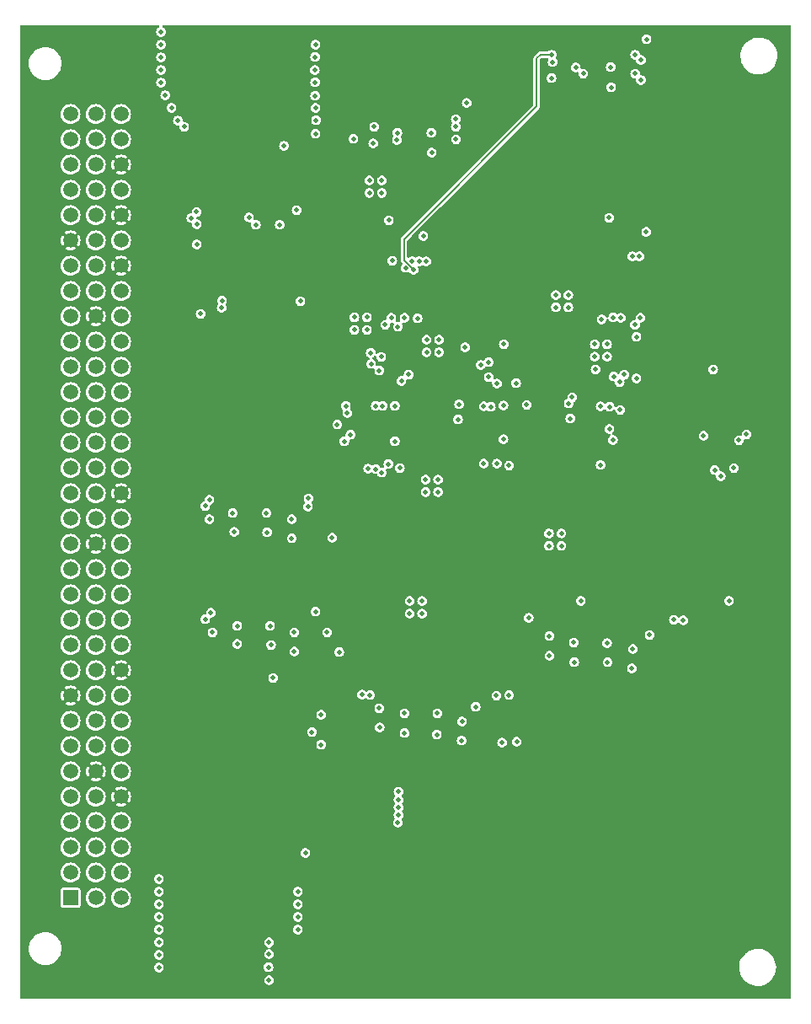
<source format=gbr>
%TF.GenerationSoftware,KiCad,Pcbnew,(7.0.0)*%
%TF.CreationDate,2023-12-30T22:17:33+02:00*%
%TF.ProjectId,alu,616c752e-6b69-4636-9164-5f7063625858,rev?*%
%TF.SameCoordinates,Original*%
%TF.FileFunction,Copper,L4,Bot*%
%TF.FilePolarity,Positive*%
%FSLAX46Y46*%
G04 Gerber Fmt 4.6, Leading zero omitted, Abs format (unit mm)*
G04 Created by KiCad (PCBNEW (7.0.0)) date 2023-12-30 22:17:33*
%MOMM*%
%LPD*%
G01*
G04 APERTURE LIST*
%TA.AperFunction,ComponentPad*%
%ADD10R,1.508000X1.508000*%
%TD*%
%TA.AperFunction,ComponentPad*%
%ADD11C,1.508000*%
%TD*%
%TA.AperFunction,ViaPad*%
%ADD12C,0.460000*%
%TD*%
%TA.AperFunction,Conductor*%
%ADD13C,0.127000*%
%TD*%
G04 APERTURE END LIST*
D10*
%TO.P,J1,A1,A1*%
%TO.N,Net-(U13-A7)*%
X44449999Y-115569999D03*
D11*
%TO.P,J1,A2,A2*%
%TO.N,Net-(U13-A6)*%
X44450000Y-113030000D03*
%TO.P,J1,A3,A3*%
%TO.N,Net-(U13-A5)*%
X44450000Y-110490000D03*
%TO.P,J1,A4,A4*%
%TO.N,Net-(U13-A4)*%
X44450000Y-107950000D03*
%TO.P,J1,A5,A5*%
%TO.N,Net-(U13-A3)*%
X44450000Y-105410000D03*
%TO.P,J1,A6,A6*%
%TO.N,Net-(U13-A2)*%
X44450000Y-102870000D03*
%TO.P,J1,A7,A7*%
%TO.N,Net-(U13-A1)*%
X44450000Y-100330000D03*
%TO.P,J1,A8,A8*%
%TO.N,Net-(U13-A0)*%
X44450000Y-97790000D03*
%TO.P,J1,A9,A9*%
%TO.N,GND*%
X44450000Y-95250000D03*
%TO.P,J1,A10,A10*%
%TO.N,/Y_OUT0*%
X44450000Y-92710000D03*
%TO.P,J1,A11,A11*%
%TO.N,/Y_OUT1*%
X44450000Y-90170000D03*
%TO.P,J1,A12,A12*%
%TO.N,/Y_OUT2*%
X44450000Y-87630000D03*
%TO.P,J1,A13,A13*%
%TO.N,/Y_OUT3*%
X44450000Y-85090000D03*
%TO.P,J1,A14,A14*%
%TO.N,/Y_OUT4*%
X44450000Y-82550000D03*
%TO.P,J1,A15,A15*%
%TO.N,/Y_OUT5*%
X44450000Y-80010000D03*
%TO.P,J1,A16,A16*%
%TO.N,/Y_OUT6*%
X44450000Y-77470000D03*
%TO.P,J1,A17,A17*%
%TO.N,/Y_OUT7*%
X44450000Y-74930000D03*
%TO.P,J1,A18,A18*%
%TO.N,/X_IN0*%
X44450000Y-72390000D03*
%TO.P,J1,A19,A19*%
%TO.N,/X_IN1*%
X44450000Y-69850000D03*
%TO.P,J1,A20,A20*%
%TO.N,/X_IN2*%
X44450000Y-67310000D03*
%TO.P,J1,A21,A21*%
%TO.N,/X_IN3*%
X44450000Y-64770000D03*
%TO.P,J1,A22,A22*%
%TO.N,/X_IN4*%
X44450000Y-62230000D03*
%TO.P,J1,A23,A23*%
%TO.N,/X_IN5*%
X44450000Y-59690000D03*
%TO.P,J1,A24,A24*%
%TO.N,/X_IN6*%
X44450000Y-57150000D03*
%TO.P,J1,A25,A25*%
%TO.N,/X_IN7*%
X44450000Y-54610000D03*
%TO.P,J1,A26,A26*%
%TO.N,unconnected-(J1-PadA26)*%
X44450000Y-52070000D03*
%TO.P,J1,A27,A27*%
%TO.N,GND*%
X44450000Y-49530000D03*
%TO.P,J1,A28,A28*%
%TO.N,Net-(U29-E3)*%
X44450000Y-46990000D03*
%TO.P,J1,A29,A29*%
%TO.N,Net-(U29-A2)*%
X44450000Y-44450000D03*
%TO.P,J1,A30,A30*%
%TO.N,Net-(U29-A1)*%
X44450000Y-41910000D03*
%TO.P,J1,A31,A31*%
%TO.N,Net-(U29-A0)*%
X44450000Y-39370000D03*
%TO.P,J1,A32,A32*%
%TO.N,+5V*%
X44450000Y-36830000D03*
%TO.P,J1,B1,B1*%
%TO.N,unconnected-(J1-PadB1)*%
X46990000Y-115570000D03*
%TO.P,J1,B2,B2*%
%TO.N,unconnected-(J1-PadB2)*%
X46990000Y-113030000D03*
%TO.P,J1,B3,B3*%
%TO.N,unconnected-(J1-PadB3)*%
X46990000Y-110490000D03*
%TO.P,J1,B4,B4*%
%TO.N,unconnected-(J1-PadB4)*%
X46990000Y-107950000D03*
%TO.P,J1,B5,B5*%
%TO.N,unconnected-(J1-PadB5)*%
X46990000Y-105410000D03*
%TO.P,J1,B6,B6*%
%TO.N,GND*%
X46990000Y-102870000D03*
%TO.P,J1,B7,B7*%
%TO.N,unconnected-(J1-PadB7)*%
X46990000Y-100330000D03*
%TO.P,J1,B8,B8*%
%TO.N,unconnected-(J1-PadB8)*%
X46990000Y-97790000D03*
%TO.P,J1,B9,B9*%
%TO.N,unconnected-(J1-PadB9)*%
X46990000Y-95250000D03*
%TO.P,J1,B10,B10*%
%TO.N,unconnected-(J1-PadB10)*%
X46990000Y-92710000D03*
%TO.P,J1,B11,B11*%
%TO.N,unconnected-(J1-PadB11)*%
X46990000Y-90170000D03*
%TO.P,J1,B12,B12*%
%TO.N,unconnected-(J1-PadB12)*%
X46990000Y-87630000D03*
%TO.P,J1,B13,B13*%
%TO.N,unconnected-(J1-PadB13)*%
X46990000Y-85090000D03*
%TO.P,J1,B14,B14*%
%TO.N,unconnected-(J1-PadB14)*%
X46990000Y-82550000D03*
%TO.P,J1,B15,B15*%
%TO.N,GND*%
X46990000Y-80010000D03*
%TO.P,J1,B16,B16*%
%TO.N,unconnected-(J1-PadB16)*%
X46990000Y-77470000D03*
%TO.P,J1,B17,B17*%
%TO.N,unconnected-(J1-PadB17)*%
X46990000Y-74930000D03*
%TO.P,J1,B18,B18*%
%TO.N,unconnected-(J1-PadB18)*%
X46990000Y-72390000D03*
%TO.P,J1,B19,B19*%
%TO.N,unconnected-(J1-PadB19)*%
X46990000Y-69850000D03*
%TO.P,J1,B20,B20*%
%TO.N,unconnected-(J1-PadB20)*%
X46990000Y-67310000D03*
%TO.P,J1,B21,B21*%
%TO.N,unconnected-(J1-PadB21)*%
X46990000Y-64770000D03*
%TO.P,J1,B22,B22*%
%TO.N,unconnected-(J1-PadB22)*%
X46990000Y-62230000D03*
%TO.P,J1,B23,B23*%
%TO.N,unconnected-(J1-PadB23)*%
X46990000Y-59690000D03*
%TO.P,J1,B24,B24*%
%TO.N,GND*%
X46990000Y-57150000D03*
%TO.P,J1,B25,B25*%
%TO.N,unconnected-(J1-PadB25)*%
X46990000Y-54610000D03*
%TO.P,J1,B26,B26*%
%TO.N,unconnected-(J1-PadB26)*%
X46990000Y-52070000D03*
%TO.P,J1,B27,B27*%
%TO.N,unconnected-(J1-PadB27)*%
X46990000Y-49530000D03*
%TO.P,J1,B28,B28*%
%TO.N,unconnected-(J1-PadB28)*%
X46990000Y-46990000D03*
%TO.P,J1,B29,B29*%
%TO.N,unconnected-(J1-PadB29)*%
X46990000Y-44450000D03*
%TO.P,J1,B30,B30*%
%TO.N,unconnected-(J1-PadB30)*%
X46990000Y-41910000D03*
%TO.P,J1,B31,B31*%
%TO.N,unconnected-(J1-PadB31)*%
X46990000Y-39370000D03*
%TO.P,J1,B32,B32*%
%TO.N,unconnected-(J1-PadB32)*%
X46990000Y-36830000D03*
%TO.P,J1,C1,C1*%
%TO.N,unconnected-(J1-PadC1)*%
X49530000Y-115570000D03*
%TO.P,J1,C2,C2*%
%TO.N,unconnected-(J1-PadC2)*%
X49530000Y-113030000D03*
%TO.P,J1,C3,C3*%
%TO.N,unconnected-(J1-PadC3)*%
X49530000Y-110490000D03*
%TO.P,J1,C4,C4*%
%TO.N,unconnected-(J1-PadC4)*%
X49530000Y-107950000D03*
%TO.P,J1,C5,C5*%
%TO.N,GND*%
X49530000Y-105410000D03*
%TO.P,J1,C6,C6*%
%TO.N,unconnected-(J1-PadC6)*%
X49530000Y-102870000D03*
%TO.P,J1,C7,C7*%
%TO.N,unconnected-(J1-PadC7)*%
X49530000Y-100330000D03*
%TO.P,J1,C8,C8*%
%TO.N,unconnected-(J1-PadC8)*%
X49530000Y-97790000D03*
%TO.P,J1,C9,C9*%
%TO.N,unconnected-(J1-PadC9)*%
X49530000Y-95250000D03*
%TO.P,J1,C10,C10*%
%TO.N,GND*%
X49530000Y-92710000D03*
%TO.P,J1,C11,C11*%
%TO.N,unconnected-(J1-PadC11)*%
X49530000Y-90170000D03*
%TO.P,J1,C12,C12*%
%TO.N,unconnected-(J1-PadC12)*%
X49530000Y-87630000D03*
%TO.P,J1,C13,C13*%
%TO.N,unconnected-(J1-PadC13)*%
X49530000Y-85090000D03*
%TO.P,J1,C14,C14*%
%TO.N,unconnected-(J1-PadC14)*%
X49530000Y-82550000D03*
%TO.P,J1,C15,C15*%
%TO.N,unconnected-(J1-PadC15)*%
X49530000Y-80010000D03*
%TO.P,J1,C16,C16*%
%TO.N,unconnected-(J1-PadC16)*%
X49530000Y-77470000D03*
%TO.P,J1,C17,C17*%
%TO.N,GND*%
X49530000Y-74930000D03*
%TO.P,J1,C18,C18*%
%TO.N,unconnected-(J1-PadC18)*%
X49530000Y-72390000D03*
%TO.P,J1,C19,C19*%
%TO.N,unconnected-(J1-PadC19)*%
X49530000Y-69850000D03*
%TO.P,J1,C20,C20*%
%TO.N,unconnected-(J1-PadC20)*%
X49530000Y-67310000D03*
%TO.P,J1,C21,C21*%
%TO.N,unconnected-(J1-PadC21)*%
X49530000Y-64770000D03*
%TO.P,J1,C22,C22*%
%TO.N,unconnected-(J1-PadC22)*%
X49530000Y-62230000D03*
%TO.P,J1,C23,C23*%
%TO.N,unconnected-(J1-PadC23)*%
X49530000Y-59690000D03*
%TO.P,J1,C24,C24*%
%TO.N,unconnected-(J1-PadC24)*%
X49530000Y-57150000D03*
%TO.P,J1,C25,C25*%
%TO.N,unconnected-(J1-PadC25)*%
X49530000Y-54610000D03*
%TO.P,J1,C26,C26*%
%TO.N,GND*%
X49530000Y-52070000D03*
%TO.P,J1,C27,C27*%
%TO.N,unconnected-(J1-PadC27)*%
X49530000Y-49530000D03*
%TO.P,J1,C28,C28*%
%TO.N,GND*%
X49530000Y-46990000D03*
%TO.P,J1,C29,C29*%
%TO.N,+5V*%
X49530000Y-44450000D03*
%TO.P,J1,C30,C30*%
%TO.N,GND*%
X49530000Y-41910000D03*
%TO.P,J1,C31,C31*%
%TO.N,unconnected-(J1-PadC31)*%
X49530000Y-39370000D03*
%TO.P,J1,C32,C32*%
%TO.N,+5V*%
X49530000Y-36830000D03*
%TD*%
D12*
%TO.N,+5V*%
X67183000Y-46482000D03*
X81400000Y-73550000D03*
X74500000Y-44750000D03*
X98400000Y-61200000D03*
X78550000Y-85750000D03*
X98400000Y-59950000D03*
X92550000Y-78950000D03*
X94500000Y-56250000D03*
X86500000Y-61750000D03*
X76454000Y-47498000D03*
X73000000Y-57250000D03*
X77419200Y-104902000D03*
X81500000Y-59500000D03*
X68376800Y-75438000D03*
X97231200Y-62484000D03*
X102666800Y-89154000D03*
X74625200Y-60807600D03*
X80150000Y-74800000D03*
X80250000Y-59500000D03*
X80150000Y-73550000D03*
X85699600Y-62026800D03*
X85191600Y-96367600D03*
X81500000Y-60750000D03*
X75750000Y-43500000D03*
X74500000Y-43500000D03*
X93250000Y-55000000D03*
X73000000Y-58500000D03*
X93800000Y-78950000D03*
X79800000Y-85750000D03*
X77419200Y-105714800D03*
X69088000Y-86817200D03*
X75750000Y-44750000D03*
X84124800Y-60248800D03*
X68072000Y-111048800D03*
X93800000Y-80200000D03*
X74250000Y-58500000D03*
X93250000Y-56250000D03*
X74676000Y-61925200D03*
X77419200Y-107238800D03*
X98602800Y-47244000D03*
X79800000Y-87000000D03*
X77368400Y-108000800D03*
X80250000Y-60750000D03*
X67564000Y-55626000D03*
X84277200Y-35712400D03*
X97150000Y-59950000D03*
X77419200Y-106476800D03*
X94500000Y-55000000D03*
X86500000Y-63250000D03*
X102362000Y-29311600D03*
X74250000Y-57250000D03*
X109067600Y-62484000D03*
X75488800Y-62585600D03*
X75692000Y-61214000D03*
X97150000Y-61200000D03*
X81400000Y-74800000D03*
X55880000Y-38100000D03*
X78550000Y-87000000D03*
X92550000Y-80200000D03*
%TO.N,GND*%
X67500000Y-59522400D03*
X64770000Y-34950400D03*
X111000000Y-113750000D03*
X93900000Y-43600000D03*
X112750000Y-111822400D03*
X92150000Y-43600000D03*
X60147200Y-36220400D03*
X106550000Y-38650000D03*
X90271600Y-70764400D03*
X93929200Y-94284800D03*
X113080800Y-69545200D03*
X58420000Y-90881200D03*
X67500000Y-65200000D03*
X56515000Y-125095000D03*
X60000000Y-48400000D03*
X58420000Y-121285000D03*
X60147200Y-33680400D03*
X67360800Y-73406000D03*
X58547000Y-52070000D03*
X103428800Y-55778400D03*
X60800000Y-103000000D03*
X78435200Y-69342000D03*
X97600000Y-108122400D03*
X97434400Y-47040800D03*
X68986400Y-85902800D03*
X61671200Y-123799600D03*
X79908400Y-54610000D03*
X96367600Y-48209200D03*
X68376800Y-74422000D03*
X60147200Y-37490400D03*
X75133200Y-47244000D03*
X92350000Y-111872400D03*
X86207600Y-36576000D03*
X101396800Y-87122000D03*
X106550000Y-40472400D03*
X60600000Y-47345600D03*
X101955600Y-70764400D03*
X77622400Y-40690800D03*
X59740800Y-80467200D03*
X59690000Y-51181000D03*
X97434400Y-49276000D03*
X81076800Y-56032400D03*
X97600000Y-113800000D03*
X111800000Y-36722400D03*
X67310000Y-45466000D03*
X97400000Y-39850000D03*
X96164400Y-62280800D03*
X61671200Y-119989600D03*
X58674000Y-60452000D03*
X57300000Y-97322400D03*
X62534800Y-91897200D03*
X60800000Y-101072400D03*
X69250000Y-61450000D03*
X95402400Y-93218000D03*
X108300000Y-36722400D03*
X64770000Y-38760400D03*
X58724800Y-91897200D03*
X66294000Y-74422000D03*
X110050000Y-40472400D03*
X54610000Y-123825000D03*
X92405200Y-93218000D03*
X85191600Y-35560000D03*
X110050000Y-36722400D03*
X97600000Y-110050000D03*
X60147200Y-31140400D03*
X74777600Y-40690800D03*
X108300000Y-40472400D03*
X62788800Y-59436000D03*
X95850000Y-113800000D03*
X62788800Y-56896000D03*
X58470800Y-80467200D03*
X58420000Y-123825000D03*
X107950000Y-62280800D03*
X64770000Y-31140400D03*
X60147200Y-29870400D03*
X112750000Y-108072400D03*
X62788800Y-55626000D03*
X60147200Y-28600400D03*
X109250000Y-113750000D03*
X57404000Y-59563000D03*
X111000000Y-111822400D03*
X111800000Y-42400000D03*
X58420000Y-114935000D03*
X61010800Y-80467200D03*
X89255600Y-69291200D03*
X61671200Y-113639600D03*
X92710000Y-34086800D03*
X67945000Y-113665000D03*
X55550000Y-101072400D03*
X84175600Y-94488000D03*
X61671200Y-122529600D03*
X110050000Y-42400000D03*
X95650000Y-39850000D03*
X57300000Y-103000000D03*
X58420000Y-113665000D03*
X61671200Y-121259600D03*
X58267600Y-79451200D03*
X96062800Y-64414400D03*
X61518800Y-90830400D03*
X92150000Y-37922400D03*
X60147200Y-40030400D03*
X60147200Y-32410400D03*
X93900000Y-41672400D03*
X89255600Y-72136000D03*
X97400000Y-37922400D03*
X85191600Y-95402400D03*
X60147200Y-34950400D03*
X67945000Y-28575000D03*
X59050000Y-97322400D03*
X59050000Y-99250000D03*
X65750000Y-65200000D03*
X95650000Y-41672400D03*
X66903600Y-85852000D03*
X54610000Y-112395000D03*
X111800000Y-40472400D03*
X65532000Y-54610000D03*
X73507600Y-61976000D03*
X57300000Y-99250000D03*
X69250000Y-59522400D03*
X67437000Y-54610000D03*
X55550000Y-103000000D03*
X111000000Y-110000000D03*
X102514400Y-88138000D03*
X65750000Y-63272400D03*
X60800000Y-97322400D03*
X59994800Y-91897200D03*
X92350000Y-110050000D03*
X75082400Y-49377600D03*
X69215000Y-113665000D03*
X62280800Y-80467200D03*
X59690000Y-49276000D03*
X92350000Y-108122400D03*
X85242400Y-37541200D03*
X64770000Y-28575000D03*
X61264800Y-91897200D03*
X107500000Y-113750000D03*
X65405000Y-45466000D03*
X64770000Y-29870400D03*
X60600000Y-49885600D03*
X58420000Y-112395000D03*
X92150000Y-39850000D03*
X72491600Y-62992000D03*
X61671200Y-114909600D03*
X67500000Y-63272400D03*
X97600000Y-111872400D03*
X62788800Y-58166000D03*
X83464400Y-63144400D03*
X92350000Y-113800000D03*
X65750000Y-59522400D03*
X111000000Y-108072400D03*
X64770000Y-36220400D03*
X71000000Y-63272400D03*
X61163200Y-79451200D03*
X97400000Y-43600000D03*
X83312000Y-95402400D03*
X108300000Y-42400000D03*
X94100000Y-108122400D03*
X65750000Y-61450000D03*
X102800000Y-57251600D03*
X108300000Y-38650000D03*
X60147200Y-38760400D03*
X95650000Y-43600000D03*
X112750000Y-110000000D03*
X95850000Y-108122400D03*
X102362000Y-54356000D03*
X109250000Y-110000000D03*
X100990400Y-72186800D03*
X64770000Y-32410400D03*
X107500000Y-108072400D03*
X67970400Y-84785200D03*
X69250000Y-63272400D03*
X78333600Y-72136000D03*
X71000000Y-61450000D03*
X55880000Y-40640000D03*
X106550000Y-42400000D03*
X57300000Y-101072400D03*
X95199200Y-63296800D03*
X57150000Y-48641000D03*
X73456800Y-64160400D03*
X59050000Y-103000000D03*
X58420000Y-122555000D03*
X94100000Y-110050000D03*
X100380800Y-88188800D03*
X58420000Y-117475000D03*
X95850000Y-111872400D03*
X74066400Y-48209200D03*
X60800000Y-99250000D03*
X103378000Y-31089600D03*
X95504000Y-34086800D03*
X94100000Y-111872400D03*
X114147600Y-70916800D03*
X64770000Y-37490400D03*
X100990400Y-69291200D03*
X58420000Y-118745000D03*
X69250000Y-65200000D03*
X75184000Y-100380800D03*
X93900000Y-39850000D03*
X61671200Y-112369600D03*
X93900000Y-37922400D03*
X71000000Y-65200000D03*
X80310815Y-57689185D03*
X84328000Y-64109600D03*
X61671200Y-116179600D03*
X107500000Y-110000000D03*
X110050000Y-38650000D03*
X94100000Y-113800000D03*
X103276400Y-28956000D03*
X66421000Y-53594000D03*
X76809600Y-101498400D03*
X57150000Y-51181000D03*
X97400000Y-41672400D03*
X95650000Y-37922400D03*
X61671200Y-117449600D03*
X92150000Y-41672400D03*
X60600000Y-51155600D03*
X79298800Y-70764400D03*
X106550000Y-36722400D03*
X58420000Y-120015000D03*
X58420000Y-116205000D03*
X55550000Y-97322400D03*
X84429600Y-62026800D03*
X71000000Y-59522400D03*
X106984800Y-63296800D03*
X109250000Y-108072400D03*
X61671200Y-118719600D03*
X64770000Y-33680400D03*
X109250000Y-111822400D03*
X67500000Y-61450000D03*
X78384400Y-100380800D03*
X56652485Y-49200000D03*
X104292400Y-30073600D03*
X107950000Y-64414400D03*
X107500000Y-111822400D03*
X95850000Y-110050000D03*
X66294000Y-44450000D03*
X59817000Y-59563000D03*
X112750000Y-113750000D03*
X59050000Y-101072400D03*
X113182400Y-72288400D03*
X111800000Y-38650000D03*
X55550000Y-99250000D03*
%TO.N,/X_IN1*%
X54610000Y-36195000D03*
%TO.N,/X_IN2*%
X53975000Y-34925000D03*
%TO.N,/X_IN3*%
X53545000Y-33655000D03*
%TO.N,/X_IN4*%
X53545000Y-32385000D03*
%TO.N,/X_IN5*%
X53545000Y-31115000D03*
%TO.N,/X_IN6*%
X53545000Y-29845000D03*
%TO.N,/X_IN7*%
X53545000Y-28575000D03*
%TO.N,Net-(U29-E3)*%
X57150000Y-49911000D03*
%TO.N,Net-(U29-A2)*%
X57150000Y-47879000D03*
%TO.N,Net-(U29-A1)*%
X56600000Y-47261689D03*
%TO.N,Net-(U29-A0)*%
X57130629Y-46658517D03*
%TO.N,/RESULT4*%
X69037200Y-33629600D03*
X92913200Y-31597600D03*
%TO.N,Net-(U29-Y1)*%
X63093600Y-47955200D03*
X74371200Y-72440800D03*
X58000000Y-87579200D03*
X72898000Y-39319200D03*
X58000000Y-76200000D03*
X59639200Y-56286400D03*
X68326000Y-76250800D03*
X65481200Y-47955200D03*
%TO.N,/RESULT5*%
X69016880Y-32410400D03*
X92811600Y-33223200D03*
%TO.N,Net-(U1-Pad10)*%
X83210400Y-39370000D03*
X83413600Y-67513200D03*
X79349600Y-57353200D03*
%TO.N,/RESULT6*%
X98806000Y-34137600D03*
X69037200Y-31089600D03*
%TO.N,/RESULT7*%
X69088000Y-29845000D03*
X98755200Y-32105600D03*
%TO.N,/T0*%
X78028800Y-97028000D03*
X69646800Y-97180400D03*
X61214000Y-88239600D03*
X77064800Y-69697600D03*
X71983600Y-69697600D03*
%TO.N,/RESULT0*%
X69088000Y-38811200D03*
X74980800Y-38100000D03*
%TO.N,/T1*%
X64820800Y-93472000D03*
X61214000Y-90068400D03*
X78028800Y-99009200D03*
X75133200Y-66141600D03*
X72136000Y-66141600D03*
%TO.N,/RESULT1*%
X69138800Y-37439600D03*
X74879200Y-39776400D03*
%TO.N,/RESULT2*%
X80772000Y-40690800D03*
X69088000Y-36220400D03*
%TO.N,Net-(U1-Pad1)*%
X75133200Y-72491600D03*
X74574400Y-95199200D03*
%TO.N,Net-(U3-Pad11)*%
X78940749Y-52459251D03*
X92837000Y-30861000D03*
X94691200Y-67411600D03*
%TO.N,/T2*%
X81280000Y-99161600D03*
X71475600Y-90881200D03*
X72600000Y-69037200D03*
X66954400Y-90830400D03*
X87985600Y-69494400D03*
%TO.N,Net-(U1-Pad5)*%
X77266800Y-39420800D03*
X77368400Y-58200000D03*
X77724000Y-63652400D03*
%TO.N,/T3*%
X66954400Y-88900000D03*
X72288400Y-66852800D03*
X70256400Y-88900000D03*
X86004400Y-66192400D03*
X81330800Y-97028000D03*
%TO.N,Net-(U1-Pad12)*%
X87985600Y-66090800D03*
X88011000Y-59944000D03*
X87274400Y-95250000D03*
X83185000Y-38100000D03*
%TO.N,Net-(U1-Pad9)*%
X86004400Y-71932800D03*
X88544400Y-95199200D03*
%TO.N,/T4*%
X60756800Y-76911200D03*
X98399600Y-89966800D03*
X98636196Y-68468500D03*
%TO.N,/T5*%
X97739200Y-66192400D03*
X98450400Y-91897200D03*
X60909200Y-78790800D03*
%TO.N,Net-(U1-Pad13)*%
X79928000Y-49067000D03*
X83185000Y-37338000D03*
X90322400Y-66040000D03*
X80213200Y-51612800D03*
%TO.N,Net-(U2-Pad3)*%
X76098400Y-58000000D03*
X75742800Y-72847200D03*
%TO.N,Net-(U2-Pad6)*%
X77571600Y-72390000D03*
X76708000Y-57302400D03*
%TO.N,Net-(U2-Pad8)*%
X78028800Y-57302400D03*
X78437100Y-63000000D03*
%TO.N,/T6*%
X111658400Y-69596000D03*
X66700400Y-79451200D03*
X95097600Y-91897200D03*
X70764400Y-79400400D03*
X71272400Y-68021200D03*
%TO.N,/T7*%
X66700400Y-77520800D03*
X95046800Y-89916000D03*
%TO.N,Net-(U6-Pad1)*%
X97739200Y-72085200D03*
X105105200Y-87630000D03*
%TO.N,Net-(U6-Pad5)*%
X96000000Y-32766000D03*
X99771200Y-57302400D03*
X100132151Y-63000000D03*
%TO.N,Net-(U6-Pad12)*%
X101800000Y-31400000D03*
X95758000Y-85725000D03*
X110658400Y-85725000D03*
%TO.N,Net-(U6-Pad13)*%
X102330800Y-48672200D03*
X101219000Y-30861000D03*
%TO.N,Net-(U7-Pad3)*%
X97847800Y-57447800D03*
X94538800Y-65887600D03*
%TO.N,Net-(U7-Pad6)*%
X94894400Y-65278000D03*
X99009200Y-57251600D03*
%TO.N,Net-(U7-Pad8)*%
X101346000Y-63373000D03*
X101346000Y-59200000D03*
%TO.N,Net-(U7-Pad11)*%
X99060000Y-63200000D03*
X101200000Y-58000000D03*
%TO.N,Net-(U10-Pad3)*%
X101650800Y-51104800D03*
X108102400Y-69138800D03*
%TO.N,Net-(U10-Pad6)*%
X112420400Y-69000000D03*
X100939600Y-51104800D03*
%TO.N,Net-(U10-Pad2)*%
X90525600Y-87426800D03*
X109829600Y-73200000D03*
X101800000Y-33401000D03*
%TO.N,Net-(U1-Pad4)*%
X77063600Y-66141600D03*
X73761600Y-95148400D03*
X77317600Y-38709600D03*
%TO.N,Net-(U3-Pad9)*%
X83515200Y-65989200D03*
X79502000Y-51612800D03*
%TO.N,Net-(U3-Pad10)*%
X88544400Y-72136000D03*
X78790800Y-51612800D03*
%TO.N,Net-(U3-Pad12)*%
X78135950Y-52264050D03*
X89255600Y-63855600D03*
%TO.N,Net-(U3-Pad13)*%
X76809600Y-51562000D03*
X87325200Y-63906400D03*
%TO.N,Net-(U6-Pad4)*%
X106070400Y-87680800D03*
X99669600Y-63754000D03*
X99720400Y-66548000D03*
X95250000Y-32131000D03*
%TO.N,Net-(U10-Pad1)*%
X109220000Y-72593200D03*
X101219000Y-32766000D03*
X101752400Y-57302400D03*
%TO.N,Net-(U13-A0)*%
X53340000Y-113665000D03*
%TO.N,Net-(U13-A1)*%
X53340000Y-114935000D03*
%TO.N,Net-(U13-A2)*%
X53340000Y-116205000D03*
%TO.N,Net-(U13-A3)*%
X53340000Y-117475000D03*
%TO.N,Net-(U13-A4)*%
X53340000Y-118745000D03*
%TO.N,Net-(U13-A5)*%
X53340000Y-120015000D03*
%TO.N,Net-(U13-A6)*%
X53340000Y-121285000D03*
%TO.N,Net-(U13-A7)*%
X53340000Y-122555000D03*
%TO.N,/RESULT3*%
X80721200Y-38709600D03*
X69037200Y-35001200D03*
%TO.N,/Y_OUT0*%
X58572400Y-86918800D03*
%TO.N,/Y_OUT1*%
X58724800Y-88900000D03*
%TO.N,/Y_OUT2*%
X64617600Y-90170000D03*
%TO.N,/Y_OUT3*%
X64516000Y-88239600D03*
%TO.N,/Y_OUT4*%
X58420000Y-75590400D03*
%TO.N,/Y_OUT5*%
X58420000Y-77520800D03*
%TO.N,/Y_OUT6*%
X64211200Y-78841600D03*
%TO.N,/Y_OUT7*%
X64160400Y-76911200D03*
%TO.N,/X_OUT7*%
X92608400Y-89255600D03*
X67310000Y-114935000D03*
%TO.N,/X_OUT6*%
X67310000Y-116205000D03*
X92608400Y-91236800D03*
X111150400Y-72390000D03*
%TO.N,/X_OUT5*%
X98653600Y-66243200D03*
X100888800Y-92506800D03*
X67310000Y-117475000D03*
%TO.N,/X_OUT4*%
X98991503Y-69562897D03*
X100990400Y-90576400D03*
X67310000Y-118745000D03*
%TO.N,/X_OUT3*%
X83820000Y-97840800D03*
X64414400Y-120040400D03*
X86715600Y-66243200D03*
%TO.N,/X_OUT2*%
X83769200Y-99771200D03*
X64414400Y-121208800D03*
X89309886Y-99872800D03*
X87833200Y-99974400D03*
X87325200Y-71932800D03*
%TO.N,/X_OUT1*%
X68732400Y-98907600D03*
X75539600Y-98450400D03*
X69646800Y-100177600D03*
X75844400Y-66141600D03*
X64363600Y-122529600D03*
%TO.N,/X_OUT0*%
X64414400Y-123848682D03*
X75488800Y-96520000D03*
X76403200Y-71983600D03*
%TO.N,Net-(U29-Y0)*%
X59690000Y-55575200D03*
X62400000Y-47200000D03*
%TO.N,Net-(U31-GAB)*%
X57531000Y-56896000D03*
X65913000Y-40005000D03*
%TO.N,/X_IN0*%
X55245000Y-37465000D03*
%TD*%
D13*
%TO.N,Net-(U3-Pad11)*%
X91313000Y-36068000D02*
X91313000Y-31242000D01*
X91694000Y-30861000D02*
X92837000Y-30861000D01*
X91313000Y-31242000D02*
X91694000Y-30861000D01*
X77978000Y-49403000D02*
X91313000Y-36068000D01*
X78940749Y-52459251D02*
X77978000Y-51496502D01*
X77978000Y-51496502D02*
X77978000Y-49403000D01*
%TD*%
%TA.AperFunction,Conductor*%
%TO.N,GND*%
G36*
X53377947Y-27960934D02*
G01*
X53395996Y-28022402D01*
X53381485Y-28084801D01*
X53338166Y-28131998D01*
X53224457Y-28205074D01*
X53133222Y-28310366D01*
X53129478Y-28318563D01*
X53129476Y-28318567D01*
X53079088Y-28428900D01*
X53079087Y-28428903D01*
X53075345Y-28437097D01*
X53074064Y-28446005D01*
X53074062Y-28446013D01*
X53056800Y-28566083D01*
X53055518Y-28575000D01*
X53056800Y-28583917D01*
X53074062Y-28703986D01*
X53074063Y-28703992D01*
X53075345Y-28712903D01*
X53133222Y-28839634D01*
X53224457Y-28944926D01*
X53341662Y-29020248D01*
X53350309Y-29022787D01*
X53466695Y-29056962D01*
X53466696Y-29056962D01*
X53475339Y-29059500D01*
X53605652Y-29059500D01*
X53614661Y-29059500D01*
X53748338Y-29020248D01*
X53865543Y-28944926D01*
X53956778Y-28839634D01*
X54014655Y-28712903D01*
X54034482Y-28575000D01*
X54014655Y-28437097D01*
X53956778Y-28310366D01*
X53865543Y-28205074D01*
X53751833Y-28131998D01*
X53708515Y-28084801D01*
X53694004Y-28022402D01*
X53712053Y-27960934D01*
X53733594Y-27940000D01*
X116830119Y-27940000D01*
X116840000Y-27949881D01*
X116840000Y-125680119D01*
X116807000Y-125713119D01*
X116744000Y-125730000D01*
X39496000Y-125730000D01*
X39433000Y-125713119D01*
X39386881Y-125667000D01*
X39370000Y-125604000D01*
X39370000Y-123848682D01*
X63924918Y-123848682D01*
X63926200Y-123857599D01*
X63943462Y-123977668D01*
X63943463Y-123977674D01*
X63944745Y-123986585D01*
X64002622Y-124113316D01*
X64093857Y-124218608D01*
X64211062Y-124293930D01*
X64219709Y-124296469D01*
X64336095Y-124330644D01*
X64336096Y-124330644D01*
X64344739Y-124333182D01*
X64475052Y-124333182D01*
X64484061Y-124333182D01*
X64617738Y-124293930D01*
X64734943Y-124218608D01*
X64826178Y-124113316D01*
X64884055Y-123986585D01*
X64903882Y-123848682D01*
X64888896Y-123744447D01*
X64885337Y-123719695D01*
X64885336Y-123719694D01*
X64884055Y-123710779D01*
X64826178Y-123584048D01*
X64734943Y-123478756D01*
X64656721Y-123428486D01*
X64625321Y-123408307D01*
X64625319Y-123408306D01*
X64617738Y-123403434D01*
X64609094Y-123400895D01*
X64609090Y-123400894D01*
X64492704Y-123366719D01*
X64492698Y-123366718D01*
X64484061Y-123364182D01*
X64344739Y-123364182D01*
X64336102Y-123366717D01*
X64336095Y-123366719D01*
X64219709Y-123400894D01*
X64219703Y-123400896D01*
X64211062Y-123403434D01*
X64203482Y-123408304D01*
X64203478Y-123408307D01*
X64101441Y-123473882D01*
X64093857Y-123478756D01*
X64002622Y-123584048D01*
X63998878Y-123592245D01*
X63998876Y-123592249D01*
X63948488Y-123702582D01*
X63948487Y-123702585D01*
X63944745Y-123710779D01*
X63943464Y-123719687D01*
X63943462Y-123719695D01*
X63926200Y-123839765D01*
X63924918Y-123848682D01*
X39370000Y-123848682D01*
X39370000Y-122555000D01*
X52850518Y-122555000D01*
X52851800Y-122563917D01*
X52869062Y-122683986D01*
X52869063Y-122683992D01*
X52870345Y-122692903D01*
X52928222Y-122819634D01*
X53019457Y-122924926D01*
X53136662Y-123000248D01*
X53145309Y-123002787D01*
X53261695Y-123036962D01*
X53261696Y-123036962D01*
X53270339Y-123039500D01*
X53400652Y-123039500D01*
X53409661Y-123039500D01*
X53543338Y-123000248D01*
X53660543Y-122924926D01*
X53751778Y-122819634D01*
X53809655Y-122692903D01*
X53829482Y-122555000D01*
X53825830Y-122529600D01*
X63874118Y-122529600D01*
X63875400Y-122538517D01*
X63892662Y-122658586D01*
X63892663Y-122658592D01*
X63893945Y-122667503D01*
X63897687Y-122675698D01*
X63897688Y-122675699D01*
X63935443Y-122758371D01*
X63951822Y-122794234D01*
X64043057Y-122899526D01*
X64160262Y-122974848D01*
X64168909Y-122977387D01*
X64285295Y-123011562D01*
X64285296Y-123011562D01*
X64293939Y-123014100D01*
X64424252Y-123014100D01*
X64433261Y-123014100D01*
X64566938Y-122974848D01*
X64684143Y-122899526D01*
X64775378Y-122794234D01*
X64833255Y-122667503D01*
X64839666Y-122622911D01*
X111678780Y-122622911D01*
X111679282Y-122627478D01*
X111679283Y-122627490D01*
X111707966Y-122888170D01*
X111708470Y-122892747D01*
X111709632Y-122897195D01*
X111709634Y-122897201D01*
X111746836Y-123039500D01*
X111777132Y-123155384D01*
X111778926Y-123159607D01*
X111778929Y-123159614D01*
X111881504Y-123400992D01*
X111881507Y-123400998D01*
X111883303Y-123405224D01*
X111885699Y-123409150D01*
X112022320Y-123633014D01*
X112022323Y-123633019D01*
X112024719Y-123636944D01*
X112198368Y-123845604D01*
X112201799Y-123848678D01*
X112397109Y-124023678D01*
X112397113Y-124023681D01*
X112400546Y-124026757D01*
X112626947Y-124176542D01*
X112872743Y-124291767D01*
X113132697Y-124369975D01*
X113401268Y-124409500D01*
X113602481Y-124409500D01*
X113604781Y-124409500D01*
X113807740Y-124394645D01*
X114072709Y-124335621D01*
X114326261Y-124238646D01*
X114562991Y-124105786D01*
X114777853Y-123939875D01*
X114966269Y-123744447D01*
X115124223Y-123523668D01*
X115248348Y-123282244D01*
X115335998Y-123025320D01*
X115385306Y-122758371D01*
X115393341Y-122538517D01*
X115395052Y-122491691D01*
X115395051Y-122491688D01*
X115395220Y-122487089D01*
X115365530Y-122217253D01*
X115296868Y-121954616D01*
X115190697Y-121704776D01*
X115049281Y-121473056D01*
X114875632Y-121264396D01*
X114823535Y-121217717D01*
X114676890Y-121086321D01*
X114676884Y-121086316D01*
X114673454Y-121083243D01*
X114463238Y-120944166D01*
X114450888Y-120935995D01*
X114450885Y-120935993D01*
X114447053Y-120933458D01*
X114397439Y-120910200D01*
X114245288Y-120838874D01*
X114201257Y-120818233D01*
X113941303Y-120740025D01*
X113936759Y-120739356D01*
X113936749Y-120739354D01*
X113677293Y-120701171D01*
X113677289Y-120701170D01*
X113672732Y-120700500D01*
X113469219Y-120700500D01*
X113466948Y-120700666D01*
X113466926Y-120700667D01*
X113270842Y-120715019D01*
X113270833Y-120715020D01*
X113266260Y-120715355D01*
X113261787Y-120716351D01*
X113261776Y-120716353D01*
X113005783Y-120773378D01*
X113005778Y-120773379D01*
X113001291Y-120774379D01*
X112996993Y-120776022D01*
X112996989Y-120776024D01*
X112752043Y-120869707D01*
X112752032Y-120869711D01*
X112747739Y-120871354D01*
X112743731Y-120873603D01*
X112743719Y-120873609D01*
X112515018Y-121001963D01*
X112515007Y-121001969D01*
X112511009Y-121004214D01*
X112507384Y-121007012D01*
X112507372Y-121007021D01*
X112299790Y-121167311D01*
X112299782Y-121167317D01*
X112296147Y-121170125D01*
X112292956Y-121173434D01*
X112292949Y-121173441D01*
X112110928Y-121362236D01*
X112110921Y-121362243D01*
X112107731Y-121365553D01*
X112105053Y-121369294D01*
X112105048Y-121369302D01*
X111952459Y-121582582D01*
X111952453Y-121582590D01*
X111949777Y-121586332D01*
X111947674Y-121590420D01*
X111947671Y-121590427D01*
X111827757Y-121823660D01*
X111827752Y-121823670D01*
X111825652Y-121827756D01*
X111824165Y-121832114D01*
X111824164Y-121832117D01*
X111741974Y-122073037D01*
X111738002Y-122084680D01*
X111737164Y-122089213D01*
X111737164Y-122089216D01*
X111689530Y-122347099D01*
X111689528Y-122347108D01*
X111688694Y-122351629D01*
X111688526Y-122356218D01*
X111688525Y-122356230D01*
X111680936Y-122563917D01*
X111678780Y-122622911D01*
X64839666Y-122622911D01*
X64853082Y-122529600D01*
X64846970Y-122487089D01*
X64834537Y-122400613D01*
X64834536Y-122400612D01*
X64833255Y-122391697D01*
X64775378Y-122264966D01*
X64684143Y-122159674D01*
X64566938Y-122084352D01*
X64558294Y-122081813D01*
X64558290Y-122081812D01*
X64441904Y-122047637D01*
X64441898Y-122047636D01*
X64433261Y-122045100D01*
X64293939Y-122045100D01*
X64285302Y-122047635D01*
X64285295Y-122047637D01*
X64168909Y-122081812D01*
X64168903Y-122081814D01*
X64160262Y-122084352D01*
X64152682Y-122089222D01*
X64152678Y-122089225D01*
X64050641Y-122154800D01*
X64043057Y-122159674D01*
X63951822Y-122264966D01*
X63948078Y-122273163D01*
X63948076Y-122273167D01*
X63897688Y-122383500D01*
X63897687Y-122383503D01*
X63893945Y-122391697D01*
X63892664Y-122400605D01*
X63892662Y-122400613D01*
X63880230Y-122487089D01*
X63874118Y-122529600D01*
X53825830Y-122529600D01*
X53809655Y-122417097D01*
X53751778Y-122290366D01*
X53660543Y-122185074D01*
X53582321Y-122134804D01*
X53550921Y-122114625D01*
X53550919Y-122114624D01*
X53543338Y-122109752D01*
X53534694Y-122107213D01*
X53534690Y-122107212D01*
X53418304Y-122073037D01*
X53418298Y-122073036D01*
X53409661Y-122070500D01*
X53270339Y-122070500D01*
X53261702Y-122073035D01*
X53261695Y-122073037D01*
X53145309Y-122107212D01*
X53145303Y-122107214D01*
X53136662Y-122109752D01*
X53129082Y-122114622D01*
X53129078Y-122114625D01*
X53027041Y-122180200D01*
X53019457Y-122185074D01*
X53013555Y-122191884D01*
X53013554Y-122191886D01*
X52934540Y-122283074D01*
X52928222Y-122290366D01*
X52924478Y-122298563D01*
X52924476Y-122298567D01*
X52874088Y-122408900D01*
X52874087Y-122408903D01*
X52870345Y-122417097D01*
X52869064Y-122426005D01*
X52869062Y-122426013D01*
X52859620Y-122491691D01*
X52850518Y-122555000D01*
X39370000Y-122555000D01*
X39370000Y-120650000D01*
X40255399Y-120650000D01*
X40255787Y-120654930D01*
X40275381Y-120903903D01*
X40275382Y-120903911D01*
X40275770Y-120908837D01*
X40276924Y-120913645D01*
X40276925Y-120913649D01*
X40335225Y-121156487D01*
X40335226Y-121156492D01*
X40336381Y-121161300D01*
X40338274Y-121165870D01*
X40338275Y-121165873D01*
X40356056Y-121208800D01*
X40435740Y-121401173D01*
X40438325Y-121405392D01*
X40438326Y-121405393D01*
X40549205Y-121586332D01*
X40571400Y-121622550D01*
X40740020Y-121819980D01*
X40937450Y-121988600D01*
X41158827Y-122124260D01*
X41398700Y-122223619D01*
X41651163Y-122284230D01*
X41845186Y-122299500D01*
X41972345Y-122299500D01*
X41974814Y-122299500D01*
X42168837Y-122284230D01*
X42421300Y-122223619D01*
X42661173Y-122124260D01*
X42882550Y-121988600D01*
X43079980Y-121819980D01*
X43248600Y-121622550D01*
X43384260Y-121401173D01*
X43432381Y-121285000D01*
X52850518Y-121285000D01*
X52851800Y-121293917D01*
X52869062Y-121413986D01*
X52869063Y-121413992D01*
X52870345Y-121422903D01*
X52928222Y-121549634D01*
X53019457Y-121654926D01*
X53136662Y-121730248D01*
X53145309Y-121732787D01*
X53261695Y-121766962D01*
X53261696Y-121766962D01*
X53270339Y-121769500D01*
X53400652Y-121769500D01*
X53409661Y-121769500D01*
X53543338Y-121730248D01*
X53660543Y-121654926D01*
X53751778Y-121549634D01*
X53809655Y-121422903D01*
X53829482Y-121285000D01*
X53818526Y-121208800D01*
X63924918Y-121208800D01*
X63926200Y-121217717D01*
X63943462Y-121337786D01*
X63943463Y-121337792D01*
X63944745Y-121346703D01*
X63948487Y-121354898D01*
X63948488Y-121354899D01*
X63975472Y-121413986D01*
X64002622Y-121473434D01*
X64093857Y-121578726D01*
X64211062Y-121654048D01*
X64219709Y-121656587D01*
X64336095Y-121690762D01*
X64336096Y-121690762D01*
X64344739Y-121693300D01*
X64475052Y-121693300D01*
X64484061Y-121693300D01*
X64617738Y-121654048D01*
X64734943Y-121578726D01*
X64826178Y-121473434D01*
X64884055Y-121346703D01*
X64903882Y-121208800D01*
X64885830Y-121083243D01*
X64885337Y-121079813D01*
X64885336Y-121079812D01*
X64884055Y-121070897D01*
X64826178Y-120944166D01*
X64734943Y-120838874D01*
X64637145Y-120776024D01*
X64625321Y-120768425D01*
X64625319Y-120768424D01*
X64617738Y-120763552D01*
X64609094Y-120761013D01*
X64609090Y-120761012D01*
X64556246Y-120745496D01*
X64501386Y-120712414D01*
X64469884Y-120656631D01*
X64469884Y-120592569D01*
X64501386Y-120536786D01*
X64556246Y-120503704D01*
X64570563Y-120499500D01*
X64617738Y-120485648D01*
X64734943Y-120410326D01*
X64826178Y-120305034D01*
X64884055Y-120178303D01*
X64903882Y-120040400D01*
X64884055Y-119902497D01*
X64826178Y-119775766D01*
X64734943Y-119670474D01*
X64617738Y-119595152D01*
X64609094Y-119592613D01*
X64609090Y-119592612D01*
X64492704Y-119558437D01*
X64492698Y-119558436D01*
X64484061Y-119555900D01*
X64344739Y-119555900D01*
X64336102Y-119558435D01*
X64336095Y-119558437D01*
X64219709Y-119592612D01*
X64219703Y-119592614D01*
X64211062Y-119595152D01*
X64203482Y-119600022D01*
X64203478Y-119600025D01*
X64101441Y-119665600D01*
X64093857Y-119670474D01*
X64087955Y-119677284D01*
X64087954Y-119677286D01*
X64008525Y-119768953D01*
X64002622Y-119775766D01*
X63998878Y-119783963D01*
X63998876Y-119783967D01*
X63948488Y-119894300D01*
X63948487Y-119894303D01*
X63944745Y-119902497D01*
X63943464Y-119911405D01*
X63943462Y-119911413D01*
X63929852Y-120006083D01*
X63924918Y-120040400D01*
X63926200Y-120049317D01*
X63943462Y-120169386D01*
X63943463Y-120169392D01*
X63944745Y-120178303D01*
X64002622Y-120305034D01*
X64093857Y-120410326D01*
X64211062Y-120485648D01*
X64219709Y-120488187D01*
X64272553Y-120503704D01*
X64327413Y-120536786D01*
X64358915Y-120592569D01*
X64358915Y-120656631D01*
X64327413Y-120712414D01*
X64272553Y-120745496D01*
X64219709Y-120761012D01*
X64219703Y-120761014D01*
X64211062Y-120763552D01*
X64203482Y-120768422D01*
X64203478Y-120768425D01*
X64101441Y-120834000D01*
X64093857Y-120838874D01*
X64087955Y-120845684D01*
X64087954Y-120845686D01*
X64011900Y-120933458D01*
X64002622Y-120944166D01*
X63998878Y-120952363D01*
X63998876Y-120952367D01*
X63948488Y-121062700D01*
X63948487Y-121062703D01*
X63944745Y-121070897D01*
X63943464Y-121079805D01*
X63943462Y-121079813D01*
X63926200Y-121199883D01*
X63924918Y-121208800D01*
X53818526Y-121208800D01*
X53809655Y-121147097D01*
X53751778Y-121020366D01*
X53660543Y-120915074D01*
X53543338Y-120839752D01*
X53534694Y-120837213D01*
X53534690Y-120837212D01*
X53418304Y-120803037D01*
X53418298Y-120803036D01*
X53409661Y-120800500D01*
X53270339Y-120800500D01*
X53261702Y-120803035D01*
X53261695Y-120803037D01*
X53145309Y-120837212D01*
X53145303Y-120837214D01*
X53136662Y-120839752D01*
X53129082Y-120844622D01*
X53129078Y-120844625D01*
X53029162Y-120908837D01*
X53019457Y-120915074D01*
X53013555Y-120921884D01*
X53013554Y-120921886D01*
X52939785Y-121007021D01*
X52928222Y-121020366D01*
X52924478Y-121028563D01*
X52924476Y-121028567D01*
X52874088Y-121138900D01*
X52874087Y-121138903D01*
X52870345Y-121147097D01*
X52869064Y-121156005D01*
X52869062Y-121156013D01*
X52853922Y-121261321D01*
X52850518Y-121285000D01*
X43432381Y-121285000D01*
X43483619Y-121161300D01*
X43544230Y-120908837D01*
X43564601Y-120650000D01*
X43544230Y-120391163D01*
X43483619Y-120138700D01*
X43432381Y-120015000D01*
X52850518Y-120015000D01*
X52851800Y-120023917D01*
X52869062Y-120143986D01*
X52869063Y-120143992D01*
X52870345Y-120152903D01*
X52928222Y-120279634D01*
X53019457Y-120384926D01*
X53136662Y-120460248D01*
X53145309Y-120462787D01*
X53261695Y-120496962D01*
X53261696Y-120496962D01*
X53270339Y-120499500D01*
X53400652Y-120499500D01*
X53409661Y-120499500D01*
X53543338Y-120460248D01*
X53660543Y-120384926D01*
X53751778Y-120279634D01*
X53809655Y-120152903D01*
X53829482Y-120015000D01*
X53809655Y-119877097D01*
X53751778Y-119750366D01*
X53660543Y-119645074D01*
X53543338Y-119569752D01*
X53534694Y-119567213D01*
X53534690Y-119567212D01*
X53418304Y-119533037D01*
X53418298Y-119533036D01*
X53409661Y-119530500D01*
X53270339Y-119530500D01*
X53261702Y-119533035D01*
X53261695Y-119533037D01*
X53145309Y-119567212D01*
X53145303Y-119567214D01*
X53136662Y-119569752D01*
X53129082Y-119574622D01*
X53129078Y-119574625D01*
X53027041Y-119640200D01*
X53019457Y-119645074D01*
X53013555Y-119651884D01*
X53013554Y-119651886D01*
X52991545Y-119677286D01*
X52928222Y-119750366D01*
X52924478Y-119758563D01*
X52924476Y-119758567D01*
X52874088Y-119868900D01*
X52874087Y-119868903D01*
X52870345Y-119877097D01*
X52869064Y-119886005D01*
X52869062Y-119886013D01*
X52851800Y-120006083D01*
X52850518Y-120015000D01*
X43432381Y-120015000D01*
X43384260Y-119898827D01*
X43248600Y-119677450D01*
X43079980Y-119480020D01*
X42882550Y-119311400D01*
X42661173Y-119175740D01*
X42421300Y-119076381D01*
X42416492Y-119075226D01*
X42416487Y-119075225D01*
X42173649Y-119016925D01*
X42173645Y-119016924D01*
X42168837Y-119015770D01*
X42163911Y-119015382D01*
X42163903Y-119015381D01*
X41977270Y-119000693D01*
X41977262Y-119000692D01*
X41974814Y-119000500D01*
X41845186Y-119000500D01*
X41842738Y-119000692D01*
X41842729Y-119000693D01*
X41656096Y-119015381D01*
X41656086Y-119015382D01*
X41651163Y-119015770D01*
X41646356Y-119016924D01*
X41646350Y-119016925D01*
X41403512Y-119075225D01*
X41403503Y-119075227D01*
X41398700Y-119076381D01*
X41394132Y-119078272D01*
X41394126Y-119078275D01*
X41163401Y-119173845D01*
X41163397Y-119173847D01*
X41158827Y-119175740D01*
X41154612Y-119178322D01*
X41154606Y-119178326D01*
X40941667Y-119308815D01*
X40941659Y-119308820D01*
X40937450Y-119311400D01*
X40933689Y-119314611D01*
X40933685Y-119314615D01*
X40743782Y-119476806D01*
X40743775Y-119476812D01*
X40740020Y-119480020D01*
X40736812Y-119483775D01*
X40736806Y-119483782D01*
X40574615Y-119673685D01*
X40574611Y-119673689D01*
X40571400Y-119677450D01*
X40568820Y-119681659D01*
X40568815Y-119681667D01*
X40438326Y-119894606D01*
X40438322Y-119894612D01*
X40435740Y-119898827D01*
X40433847Y-119903397D01*
X40433845Y-119903401D01*
X40338275Y-120134126D01*
X40338272Y-120134132D01*
X40336381Y-120138700D01*
X40335227Y-120143503D01*
X40335225Y-120143512D01*
X40294812Y-120311846D01*
X40275770Y-120391163D01*
X40275382Y-120396086D01*
X40275381Y-120396096D01*
X40264309Y-120536786D01*
X40255399Y-120650000D01*
X39370000Y-120650000D01*
X39370000Y-118745000D01*
X52850518Y-118745000D01*
X52851800Y-118753917D01*
X52869062Y-118873986D01*
X52869063Y-118873992D01*
X52870345Y-118882903D01*
X52874087Y-118891098D01*
X52874088Y-118891099D01*
X52924050Y-119000500D01*
X52928222Y-119009634D01*
X53019457Y-119114926D01*
X53136662Y-119190248D01*
X53145309Y-119192787D01*
X53261695Y-119226962D01*
X53261696Y-119226962D01*
X53270339Y-119229500D01*
X53400652Y-119229500D01*
X53409661Y-119229500D01*
X53543338Y-119190248D01*
X53660543Y-119114926D01*
X53751778Y-119009634D01*
X53809655Y-118882903D01*
X53829482Y-118745000D01*
X66820518Y-118745000D01*
X66821800Y-118753917D01*
X66839062Y-118873986D01*
X66839063Y-118873992D01*
X66840345Y-118882903D01*
X66844087Y-118891098D01*
X66844088Y-118891099D01*
X66894050Y-119000500D01*
X66898222Y-119009634D01*
X66989457Y-119114926D01*
X67106662Y-119190248D01*
X67115309Y-119192787D01*
X67231695Y-119226962D01*
X67231696Y-119226962D01*
X67240339Y-119229500D01*
X67370652Y-119229500D01*
X67379661Y-119229500D01*
X67513338Y-119190248D01*
X67630543Y-119114926D01*
X67721778Y-119009634D01*
X67779655Y-118882903D01*
X67799482Y-118745000D01*
X67779655Y-118607097D01*
X67721778Y-118480366D01*
X67630543Y-118375074D01*
X67513338Y-118299752D01*
X67504694Y-118297213D01*
X67504690Y-118297212D01*
X67388304Y-118263037D01*
X67388298Y-118263036D01*
X67379661Y-118260500D01*
X67240339Y-118260500D01*
X67231702Y-118263035D01*
X67231695Y-118263037D01*
X67115309Y-118297212D01*
X67115303Y-118297214D01*
X67106662Y-118299752D01*
X67099082Y-118304622D01*
X67099078Y-118304625D01*
X66997041Y-118370200D01*
X66989457Y-118375074D01*
X66898222Y-118480366D01*
X66894478Y-118488563D01*
X66894476Y-118488567D01*
X66844088Y-118598900D01*
X66844087Y-118598903D01*
X66840345Y-118607097D01*
X66839064Y-118616005D01*
X66839062Y-118616013D01*
X66821800Y-118736083D01*
X66820518Y-118745000D01*
X53829482Y-118745000D01*
X53809655Y-118607097D01*
X53751778Y-118480366D01*
X53660543Y-118375074D01*
X53543338Y-118299752D01*
X53534694Y-118297213D01*
X53534690Y-118297212D01*
X53418304Y-118263037D01*
X53418298Y-118263036D01*
X53409661Y-118260500D01*
X53270339Y-118260500D01*
X53261702Y-118263035D01*
X53261695Y-118263037D01*
X53145309Y-118297212D01*
X53145303Y-118297214D01*
X53136662Y-118299752D01*
X53129082Y-118304622D01*
X53129078Y-118304625D01*
X53027041Y-118370200D01*
X53019457Y-118375074D01*
X52928222Y-118480366D01*
X52924478Y-118488563D01*
X52924476Y-118488567D01*
X52874088Y-118598900D01*
X52874087Y-118598903D01*
X52870345Y-118607097D01*
X52869064Y-118616005D01*
X52869062Y-118616013D01*
X52851800Y-118736083D01*
X52850518Y-118745000D01*
X39370000Y-118745000D01*
X39370000Y-117475000D01*
X52850518Y-117475000D01*
X52851800Y-117483917D01*
X52869062Y-117603986D01*
X52869063Y-117603992D01*
X52870345Y-117612903D01*
X52928222Y-117739634D01*
X53019457Y-117844926D01*
X53136662Y-117920248D01*
X53145309Y-117922787D01*
X53261695Y-117956962D01*
X53261696Y-117956962D01*
X53270339Y-117959500D01*
X53400652Y-117959500D01*
X53409661Y-117959500D01*
X53543338Y-117920248D01*
X53660543Y-117844926D01*
X53751778Y-117739634D01*
X53809655Y-117612903D01*
X53829482Y-117475000D01*
X66820518Y-117475000D01*
X66821800Y-117483917D01*
X66839062Y-117603986D01*
X66839063Y-117603992D01*
X66840345Y-117612903D01*
X66898222Y-117739634D01*
X66989457Y-117844926D01*
X67106662Y-117920248D01*
X67115309Y-117922787D01*
X67231695Y-117956962D01*
X67231696Y-117956962D01*
X67240339Y-117959500D01*
X67370652Y-117959500D01*
X67379661Y-117959500D01*
X67513338Y-117920248D01*
X67630543Y-117844926D01*
X67721778Y-117739634D01*
X67779655Y-117612903D01*
X67799482Y-117475000D01*
X67779655Y-117337097D01*
X67721778Y-117210366D01*
X67630543Y-117105074D01*
X67513338Y-117029752D01*
X67504694Y-117027213D01*
X67504690Y-117027212D01*
X67388304Y-116993037D01*
X67388298Y-116993036D01*
X67379661Y-116990500D01*
X67240339Y-116990500D01*
X67231702Y-116993035D01*
X67231695Y-116993037D01*
X67115309Y-117027212D01*
X67115303Y-117027214D01*
X67106662Y-117029752D01*
X67099082Y-117034622D01*
X67099078Y-117034625D01*
X66997041Y-117100200D01*
X66989457Y-117105074D01*
X66898222Y-117210366D01*
X66894478Y-117218563D01*
X66894476Y-117218567D01*
X66844088Y-117328900D01*
X66844087Y-117328903D01*
X66840345Y-117337097D01*
X66839064Y-117346005D01*
X66839062Y-117346013D01*
X66821800Y-117466083D01*
X66820518Y-117475000D01*
X53829482Y-117475000D01*
X53809655Y-117337097D01*
X53751778Y-117210366D01*
X53660543Y-117105074D01*
X53543338Y-117029752D01*
X53534694Y-117027213D01*
X53534690Y-117027212D01*
X53418304Y-116993037D01*
X53418298Y-116993036D01*
X53409661Y-116990500D01*
X53270339Y-116990500D01*
X53261702Y-116993035D01*
X53261695Y-116993037D01*
X53145309Y-117027212D01*
X53145303Y-117027214D01*
X53136662Y-117029752D01*
X53129082Y-117034622D01*
X53129078Y-117034625D01*
X53027041Y-117100200D01*
X53019457Y-117105074D01*
X52928222Y-117210366D01*
X52924478Y-117218563D01*
X52924476Y-117218567D01*
X52874088Y-117328900D01*
X52874087Y-117328903D01*
X52870345Y-117337097D01*
X52869064Y-117346005D01*
X52869062Y-117346013D01*
X52851800Y-117466083D01*
X52850518Y-117475000D01*
X39370000Y-117475000D01*
X39370000Y-116342887D01*
X43441500Y-116342887D01*
X43441501Y-116349066D01*
X43442707Y-116355132D01*
X43442708Y-116355137D01*
X43453844Y-116411125D01*
X43456266Y-116423301D01*
X43512516Y-116507484D01*
X43596699Y-116563734D01*
X43670933Y-116578500D01*
X45229066Y-116578499D01*
X45303301Y-116563734D01*
X45387484Y-116507484D01*
X45443734Y-116423301D01*
X45458500Y-116349067D01*
X45458499Y-115570000D01*
X45976620Y-115570000D01*
X45977227Y-115576163D01*
X45995484Y-115761538D01*
X45995485Y-115761547D01*
X45996092Y-115767701D01*
X45997887Y-115773619D01*
X45997888Y-115773623D01*
X46046403Y-115933553D01*
X46053759Y-115957804D01*
X46147405Y-116133004D01*
X46273432Y-116286568D01*
X46426996Y-116412595D01*
X46602196Y-116506241D01*
X46792299Y-116563908D01*
X46798460Y-116564514D01*
X46798461Y-116564515D01*
X46983837Y-116582773D01*
X46990000Y-116583380D01*
X47187701Y-116563908D01*
X47377804Y-116506241D01*
X47553004Y-116412595D01*
X47706568Y-116286568D01*
X47832595Y-116133004D01*
X47926241Y-115957804D01*
X47983908Y-115767701D01*
X48003380Y-115570000D01*
X48516620Y-115570000D01*
X48517227Y-115576163D01*
X48535484Y-115761538D01*
X48535485Y-115761547D01*
X48536092Y-115767701D01*
X48537887Y-115773619D01*
X48537888Y-115773623D01*
X48586403Y-115933553D01*
X48593759Y-115957804D01*
X48687405Y-116133004D01*
X48813432Y-116286568D01*
X48966996Y-116412595D01*
X49142196Y-116506241D01*
X49332299Y-116563908D01*
X49338460Y-116564514D01*
X49338461Y-116564515D01*
X49523837Y-116582773D01*
X49530000Y-116583380D01*
X49727701Y-116563908D01*
X49917804Y-116506241D01*
X50093004Y-116412595D01*
X50246568Y-116286568D01*
X50313509Y-116205000D01*
X52850518Y-116205000D01*
X52851800Y-116213917D01*
X52869062Y-116333986D01*
X52869063Y-116333992D01*
X52870345Y-116342903D01*
X52928222Y-116469634D01*
X53019457Y-116574926D01*
X53136662Y-116650248D01*
X53145309Y-116652787D01*
X53261695Y-116686962D01*
X53261696Y-116686962D01*
X53270339Y-116689500D01*
X53400652Y-116689500D01*
X53409661Y-116689500D01*
X53543338Y-116650248D01*
X53660543Y-116574926D01*
X53751778Y-116469634D01*
X53809655Y-116342903D01*
X53829482Y-116205000D01*
X66820518Y-116205000D01*
X66821800Y-116213917D01*
X66839062Y-116333986D01*
X66839063Y-116333992D01*
X66840345Y-116342903D01*
X66898222Y-116469634D01*
X66989457Y-116574926D01*
X67106662Y-116650248D01*
X67115309Y-116652787D01*
X67231695Y-116686962D01*
X67231696Y-116686962D01*
X67240339Y-116689500D01*
X67370652Y-116689500D01*
X67379661Y-116689500D01*
X67513338Y-116650248D01*
X67630543Y-116574926D01*
X67721778Y-116469634D01*
X67779655Y-116342903D01*
X67799482Y-116205000D01*
X67779655Y-116067097D01*
X67721778Y-115940366D01*
X67630543Y-115835074D01*
X67513338Y-115759752D01*
X67504694Y-115757213D01*
X67504690Y-115757212D01*
X67388304Y-115723037D01*
X67388298Y-115723036D01*
X67379661Y-115720500D01*
X67240339Y-115720500D01*
X67231702Y-115723035D01*
X67231695Y-115723037D01*
X67115309Y-115757212D01*
X67115303Y-115757214D01*
X67106662Y-115759752D01*
X67099082Y-115764622D01*
X67099078Y-115764625D01*
X66997041Y-115830200D01*
X66989457Y-115835074D01*
X66898222Y-115940366D01*
X66894478Y-115948563D01*
X66894476Y-115948567D01*
X66844088Y-116058900D01*
X66844087Y-116058903D01*
X66840345Y-116067097D01*
X66839064Y-116076005D01*
X66839062Y-116076013D01*
X66830869Y-116133004D01*
X66820518Y-116205000D01*
X53829482Y-116205000D01*
X53809655Y-116067097D01*
X53751778Y-115940366D01*
X53660543Y-115835074D01*
X53543338Y-115759752D01*
X53534694Y-115757213D01*
X53534690Y-115757212D01*
X53418304Y-115723037D01*
X53418298Y-115723036D01*
X53409661Y-115720500D01*
X53270339Y-115720500D01*
X53261702Y-115723035D01*
X53261695Y-115723037D01*
X53145309Y-115757212D01*
X53145303Y-115757214D01*
X53136662Y-115759752D01*
X53129082Y-115764622D01*
X53129078Y-115764625D01*
X53027041Y-115830200D01*
X53019457Y-115835074D01*
X52928222Y-115940366D01*
X52924478Y-115948563D01*
X52924476Y-115948567D01*
X52874088Y-116058900D01*
X52874087Y-116058903D01*
X52870345Y-116067097D01*
X52869064Y-116076005D01*
X52869062Y-116076013D01*
X52860869Y-116133004D01*
X52850518Y-116205000D01*
X50313509Y-116205000D01*
X50372595Y-116133004D01*
X50466241Y-115957804D01*
X50523908Y-115767701D01*
X50543380Y-115570000D01*
X50523908Y-115372299D01*
X50466241Y-115182196D01*
X50372595Y-115006996D01*
X50313509Y-114935000D01*
X52850518Y-114935000D01*
X52851800Y-114943917D01*
X52869062Y-115063986D01*
X52869063Y-115063992D01*
X52870345Y-115072903D01*
X52928222Y-115199634D01*
X53019457Y-115304926D01*
X53136662Y-115380248D01*
X53145309Y-115382787D01*
X53261695Y-115416962D01*
X53261696Y-115416962D01*
X53270339Y-115419500D01*
X53400652Y-115419500D01*
X53409661Y-115419500D01*
X53543338Y-115380248D01*
X53660543Y-115304926D01*
X53751778Y-115199634D01*
X53809655Y-115072903D01*
X53829482Y-114935000D01*
X66820518Y-114935000D01*
X66821800Y-114943917D01*
X66839062Y-115063986D01*
X66839063Y-115063992D01*
X66840345Y-115072903D01*
X66898222Y-115199634D01*
X66989457Y-115304926D01*
X67106662Y-115380248D01*
X67115309Y-115382787D01*
X67231695Y-115416962D01*
X67231696Y-115416962D01*
X67240339Y-115419500D01*
X67370652Y-115419500D01*
X67379661Y-115419500D01*
X67513338Y-115380248D01*
X67630543Y-115304926D01*
X67721778Y-115199634D01*
X67779655Y-115072903D01*
X67799482Y-114935000D01*
X67779655Y-114797097D01*
X67721778Y-114670366D01*
X67630543Y-114565074D01*
X67513338Y-114489752D01*
X67504694Y-114487213D01*
X67504690Y-114487212D01*
X67388304Y-114453037D01*
X67388298Y-114453036D01*
X67379661Y-114450500D01*
X67240339Y-114450500D01*
X67231702Y-114453035D01*
X67231695Y-114453037D01*
X67115309Y-114487212D01*
X67115303Y-114487214D01*
X67106662Y-114489752D01*
X67099082Y-114494622D01*
X67099078Y-114494625D01*
X67002612Y-114556620D01*
X66989457Y-114565074D01*
X66983555Y-114571884D01*
X66983554Y-114571886D01*
X66927412Y-114636678D01*
X66898222Y-114670366D01*
X66894478Y-114678563D01*
X66894476Y-114678567D01*
X66844088Y-114788900D01*
X66844087Y-114788903D01*
X66840345Y-114797097D01*
X66839064Y-114806005D01*
X66839062Y-114806013D01*
X66832809Y-114849509D01*
X66820518Y-114935000D01*
X53829482Y-114935000D01*
X53809655Y-114797097D01*
X53751778Y-114670366D01*
X53660543Y-114565074D01*
X53543338Y-114489752D01*
X53534694Y-114487213D01*
X53534690Y-114487212D01*
X53418304Y-114453037D01*
X53418298Y-114453036D01*
X53409661Y-114450500D01*
X53270339Y-114450500D01*
X53261702Y-114453035D01*
X53261695Y-114453037D01*
X53145309Y-114487212D01*
X53145303Y-114487214D01*
X53136662Y-114489752D01*
X53129082Y-114494622D01*
X53129078Y-114494625D01*
X53032612Y-114556620D01*
X53019457Y-114565074D01*
X53013555Y-114571884D01*
X53013554Y-114571886D01*
X52957412Y-114636678D01*
X52928222Y-114670366D01*
X52924478Y-114678563D01*
X52924476Y-114678567D01*
X52874088Y-114788900D01*
X52874087Y-114788903D01*
X52870345Y-114797097D01*
X52869064Y-114806005D01*
X52869062Y-114806013D01*
X52862809Y-114849509D01*
X52850518Y-114935000D01*
X50313509Y-114935000D01*
X50246568Y-114853432D01*
X50163015Y-114784862D01*
X50097788Y-114731331D01*
X50097787Y-114731330D01*
X50093004Y-114727405D01*
X50072974Y-114716699D01*
X49923265Y-114636678D01*
X49917804Y-114633759D01*
X49890980Y-114625622D01*
X49733623Y-114577888D01*
X49733619Y-114577887D01*
X49727701Y-114576092D01*
X49721547Y-114575485D01*
X49721538Y-114575484D01*
X49536163Y-114557227D01*
X49530000Y-114556620D01*
X49523837Y-114557227D01*
X49338461Y-114575484D01*
X49338450Y-114575486D01*
X49332299Y-114576092D01*
X49326382Y-114577886D01*
X49326376Y-114577888D01*
X49148119Y-114631962D01*
X49148116Y-114631963D01*
X49142196Y-114633759D01*
X49136738Y-114636676D01*
X49136734Y-114636678D01*
X48972454Y-114724487D01*
X48972449Y-114724490D01*
X48966996Y-114727405D01*
X48962217Y-114731326D01*
X48962211Y-114731331D01*
X48818211Y-114849509D01*
X48818205Y-114849514D01*
X48813432Y-114853432D01*
X48809514Y-114858205D01*
X48809509Y-114858211D01*
X48691331Y-115002211D01*
X48691326Y-115002217D01*
X48687405Y-115006996D01*
X48684490Y-115012449D01*
X48684487Y-115012454D01*
X48656943Y-115063986D01*
X48593759Y-115182196D01*
X48591963Y-115188116D01*
X48591962Y-115188119D01*
X48537888Y-115366376D01*
X48537886Y-115366382D01*
X48536092Y-115372299D01*
X48535486Y-115378450D01*
X48535484Y-115378461D01*
X48517227Y-115563837D01*
X48516620Y-115570000D01*
X48003380Y-115570000D01*
X47983908Y-115372299D01*
X47926241Y-115182196D01*
X47832595Y-115006996D01*
X47706568Y-114853432D01*
X47623015Y-114784862D01*
X47557788Y-114731331D01*
X47557787Y-114731330D01*
X47553004Y-114727405D01*
X47532974Y-114716699D01*
X47383265Y-114636678D01*
X47377804Y-114633759D01*
X47350980Y-114625622D01*
X47193623Y-114577888D01*
X47193619Y-114577887D01*
X47187701Y-114576092D01*
X47181547Y-114575485D01*
X47181538Y-114575484D01*
X46996163Y-114557227D01*
X46990000Y-114556620D01*
X46983837Y-114557227D01*
X46798461Y-114575484D01*
X46798450Y-114575486D01*
X46792299Y-114576092D01*
X46786382Y-114577886D01*
X46786376Y-114577888D01*
X46608119Y-114631962D01*
X46608116Y-114631963D01*
X46602196Y-114633759D01*
X46596738Y-114636676D01*
X46596734Y-114636678D01*
X46432454Y-114724487D01*
X46432449Y-114724490D01*
X46426996Y-114727405D01*
X46422217Y-114731326D01*
X46422211Y-114731331D01*
X46278211Y-114849509D01*
X46278205Y-114849514D01*
X46273432Y-114853432D01*
X46269514Y-114858205D01*
X46269509Y-114858211D01*
X46151331Y-115002211D01*
X46151326Y-115002217D01*
X46147405Y-115006996D01*
X46144490Y-115012449D01*
X46144487Y-115012454D01*
X46116943Y-115063986D01*
X46053759Y-115182196D01*
X46051963Y-115188116D01*
X46051962Y-115188119D01*
X45997888Y-115366376D01*
X45997886Y-115366382D01*
X45996092Y-115372299D01*
X45995486Y-115378450D01*
X45995484Y-115378461D01*
X45977227Y-115563837D01*
X45976620Y-115570000D01*
X45458499Y-115570000D01*
X45458499Y-114790934D01*
X45443734Y-114716699D01*
X45387484Y-114632516D01*
X45303301Y-114576266D01*
X45291131Y-114573845D01*
X45291128Y-114573844D01*
X45235135Y-114562707D01*
X45229067Y-114561500D01*
X45222880Y-114561500D01*
X43677122Y-114561500D01*
X43677111Y-114561500D01*
X43670934Y-114561501D01*
X43664868Y-114562707D01*
X43664862Y-114562708D01*
X43608874Y-114573844D01*
X43608871Y-114573844D01*
X43596699Y-114576266D01*
X43586379Y-114583161D01*
X43586378Y-114583162D01*
X43522832Y-114625622D01*
X43522829Y-114625624D01*
X43512516Y-114632516D01*
X43505624Y-114642829D01*
X43505622Y-114642832D01*
X43463161Y-114706379D01*
X43463159Y-114706381D01*
X43456266Y-114716699D01*
X43453845Y-114728867D01*
X43453844Y-114728871D01*
X43442707Y-114784864D01*
X43441500Y-114790933D01*
X43441500Y-114797118D01*
X43441500Y-114797119D01*
X43441500Y-116342877D01*
X43441500Y-116342887D01*
X39370000Y-116342887D01*
X39370000Y-113030000D01*
X43436620Y-113030000D01*
X43437227Y-113036163D01*
X43455484Y-113221538D01*
X43455485Y-113221547D01*
X43456092Y-113227701D01*
X43457887Y-113233619D01*
X43457888Y-113233623D01*
X43506403Y-113393553D01*
X43513759Y-113417804D01*
X43607405Y-113593004D01*
X43733432Y-113746568D01*
X43886996Y-113872595D01*
X44062196Y-113966241D01*
X44252299Y-114023908D01*
X44258460Y-114024514D01*
X44258461Y-114024515D01*
X44443837Y-114042773D01*
X44450000Y-114043380D01*
X44647701Y-114023908D01*
X44837804Y-113966241D01*
X45013004Y-113872595D01*
X45166568Y-113746568D01*
X45292595Y-113593004D01*
X45386241Y-113417804D01*
X45443908Y-113227701D01*
X45463380Y-113030000D01*
X45976620Y-113030000D01*
X45977227Y-113036163D01*
X45995484Y-113221538D01*
X45995485Y-113221547D01*
X45996092Y-113227701D01*
X45997887Y-113233619D01*
X45997888Y-113233623D01*
X46046403Y-113393553D01*
X46053759Y-113417804D01*
X46147405Y-113593004D01*
X46273432Y-113746568D01*
X46426996Y-113872595D01*
X46602196Y-113966241D01*
X46792299Y-114023908D01*
X46798460Y-114024514D01*
X46798461Y-114024515D01*
X46983837Y-114042773D01*
X46990000Y-114043380D01*
X47187701Y-114023908D01*
X47377804Y-113966241D01*
X47553004Y-113872595D01*
X47706568Y-113746568D01*
X47832595Y-113593004D01*
X47926241Y-113417804D01*
X47983908Y-113227701D01*
X48003380Y-113030000D01*
X48516620Y-113030000D01*
X48517227Y-113036163D01*
X48535484Y-113221538D01*
X48535485Y-113221547D01*
X48536092Y-113227701D01*
X48537887Y-113233619D01*
X48537888Y-113233623D01*
X48586403Y-113393553D01*
X48593759Y-113417804D01*
X48687405Y-113593004D01*
X48813432Y-113746568D01*
X48966996Y-113872595D01*
X49142196Y-113966241D01*
X49332299Y-114023908D01*
X49338460Y-114024514D01*
X49338461Y-114024515D01*
X49523837Y-114042773D01*
X49530000Y-114043380D01*
X49727701Y-114023908D01*
X49917804Y-113966241D01*
X50093004Y-113872595D01*
X50246568Y-113746568D01*
X50313509Y-113665000D01*
X52850518Y-113665000D01*
X52851800Y-113673917D01*
X52869062Y-113793986D01*
X52869063Y-113793992D01*
X52870345Y-113802903D01*
X52928222Y-113929634D01*
X53019457Y-114034926D01*
X53136662Y-114110248D01*
X53145309Y-114112787D01*
X53261695Y-114146962D01*
X53261696Y-114146962D01*
X53270339Y-114149500D01*
X53400652Y-114149500D01*
X53409661Y-114149500D01*
X53543338Y-114110248D01*
X53660543Y-114034926D01*
X53751778Y-113929634D01*
X53809655Y-113802903D01*
X53829482Y-113665000D01*
X53809655Y-113527097D01*
X53751778Y-113400366D01*
X53660543Y-113295074D01*
X53543338Y-113219752D01*
X53534694Y-113217213D01*
X53534690Y-113217212D01*
X53418304Y-113183037D01*
X53418298Y-113183036D01*
X53409661Y-113180500D01*
X53270339Y-113180500D01*
X53261702Y-113183035D01*
X53261695Y-113183037D01*
X53145309Y-113217212D01*
X53145303Y-113217214D01*
X53136662Y-113219752D01*
X53129082Y-113224622D01*
X53129078Y-113224625D01*
X53027041Y-113290200D01*
X53019457Y-113295074D01*
X52928222Y-113400366D01*
X52924478Y-113408563D01*
X52924476Y-113408567D01*
X52874088Y-113518900D01*
X52874087Y-113518903D01*
X52870345Y-113527097D01*
X52869064Y-113536005D01*
X52869062Y-113536013D01*
X52860869Y-113593004D01*
X52850518Y-113665000D01*
X50313509Y-113665000D01*
X50372595Y-113593004D01*
X50466241Y-113417804D01*
X50523908Y-113227701D01*
X50543380Y-113030000D01*
X50523908Y-112832299D01*
X50466241Y-112642196D01*
X50372595Y-112466996D01*
X50246568Y-112313432D01*
X50093004Y-112187405D01*
X49917804Y-112093759D01*
X49902845Y-112089221D01*
X49733623Y-112037888D01*
X49733619Y-112037887D01*
X49727701Y-112036092D01*
X49721547Y-112035485D01*
X49721538Y-112035484D01*
X49536163Y-112017227D01*
X49530000Y-112016620D01*
X49523837Y-112017227D01*
X49338461Y-112035484D01*
X49338450Y-112035486D01*
X49332299Y-112036092D01*
X49326382Y-112037886D01*
X49326376Y-112037888D01*
X49148119Y-112091962D01*
X49148116Y-112091963D01*
X49142196Y-112093759D01*
X49136738Y-112096676D01*
X49136734Y-112096678D01*
X48972454Y-112184487D01*
X48972449Y-112184490D01*
X48966996Y-112187405D01*
X48962217Y-112191326D01*
X48962211Y-112191331D01*
X48818211Y-112309509D01*
X48818205Y-112309514D01*
X48813432Y-112313432D01*
X48809514Y-112318205D01*
X48809509Y-112318211D01*
X48691331Y-112462211D01*
X48691326Y-112462217D01*
X48687405Y-112466996D01*
X48684490Y-112472449D01*
X48684487Y-112472454D01*
X48596678Y-112636734D01*
X48593759Y-112642196D01*
X48591963Y-112648116D01*
X48591962Y-112648119D01*
X48537888Y-112826376D01*
X48537886Y-112826382D01*
X48536092Y-112832299D01*
X48535486Y-112838450D01*
X48535484Y-112838461D01*
X48517227Y-113023837D01*
X48516620Y-113030000D01*
X48003380Y-113030000D01*
X47983908Y-112832299D01*
X47926241Y-112642196D01*
X47832595Y-112466996D01*
X47706568Y-112313432D01*
X47553004Y-112187405D01*
X47377804Y-112093759D01*
X47362845Y-112089221D01*
X47193623Y-112037888D01*
X47193619Y-112037887D01*
X47187701Y-112036092D01*
X47181547Y-112035485D01*
X47181538Y-112035484D01*
X46996163Y-112017227D01*
X46990000Y-112016620D01*
X46983837Y-112017227D01*
X46798461Y-112035484D01*
X46798450Y-112035486D01*
X46792299Y-112036092D01*
X46786382Y-112037886D01*
X46786376Y-112037888D01*
X46608119Y-112091962D01*
X46608116Y-112091963D01*
X46602196Y-112093759D01*
X46596738Y-112096676D01*
X46596734Y-112096678D01*
X46432454Y-112184487D01*
X46432449Y-112184490D01*
X46426996Y-112187405D01*
X46422217Y-112191326D01*
X46422211Y-112191331D01*
X46278211Y-112309509D01*
X46278205Y-112309514D01*
X46273432Y-112313432D01*
X46269514Y-112318205D01*
X46269509Y-112318211D01*
X46151331Y-112462211D01*
X46151326Y-112462217D01*
X46147405Y-112466996D01*
X46144490Y-112472449D01*
X46144487Y-112472454D01*
X46056678Y-112636734D01*
X46053759Y-112642196D01*
X46051963Y-112648116D01*
X46051962Y-112648119D01*
X45997888Y-112826376D01*
X45997886Y-112826382D01*
X45996092Y-112832299D01*
X45995486Y-112838450D01*
X45995484Y-112838461D01*
X45977227Y-113023837D01*
X45976620Y-113030000D01*
X45463380Y-113030000D01*
X45443908Y-112832299D01*
X45386241Y-112642196D01*
X45292595Y-112466996D01*
X45166568Y-112313432D01*
X45013004Y-112187405D01*
X44837804Y-112093759D01*
X44822845Y-112089221D01*
X44653623Y-112037888D01*
X44653619Y-112037887D01*
X44647701Y-112036092D01*
X44641547Y-112035485D01*
X44641538Y-112035484D01*
X44456163Y-112017227D01*
X44450000Y-112016620D01*
X44443837Y-112017227D01*
X44258461Y-112035484D01*
X44258450Y-112035486D01*
X44252299Y-112036092D01*
X44246382Y-112037886D01*
X44246376Y-112037888D01*
X44068119Y-112091962D01*
X44068116Y-112091963D01*
X44062196Y-112093759D01*
X44056738Y-112096676D01*
X44056734Y-112096678D01*
X43892454Y-112184487D01*
X43892449Y-112184490D01*
X43886996Y-112187405D01*
X43882217Y-112191326D01*
X43882211Y-112191331D01*
X43738211Y-112309509D01*
X43738205Y-112309514D01*
X43733432Y-112313432D01*
X43729514Y-112318205D01*
X43729509Y-112318211D01*
X43611331Y-112462211D01*
X43611326Y-112462217D01*
X43607405Y-112466996D01*
X43604490Y-112472449D01*
X43604487Y-112472454D01*
X43516678Y-112636734D01*
X43513759Y-112642196D01*
X43511963Y-112648116D01*
X43511962Y-112648119D01*
X43457888Y-112826376D01*
X43457886Y-112826382D01*
X43456092Y-112832299D01*
X43455486Y-112838450D01*
X43455484Y-112838461D01*
X43437227Y-113023837D01*
X43436620Y-113030000D01*
X39370000Y-113030000D01*
X39370000Y-110490000D01*
X43436620Y-110490000D01*
X43437227Y-110496163D01*
X43455484Y-110681538D01*
X43455485Y-110681547D01*
X43456092Y-110687701D01*
X43457887Y-110693619D01*
X43457888Y-110693623D01*
X43485354Y-110784166D01*
X43513759Y-110877804D01*
X43607405Y-111053004D01*
X43733432Y-111206568D01*
X43886996Y-111332595D01*
X44062196Y-111426241D01*
X44252299Y-111483908D01*
X44258460Y-111484514D01*
X44258461Y-111484515D01*
X44443837Y-111502773D01*
X44450000Y-111503380D01*
X44647701Y-111483908D01*
X44837804Y-111426241D01*
X45013004Y-111332595D01*
X45166568Y-111206568D01*
X45292595Y-111053004D01*
X45386241Y-110877804D01*
X45443908Y-110687701D01*
X45463380Y-110490000D01*
X45976620Y-110490000D01*
X45977227Y-110496163D01*
X45995484Y-110681538D01*
X45995485Y-110681547D01*
X45996092Y-110687701D01*
X45997887Y-110693619D01*
X45997888Y-110693623D01*
X46025354Y-110784166D01*
X46053759Y-110877804D01*
X46147405Y-111053004D01*
X46273432Y-111206568D01*
X46426996Y-111332595D01*
X46602196Y-111426241D01*
X46792299Y-111483908D01*
X46798460Y-111484514D01*
X46798461Y-111484515D01*
X46983837Y-111502773D01*
X46990000Y-111503380D01*
X47187701Y-111483908D01*
X47377804Y-111426241D01*
X47553004Y-111332595D01*
X47706568Y-111206568D01*
X47832595Y-111053004D01*
X47926241Y-110877804D01*
X47983908Y-110687701D01*
X48003380Y-110490000D01*
X48516620Y-110490000D01*
X48517227Y-110496163D01*
X48535484Y-110681538D01*
X48535485Y-110681547D01*
X48536092Y-110687701D01*
X48537887Y-110693619D01*
X48537888Y-110693623D01*
X48565354Y-110784166D01*
X48593759Y-110877804D01*
X48687405Y-111053004D01*
X48813432Y-111206568D01*
X48966996Y-111332595D01*
X49142196Y-111426241D01*
X49332299Y-111483908D01*
X49338460Y-111484514D01*
X49338461Y-111484515D01*
X49523837Y-111502773D01*
X49530000Y-111503380D01*
X49727701Y-111483908D01*
X49917804Y-111426241D01*
X50093004Y-111332595D01*
X50246568Y-111206568D01*
X50372595Y-111053004D01*
X50374842Y-111048800D01*
X67582518Y-111048800D01*
X67583800Y-111057717D01*
X67601062Y-111177786D01*
X67601063Y-111177792D01*
X67602345Y-111186703D01*
X67660222Y-111313434D01*
X67751457Y-111418726D01*
X67868662Y-111494048D01*
X67877309Y-111496587D01*
X67993695Y-111530762D01*
X67993696Y-111530762D01*
X68002339Y-111533300D01*
X68132652Y-111533300D01*
X68141661Y-111533300D01*
X68275338Y-111494048D01*
X68392543Y-111418726D01*
X68483778Y-111313434D01*
X68541655Y-111186703D01*
X68561482Y-111048800D01*
X68541655Y-110910897D01*
X68483778Y-110784166D01*
X68392543Y-110678874D01*
X68275338Y-110603552D01*
X68266694Y-110601013D01*
X68266690Y-110601012D01*
X68150304Y-110566837D01*
X68150298Y-110566836D01*
X68141661Y-110564300D01*
X68002339Y-110564300D01*
X67993702Y-110566835D01*
X67993695Y-110566837D01*
X67877309Y-110601012D01*
X67877303Y-110601014D01*
X67868662Y-110603552D01*
X67861082Y-110608422D01*
X67861078Y-110608425D01*
X67759041Y-110674000D01*
X67751457Y-110678874D01*
X67660222Y-110784166D01*
X67656478Y-110792363D01*
X67656476Y-110792367D01*
X67606088Y-110902700D01*
X67606087Y-110902703D01*
X67602345Y-110910897D01*
X67601064Y-110919805D01*
X67601062Y-110919813D01*
X67583800Y-111039883D01*
X67582518Y-111048800D01*
X50374842Y-111048800D01*
X50466241Y-110877804D01*
X50523908Y-110687701D01*
X50543380Y-110490000D01*
X50523908Y-110292299D01*
X50466241Y-110102196D01*
X50372595Y-109926996D01*
X50246568Y-109773432D01*
X50093004Y-109647405D01*
X49917804Y-109553759D01*
X49902845Y-109549221D01*
X49733623Y-109497888D01*
X49733619Y-109497887D01*
X49727701Y-109496092D01*
X49721547Y-109495485D01*
X49721538Y-109495484D01*
X49536163Y-109477227D01*
X49530000Y-109476620D01*
X49523837Y-109477227D01*
X49338461Y-109495484D01*
X49338450Y-109495486D01*
X49332299Y-109496092D01*
X49326382Y-109497886D01*
X49326376Y-109497888D01*
X49148119Y-109551962D01*
X49148116Y-109551963D01*
X49142196Y-109553759D01*
X49136738Y-109556676D01*
X49136734Y-109556678D01*
X48972454Y-109644487D01*
X48972449Y-109644490D01*
X48966996Y-109647405D01*
X48962217Y-109651326D01*
X48962211Y-109651331D01*
X48818211Y-109769509D01*
X48818205Y-109769514D01*
X48813432Y-109773432D01*
X48809514Y-109778205D01*
X48809509Y-109778211D01*
X48691331Y-109922211D01*
X48691326Y-109922217D01*
X48687405Y-109926996D01*
X48684490Y-109932449D01*
X48684487Y-109932454D01*
X48596678Y-110096734D01*
X48593759Y-110102196D01*
X48591963Y-110108116D01*
X48591962Y-110108119D01*
X48537888Y-110286376D01*
X48537886Y-110286382D01*
X48536092Y-110292299D01*
X48535486Y-110298450D01*
X48535484Y-110298461D01*
X48517227Y-110483837D01*
X48516620Y-110490000D01*
X48003380Y-110490000D01*
X47983908Y-110292299D01*
X47926241Y-110102196D01*
X47832595Y-109926996D01*
X47706568Y-109773432D01*
X47553004Y-109647405D01*
X47377804Y-109553759D01*
X47362845Y-109549221D01*
X47193623Y-109497888D01*
X47193619Y-109497887D01*
X47187701Y-109496092D01*
X47181547Y-109495485D01*
X47181538Y-109495484D01*
X46996163Y-109477227D01*
X46990000Y-109476620D01*
X46983837Y-109477227D01*
X46798461Y-109495484D01*
X46798450Y-109495486D01*
X46792299Y-109496092D01*
X46786382Y-109497886D01*
X46786376Y-109497888D01*
X46608119Y-109551962D01*
X46608116Y-109551963D01*
X46602196Y-109553759D01*
X46596738Y-109556676D01*
X46596734Y-109556678D01*
X46432454Y-109644487D01*
X46432449Y-109644490D01*
X46426996Y-109647405D01*
X46422217Y-109651326D01*
X46422211Y-109651331D01*
X46278211Y-109769509D01*
X46278205Y-109769514D01*
X46273432Y-109773432D01*
X46269514Y-109778205D01*
X46269509Y-109778211D01*
X46151331Y-109922211D01*
X46151326Y-109922217D01*
X46147405Y-109926996D01*
X46144490Y-109932449D01*
X46144487Y-109932454D01*
X46056678Y-110096734D01*
X46053759Y-110102196D01*
X46051963Y-110108116D01*
X46051962Y-110108119D01*
X45997888Y-110286376D01*
X45997886Y-110286382D01*
X45996092Y-110292299D01*
X45995486Y-110298450D01*
X45995484Y-110298461D01*
X45977227Y-110483837D01*
X45976620Y-110490000D01*
X45463380Y-110490000D01*
X45443908Y-110292299D01*
X45386241Y-110102196D01*
X45292595Y-109926996D01*
X45166568Y-109773432D01*
X45013004Y-109647405D01*
X44837804Y-109553759D01*
X44822845Y-109549221D01*
X44653623Y-109497888D01*
X44653619Y-109497887D01*
X44647701Y-109496092D01*
X44641547Y-109495485D01*
X44641538Y-109495484D01*
X44456163Y-109477227D01*
X44450000Y-109476620D01*
X44443837Y-109477227D01*
X44258461Y-109495484D01*
X44258450Y-109495486D01*
X44252299Y-109496092D01*
X44246382Y-109497886D01*
X44246376Y-109497888D01*
X44068119Y-109551962D01*
X44068116Y-109551963D01*
X44062196Y-109553759D01*
X44056738Y-109556676D01*
X44056734Y-109556678D01*
X43892454Y-109644487D01*
X43892449Y-109644490D01*
X43886996Y-109647405D01*
X43882217Y-109651326D01*
X43882211Y-109651331D01*
X43738211Y-109769509D01*
X43738205Y-109769514D01*
X43733432Y-109773432D01*
X43729514Y-109778205D01*
X43729509Y-109778211D01*
X43611331Y-109922211D01*
X43611326Y-109922217D01*
X43607405Y-109926996D01*
X43604490Y-109932449D01*
X43604487Y-109932454D01*
X43516678Y-110096734D01*
X43513759Y-110102196D01*
X43511963Y-110108116D01*
X43511962Y-110108119D01*
X43457888Y-110286376D01*
X43457886Y-110286382D01*
X43456092Y-110292299D01*
X43455486Y-110298450D01*
X43455484Y-110298461D01*
X43437227Y-110483837D01*
X43436620Y-110490000D01*
X39370000Y-110490000D01*
X39370000Y-107950000D01*
X43436620Y-107950000D01*
X43437227Y-107956163D01*
X43455484Y-108141538D01*
X43455485Y-108141547D01*
X43456092Y-108147701D01*
X43513759Y-108337804D01*
X43531356Y-108370726D01*
X43572973Y-108448587D01*
X43607405Y-108513004D01*
X43733432Y-108666568D01*
X43886996Y-108792595D01*
X44062196Y-108886241D01*
X44252299Y-108943908D01*
X44258460Y-108944514D01*
X44258461Y-108944515D01*
X44443837Y-108962773D01*
X44450000Y-108963380D01*
X44647701Y-108943908D01*
X44837804Y-108886241D01*
X45013004Y-108792595D01*
X45166568Y-108666568D01*
X45292595Y-108513004D01*
X45386241Y-108337804D01*
X45443908Y-108147701D01*
X45463380Y-107950000D01*
X45976620Y-107950000D01*
X45977227Y-107956163D01*
X45995484Y-108141538D01*
X45995485Y-108141547D01*
X45996092Y-108147701D01*
X46053759Y-108337804D01*
X46071356Y-108370726D01*
X46112973Y-108448587D01*
X46147405Y-108513004D01*
X46273432Y-108666568D01*
X46426996Y-108792595D01*
X46602196Y-108886241D01*
X46792299Y-108943908D01*
X46798460Y-108944514D01*
X46798461Y-108944515D01*
X46983837Y-108962773D01*
X46990000Y-108963380D01*
X47187701Y-108943908D01*
X47377804Y-108886241D01*
X47553004Y-108792595D01*
X47706568Y-108666568D01*
X47832595Y-108513004D01*
X47926241Y-108337804D01*
X47983908Y-108147701D01*
X48003380Y-107950000D01*
X48516620Y-107950000D01*
X48517227Y-107956163D01*
X48535484Y-108141538D01*
X48535485Y-108141547D01*
X48536092Y-108147701D01*
X48593759Y-108337804D01*
X48611356Y-108370726D01*
X48652973Y-108448587D01*
X48687405Y-108513004D01*
X48813432Y-108666568D01*
X48966996Y-108792595D01*
X49142196Y-108886241D01*
X49332299Y-108943908D01*
X49338460Y-108944514D01*
X49338461Y-108944515D01*
X49523837Y-108962773D01*
X49530000Y-108963380D01*
X49727701Y-108943908D01*
X49917804Y-108886241D01*
X50093004Y-108792595D01*
X50246568Y-108666568D01*
X50372595Y-108513004D01*
X50466241Y-108337804D01*
X50523908Y-108147701D01*
X50538377Y-108000800D01*
X76878918Y-108000800D01*
X76880200Y-108009717D01*
X76897462Y-108129786D01*
X76897463Y-108129792D01*
X76898745Y-108138703D01*
X76956622Y-108265434D01*
X77047857Y-108370726D01*
X77165062Y-108446048D01*
X77173709Y-108448587D01*
X77290095Y-108482762D01*
X77290096Y-108482762D01*
X77298739Y-108485300D01*
X77429052Y-108485300D01*
X77438061Y-108485300D01*
X77571738Y-108446048D01*
X77688943Y-108370726D01*
X77780178Y-108265434D01*
X77838055Y-108138703D01*
X77857882Y-108000800D01*
X77838055Y-107862897D01*
X77780178Y-107736166D01*
X77774274Y-107729352D01*
X77769404Y-107721774D01*
X77770727Y-107720923D01*
X77749020Y-107678821D01*
X77749020Y-107619408D01*
X77776242Y-107566602D01*
X77830978Y-107503434D01*
X77888855Y-107376703D01*
X77908682Y-107238800D01*
X77888855Y-107100897D01*
X77830978Y-106974166D01*
X77801643Y-106940311D01*
X77774419Y-106887503D01*
X77774420Y-106828091D01*
X77801643Y-106775288D01*
X77830978Y-106741434D01*
X77888855Y-106614703D01*
X77908682Y-106476800D01*
X77888855Y-106338897D01*
X77830978Y-106212166D01*
X77801643Y-106178311D01*
X77774420Y-106125506D01*
X77774420Y-106066094D01*
X77801643Y-106013288D01*
X77830978Y-105979434D01*
X77888855Y-105852703D01*
X77908682Y-105714800D01*
X77892383Y-105601437D01*
X77890137Y-105585813D01*
X77890136Y-105585812D01*
X77888855Y-105576897D01*
X77830978Y-105450166D01*
X77779634Y-105390911D01*
X77752411Y-105338106D01*
X77752411Y-105278694D01*
X77779634Y-105225888D01*
X77830978Y-105166634D01*
X77888855Y-105039903D01*
X77908682Y-104902000D01*
X77888855Y-104764097D01*
X77830978Y-104637366D01*
X77739743Y-104532074D01*
X77622538Y-104456752D01*
X77613894Y-104454213D01*
X77613890Y-104454212D01*
X77497504Y-104420037D01*
X77497498Y-104420036D01*
X77488861Y-104417500D01*
X77349539Y-104417500D01*
X77340902Y-104420035D01*
X77340895Y-104420037D01*
X77224509Y-104454212D01*
X77224503Y-104454214D01*
X77215862Y-104456752D01*
X77208282Y-104461622D01*
X77208278Y-104461625D01*
X77106241Y-104527200D01*
X77098657Y-104532074D01*
X77092755Y-104538884D01*
X77092754Y-104538886D01*
X77013325Y-104630553D01*
X77007422Y-104637366D01*
X77003678Y-104645563D01*
X77003676Y-104645567D01*
X76953288Y-104755900D01*
X76953287Y-104755903D01*
X76949545Y-104764097D01*
X76948264Y-104773005D01*
X76948262Y-104773013D01*
X76936801Y-104852735D01*
X76929718Y-104902000D01*
X76931000Y-104910917D01*
X76948262Y-105030986D01*
X76948263Y-105030992D01*
X76949545Y-105039903D01*
X77007422Y-105166634D01*
X77040249Y-105204519D01*
X77058765Y-105225888D01*
X77085988Y-105278695D01*
X77085988Y-105338105D01*
X77058765Y-105390912D01*
X77032062Y-105421730D01*
X77007422Y-105450166D01*
X77003678Y-105458363D01*
X77003676Y-105458367D01*
X76953288Y-105568700D01*
X76953287Y-105568703D01*
X76949545Y-105576897D01*
X76948264Y-105585805D01*
X76948262Y-105585813D01*
X76931000Y-105705883D01*
X76929718Y-105714800D01*
X76931000Y-105723717D01*
X76948262Y-105843786D01*
X76948263Y-105843792D01*
X76949545Y-105852703D01*
X77007422Y-105979434D01*
X77036755Y-106013287D01*
X77063979Y-106066092D01*
X77063980Y-106125502D01*
X77036758Y-106178309D01*
X77013325Y-106205353D01*
X77007422Y-106212166D01*
X77003678Y-106220363D01*
X77003676Y-106220367D01*
X76953288Y-106330700D01*
X76953287Y-106330703D01*
X76949545Y-106338897D01*
X76948264Y-106347805D01*
X76948262Y-106347813D01*
X76937398Y-106423380D01*
X76929718Y-106476800D01*
X76931000Y-106485717D01*
X76948262Y-106605786D01*
X76948263Y-106605792D01*
X76949545Y-106614703D01*
X77007422Y-106741434D01*
X77013325Y-106748246D01*
X77036755Y-106775286D01*
X77063979Y-106828092D01*
X77063980Y-106887502D01*
X77036758Y-106940309D01*
X77013325Y-106967353D01*
X77007422Y-106974166D01*
X77003678Y-106982363D01*
X77003676Y-106982367D01*
X76953288Y-107092700D01*
X76953287Y-107092703D01*
X76949545Y-107100897D01*
X76948264Y-107109805D01*
X76948262Y-107109813D01*
X76931054Y-107229509D01*
X76929718Y-107238800D01*
X76931000Y-107247717D01*
X76948262Y-107367786D01*
X76948263Y-107367792D01*
X76949545Y-107376703D01*
X77007422Y-107503434D01*
X77013325Y-107510246D01*
X77018196Y-107517826D01*
X77016873Y-107518676D01*
X77038579Y-107560779D01*
X77038580Y-107620190D01*
X77011356Y-107672997D01*
X76962527Y-107729348D01*
X76962519Y-107729360D01*
X76956622Y-107736166D01*
X76952878Y-107744363D01*
X76952876Y-107744367D01*
X76902488Y-107854700D01*
X76902487Y-107854703D01*
X76898745Y-107862897D01*
X76897464Y-107871805D01*
X76897462Y-107871813D01*
X76880200Y-107991883D01*
X76878918Y-108000800D01*
X50538377Y-108000800D01*
X50543380Y-107950000D01*
X50523908Y-107752299D01*
X50466241Y-107562196D01*
X50372595Y-107386996D01*
X50246568Y-107233432D01*
X50093004Y-107107405D01*
X50080828Y-107100897D01*
X49923265Y-107016678D01*
X49917804Y-107013759D01*
X49902845Y-107009221D01*
X49733623Y-106957888D01*
X49733619Y-106957887D01*
X49727701Y-106956092D01*
X49721547Y-106955485D01*
X49721538Y-106955484D01*
X49536163Y-106937227D01*
X49530000Y-106936620D01*
X49523837Y-106937227D01*
X49338461Y-106955484D01*
X49338450Y-106955486D01*
X49332299Y-106956092D01*
X49326382Y-106957886D01*
X49326376Y-106957888D01*
X49148119Y-107011962D01*
X49148116Y-107011963D01*
X49142196Y-107013759D01*
X49136738Y-107016676D01*
X49136734Y-107016678D01*
X48972454Y-107104487D01*
X48972449Y-107104490D01*
X48966996Y-107107405D01*
X48962217Y-107111326D01*
X48962211Y-107111331D01*
X48818211Y-107229509D01*
X48818205Y-107229514D01*
X48813432Y-107233432D01*
X48809514Y-107238205D01*
X48809509Y-107238211D01*
X48691331Y-107382211D01*
X48691326Y-107382217D01*
X48687405Y-107386996D01*
X48684490Y-107392449D01*
X48684487Y-107392454D01*
X48596678Y-107556734D01*
X48593759Y-107562196D01*
X48591963Y-107568116D01*
X48591962Y-107568119D01*
X48537888Y-107746376D01*
X48537886Y-107746382D01*
X48536092Y-107752299D01*
X48535486Y-107758450D01*
X48535484Y-107758461D01*
X48517227Y-107943837D01*
X48516620Y-107950000D01*
X48003380Y-107950000D01*
X47983908Y-107752299D01*
X47926241Y-107562196D01*
X47832595Y-107386996D01*
X47706568Y-107233432D01*
X47553004Y-107107405D01*
X47540828Y-107100897D01*
X47383265Y-107016678D01*
X47377804Y-107013759D01*
X47362845Y-107009221D01*
X47193623Y-106957888D01*
X47193619Y-106957887D01*
X47187701Y-106956092D01*
X47181547Y-106955485D01*
X47181538Y-106955484D01*
X46996163Y-106937227D01*
X46990000Y-106936620D01*
X46983837Y-106937227D01*
X46798461Y-106955484D01*
X46798450Y-106955486D01*
X46792299Y-106956092D01*
X46786382Y-106957886D01*
X46786376Y-106957888D01*
X46608119Y-107011962D01*
X46608116Y-107011963D01*
X46602196Y-107013759D01*
X46596738Y-107016676D01*
X46596734Y-107016678D01*
X46432454Y-107104487D01*
X46432449Y-107104490D01*
X46426996Y-107107405D01*
X46422217Y-107111326D01*
X46422211Y-107111331D01*
X46278211Y-107229509D01*
X46278205Y-107229514D01*
X46273432Y-107233432D01*
X46269514Y-107238205D01*
X46269509Y-107238211D01*
X46151331Y-107382211D01*
X46151326Y-107382217D01*
X46147405Y-107386996D01*
X46144490Y-107392449D01*
X46144487Y-107392454D01*
X46056678Y-107556734D01*
X46053759Y-107562196D01*
X46051963Y-107568116D01*
X46051962Y-107568119D01*
X45997888Y-107746376D01*
X45997886Y-107746382D01*
X45996092Y-107752299D01*
X45995486Y-107758450D01*
X45995484Y-107758461D01*
X45977227Y-107943837D01*
X45976620Y-107950000D01*
X45463380Y-107950000D01*
X45443908Y-107752299D01*
X45386241Y-107562196D01*
X45292595Y-107386996D01*
X45166568Y-107233432D01*
X45013004Y-107107405D01*
X45000828Y-107100897D01*
X44843265Y-107016678D01*
X44837804Y-107013759D01*
X44822845Y-107009221D01*
X44653623Y-106957888D01*
X44653619Y-106957887D01*
X44647701Y-106956092D01*
X44641547Y-106955485D01*
X44641538Y-106955484D01*
X44456163Y-106937227D01*
X44450000Y-106936620D01*
X44443837Y-106937227D01*
X44258461Y-106955484D01*
X44258450Y-106955486D01*
X44252299Y-106956092D01*
X44246382Y-106957886D01*
X44246376Y-106957888D01*
X44068119Y-107011962D01*
X44068116Y-107011963D01*
X44062196Y-107013759D01*
X44056738Y-107016676D01*
X44056734Y-107016678D01*
X43892454Y-107104487D01*
X43892449Y-107104490D01*
X43886996Y-107107405D01*
X43882217Y-107111326D01*
X43882211Y-107111331D01*
X43738211Y-107229509D01*
X43738205Y-107229514D01*
X43733432Y-107233432D01*
X43729514Y-107238205D01*
X43729509Y-107238211D01*
X43611331Y-107382211D01*
X43611326Y-107382217D01*
X43607405Y-107386996D01*
X43604490Y-107392449D01*
X43604487Y-107392454D01*
X43516678Y-107556734D01*
X43513759Y-107562196D01*
X43511963Y-107568116D01*
X43511962Y-107568119D01*
X43457888Y-107746376D01*
X43457886Y-107746382D01*
X43456092Y-107752299D01*
X43455486Y-107758450D01*
X43455484Y-107758461D01*
X43437227Y-107943837D01*
X43436620Y-107950000D01*
X39370000Y-107950000D01*
X39370000Y-105410000D01*
X43436620Y-105410000D01*
X43437227Y-105416163D01*
X43455484Y-105601538D01*
X43455485Y-105601547D01*
X43456092Y-105607701D01*
X43513759Y-105797804D01*
X43607405Y-105973004D01*
X43611330Y-105977787D01*
X43611331Y-105977788D01*
X43717269Y-106106874D01*
X43733432Y-106126568D01*
X43886996Y-106252595D01*
X44062196Y-106346241D01*
X44252299Y-106403908D01*
X44258460Y-106404514D01*
X44258461Y-106404515D01*
X44443837Y-106422773D01*
X44450000Y-106423380D01*
X44647701Y-106403908D01*
X44837804Y-106346241D01*
X45013004Y-106252595D01*
X45166568Y-106126568D01*
X45292595Y-105973004D01*
X45386241Y-105797804D01*
X45443908Y-105607701D01*
X45463380Y-105410000D01*
X45976620Y-105410000D01*
X45977227Y-105416163D01*
X45995484Y-105601538D01*
X45995485Y-105601547D01*
X45996092Y-105607701D01*
X46053759Y-105797804D01*
X46147405Y-105973004D01*
X46151330Y-105977787D01*
X46151331Y-105977788D01*
X46257269Y-106106874D01*
X46273432Y-106126568D01*
X46426996Y-106252595D01*
X46602196Y-106346241D01*
X46792299Y-106403908D01*
X46798460Y-106404514D01*
X46798461Y-106404515D01*
X46983837Y-106422773D01*
X46990000Y-106423380D01*
X47187701Y-106403908D01*
X47377804Y-106346241D01*
X47553004Y-106252595D01*
X47608697Y-106206889D01*
X48918131Y-106206889D01*
X48926068Y-106218358D01*
X48962491Y-106248249D01*
X48972735Y-106255093D01*
X49136930Y-106342858D01*
X49148313Y-106347573D01*
X49326468Y-106401616D01*
X49338562Y-106404022D01*
X49523837Y-106422270D01*
X49536163Y-106422270D01*
X49721437Y-106404022D01*
X49733531Y-106401616D01*
X49911686Y-106347573D01*
X49923069Y-106342858D01*
X50087259Y-106255096D01*
X50097514Y-106248244D01*
X50133929Y-106218358D01*
X50141867Y-106206889D01*
X50135090Y-106194695D01*
X49541729Y-105601334D01*
X49529999Y-105594562D01*
X49518271Y-105601333D01*
X48924906Y-106194697D01*
X48918131Y-106206889D01*
X47608697Y-106206889D01*
X47706568Y-106126568D01*
X47832595Y-105973004D01*
X47926241Y-105797804D01*
X47983908Y-105607701D01*
X48002773Y-105416163D01*
X48517730Y-105416163D01*
X48535977Y-105601437D01*
X48538383Y-105613531D01*
X48592426Y-105791686D01*
X48597141Y-105803069D01*
X48684906Y-105967264D01*
X48691750Y-105977508D01*
X48721641Y-106013930D01*
X48733110Y-106021867D01*
X48745301Y-106015092D01*
X49338664Y-105421730D01*
X49345437Y-105409999D01*
X49714562Y-105409999D01*
X49721334Y-105421729D01*
X50314695Y-106015090D01*
X50326889Y-106021867D01*
X50338358Y-106013929D01*
X50368244Y-105977514D01*
X50375096Y-105967259D01*
X50462858Y-105803069D01*
X50467573Y-105791686D01*
X50521616Y-105613531D01*
X50524022Y-105601437D01*
X50542270Y-105416163D01*
X50542270Y-105403837D01*
X50524022Y-105218562D01*
X50521616Y-105206468D01*
X50467573Y-105028313D01*
X50462858Y-105016930D01*
X50375093Y-104852735D01*
X50368249Y-104842491D01*
X50338358Y-104806068D01*
X50326889Y-104798131D01*
X50314697Y-104804906D01*
X49721333Y-105398271D01*
X49714562Y-105409999D01*
X49345437Y-105409999D01*
X49338665Y-105398270D01*
X48745303Y-104804908D01*
X48733109Y-104798131D01*
X48721640Y-104806070D01*
X48691747Y-104842494D01*
X48684907Y-104852731D01*
X48597141Y-105016930D01*
X48592426Y-105028313D01*
X48538383Y-105206468D01*
X48535977Y-105218562D01*
X48517730Y-105403837D01*
X48517730Y-105416163D01*
X48002773Y-105416163D01*
X48003380Y-105410000D01*
X47993373Y-105308400D01*
X47984515Y-105218461D01*
X47984514Y-105218460D01*
X47983908Y-105212299D01*
X47926241Y-105022196D01*
X47832595Y-104846996D01*
X47706568Y-104693432D01*
X47648244Y-104645567D01*
X47608694Y-104613109D01*
X48918131Y-104613109D01*
X48924908Y-104625303D01*
X49518270Y-105218665D01*
X49529999Y-105225437D01*
X49541730Y-105218664D01*
X50135092Y-104625301D01*
X50141867Y-104613110D01*
X50133930Y-104601641D01*
X50097508Y-104571750D01*
X50087264Y-104564906D01*
X49923069Y-104477141D01*
X49911686Y-104472426D01*
X49733531Y-104418383D01*
X49721437Y-104415977D01*
X49536163Y-104397730D01*
X49523837Y-104397730D01*
X49338562Y-104415977D01*
X49326468Y-104418383D01*
X49148313Y-104472426D01*
X49136930Y-104477141D01*
X48972731Y-104564907D01*
X48962494Y-104571747D01*
X48926070Y-104601640D01*
X48918131Y-104613109D01*
X47608694Y-104613109D01*
X47557788Y-104571331D01*
X47557787Y-104571330D01*
X47553004Y-104567405D01*
X47477785Y-104527200D01*
X47383265Y-104476678D01*
X47377804Y-104473759D01*
X47362845Y-104469221D01*
X47193623Y-104417888D01*
X47193619Y-104417887D01*
X47187701Y-104416092D01*
X47181547Y-104415485D01*
X47181538Y-104415484D01*
X46996163Y-104397227D01*
X46990000Y-104396620D01*
X46983837Y-104397227D01*
X46798461Y-104415484D01*
X46798450Y-104415486D01*
X46792299Y-104416092D01*
X46786382Y-104417886D01*
X46786376Y-104417888D01*
X46608119Y-104471962D01*
X46608116Y-104471963D01*
X46602196Y-104473759D01*
X46596738Y-104476676D01*
X46596734Y-104476678D01*
X46432454Y-104564487D01*
X46432449Y-104564490D01*
X46426996Y-104567405D01*
X46422217Y-104571326D01*
X46422211Y-104571331D01*
X46278211Y-104689509D01*
X46278205Y-104689514D01*
X46273432Y-104693432D01*
X46269514Y-104698205D01*
X46269509Y-104698211D01*
X46151331Y-104842211D01*
X46151326Y-104842217D01*
X46147405Y-104846996D01*
X46144490Y-104852449D01*
X46144487Y-104852454D01*
X46056678Y-105016734D01*
X46053759Y-105022196D01*
X46051963Y-105028116D01*
X46051962Y-105028119D01*
X45997888Y-105206376D01*
X45997886Y-105206382D01*
X45996092Y-105212299D01*
X45995486Y-105218450D01*
X45995484Y-105218461D01*
X45983701Y-105338105D01*
X45976620Y-105410000D01*
X45463380Y-105410000D01*
X45453373Y-105308400D01*
X45444515Y-105218461D01*
X45444514Y-105218460D01*
X45443908Y-105212299D01*
X45386241Y-105022196D01*
X45292595Y-104846996D01*
X45166568Y-104693432D01*
X45108244Y-104645567D01*
X45017788Y-104571331D01*
X45017787Y-104571330D01*
X45013004Y-104567405D01*
X44937785Y-104527200D01*
X44843265Y-104476678D01*
X44837804Y-104473759D01*
X44822845Y-104469221D01*
X44653623Y-104417888D01*
X44653619Y-104417887D01*
X44647701Y-104416092D01*
X44641547Y-104415485D01*
X44641538Y-104415484D01*
X44456163Y-104397227D01*
X44450000Y-104396620D01*
X44443837Y-104397227D01*
X44258461Y-104415484D01*
X44258450Y-104415486D01*
X44252299Y-104416092D01*
X44246382Y-104417886D01*
X44246376Y-104417888D01*
X44068119Y-104471962D01*
X44068116Y-104471963D01*
X44062196Y-104473759D01*
X44056738Y-104476676D01*
X44056734Y-104476678D01*
X43892454Y-104564487D01*
X43892449Y-104564490D01*
X43886996Y-104567405D01*
X43882217Y-104571326D01*
X43882211Y-104571331D01*
X43738211Y-104689509D01*
X43738205Y-104689514D01*
X43733432Y-104693432D01*
X43729514Y-104698205D01*
X43729509Y-104698211D01*
X43611331Y-104842211D01*
X43611326Y-104842217D01*
X43607405Y-104846996D01*
X43604490Y-104852449D01*
X43604487Y-104852454D01*
X43516678Y-105016734D01*
X43513759Y-105022196D01*
X43511963Y-105028116D01*
X43511962Y-105028119D01*
X43457888Y-105206376D01*
X43457886Y-105206382D01*
X43456092Y-105212299D01*
X43455486Y-105218450D01*
X43455484Y-105218461D01*
X43443701Y-105338105D01*
X43436620Y-105410000D01*
X39370000Y-105410000D01*
X39370000Y-102870000D01*
X43436620Y-102870000D01*
X43437227Y-102876163D01*
X43455484Y-103061538D01*
X43455485Y-103061547D01*
X43456092Y-103067701D01*
X43513759Y-103257804D01*
X43607405Y-103433004D01*
X43733432Y-103586568D01*
X43886996Y-103712595D01*
X44062196Y-103806241D01*
X44252299Y-103863908D01*
X44258460Y-103864514D01*
X44258461Y-103864515D01*
X44443837Y-103882773D01*
X44450000Y-103883380D01*
X44647701Y-103863908D01*
X44837804Y-103806241D01*
X45013004Y-103712595D01*
X45068697Y-103666889D01*
X46378131Y-103666889D01*
X46386068Y-103678358D01*
X46422491Y-103708249D01*
X46432735Y-103715093D01*
X46596930Y-103802858D01*
X46608313Y-103807573D01*
X46786468Y-103861616D01*
X46798562Y-103864022D01*
X46983837Y-103882270D01*
X46996163Y-103882270D01*
X47181437Y-103864022D01*
X47193531Y-103861616D01*
X47371686Y-103807573D01*
X47383069Y-103802858D01*
X47547259Y-103715096D01*
X47557514Y-103708244D01*
X47593929Y-103678358D01*
X47601867Y-103666889D01*
X47595090Y-103654695D01*
X47001729Y-103061334D01*
X46989999Y-103054562D01*
X46978271Y-103061333D01*
X46384906Y-103654697D01*
X46378131Y-103666889D01*
X45068697Y-103666889D01*
X45166568Y-103586568D01*
X45292595Y-103433004D01*
X45386241Y-103257804D01*
X45443908Y-103067701D01*
X45462773Y-102876163D01*
X45977730Y-102876163D01*
X45995977Y-103061437D01*
X45998383Y-103073531D01*
X46052426Y-103251686D01*
X46057141Y-103263069D01*
X46144906Y-103427264D01*
X46151750Y-103437508D01*
X46181641Y-103473930D01*
X46193110Y-103481867D01*
X46205301Y-103475092D01*
X46798664Y-102881730D01*
X46805437Y-102869999D01*
X47174562Y-102869999D01*
X47181334Y-102881729D01*
X47774695Y-103475090D01*
X47786889Y-103481867D01*
X47798358Y-103473929D01*
X47828244Y-103437514D01*
X47835096Y-103427259D01*
X47922858Y-103263069D01*
X47927573Y-103251686D01*
X47981616Y-103073531D01*
X47984022Y-103061437D01*
X48002270Y-102876163D01*
X48002270Y-102870000D01*
X48516620Y-102870000D01*
X48517227Y-102876163D01*
X48535484Y-103061538D01*
X48535485Y-103061547D01*
X48536092Y-103067701D01*
X48593759Y-103257804D01*
X48687405Y-103433004D01*
X48813432Y-103586568D01*
X48966996Y-103712595D01*
X49142196Y-103806241D01*
X49332299Y-103863908D01*
X49338460Y-103864514D01*
X49338461Y-103864515D01*
X49523837Y-103882773D01*
X49530000Y-103883380D01*
X49727701Y-103863908D01*
X49917804Y-103806241D01*
X50093004Y-103712595D01*
X50246568Y-103586568D01*
X50372595Y-103433004D01*
X50466241Y-103257804D01*
X50523908Y-103067701D01*
X50543380Y-102870000D01*
X50523908Y-102672299D01*
X50466241Y-102482196D01*
X50372595Y-102306996D01*
X50246568Y-102153432D01*
X50148694Y-102073109D01*
X50097788Y-102031331D01*
X50097787Y-102031330D01*
X50093004Y-102027405D01*
X49917804Y-101933759D01*
X49902845Y-101929221D01*
X49733623Y-101877888D01*
X49733619Y-101877887D01*
X49727701Y-101876092D01*
X49721547Y-101875485D01*
X49721538Y-101875484D01*
X49536163Y-101857227D01*
X49530000Y-101856620D01*
X49523837Y-101857227D01*
X49338461Y-101875484D01*
X49338450Y-101875486D01*
X49332299Y-101876092D01*
X49326382Y-101877886D01*
X49326376Y-101877888D01*
X49148119Y-101931962D01*
X49148116Y-101931963D01*
X49142196Y-101933759D01*
X49136738Y-101936676D01*
X49136734Y-101936678D01*
X48972454Y-102024487D01*
X48972449Y-102024490D01*
X48966996Y-102027405D01*
X48962217Y-102031326D01*
X48962211Y-102031331D01*
X48818211Y-102149509D01*
X48818205Y-102149514D01*
X48813432Y-102153432D01*
X48809514Y-102158205D01*
X48809509Y-102158211D01*
X48691331Y-102302211D01*
X48691326Y-102302217D01*
X48687405Y-102306996D01*
X48684490Y-102312449D01*
X48684487Y-102312454D01*
X48684337Y-102312735D01*
X48593759Y-102482196D01*
X48591963Y-102488116D01*
X48591962Y-102488119D01*
X48537888Y-102666376D01*
X48537886Y-102666382D01*
X48536092Y-102672299D01*
X48535486Y-102678450D01*
X48535484Y-102678461D01*
X48517775Y-102858270D01*
X48516620Y-102870000D01*
X48002270Y-102870000D01*
X48002270Y-102863837D01*
X47984022Y-102678562D01*
X47981616Y-102666468D01*
X47927573Y-102488313D01*
X47922858Y-102476930D01*
X47835093Y-102312735D01*
X47828249Y-102302491D01*
X47798358Y-102266068D01*
X47786889Y-102258131D01*
X47774697Y-102264906D01*
X47181333Y-102858271D01*
X47174562Y-102869999D01*
X46805437Y-102869999D01*
X46798665Y-102858270D01*
X46205303Y-102264908D01*
X46193109Y-102258131D01*
X46181640Y-102266070D01*
X46151747Y-102302494D01*
X46144907Y-102312731D01*
X46057141Y-102476930D01*
X46052426Y-102488313D01*
X45998383Y-102666468D01*
X45995977Y-102678562D01*
X45977730Y-102863837D01*
X45977730Y-102876163D01*
X45462773Y-102876163D01*
X45463380Y-102870000D01*
X45443908Y-102672299D01*
X45386241Y-102482196D01*
X45292595Y-102306996D01*
X45166568Y-102153432D01*
X45068694Y-102073109D01*
X46378131Y-102073109D01*
X46384908Y-102085303D01*
X46978270Y-102678665D01*
X46989999Y-102685437D01*
X47001730Y-102678664D01*
X47595092Y-102085301D01*
X47601867Y-102073110D01*
X47593930Y-102061641D01*
X47557508Y-102031750D01*
X47547264Y-102024906D01*
X47383069Y-101937141D01*
X47371686Y-101932426D01*
X47193531Y-101878383D01*
X47181437Y-101875977D01*
X46996163Y-101857730D01*
X46983837Y-101857730D01*
X46798562Y-101875977D01*
X46786468Y-101878383D01*
X46608313Y-101932426D01*
X46596930Y-101937141D01*
X46432731Y-102024907D01*
X46422494Y-102031747D01*
X46386070Y-102061640D01*
X46378131Y-102073109D01*
X45068694Y-102073109D01*
X45017788Y-102031331D01*
X45017787Y-102031330D01*
X45013004Y-102027405D01*
X44837804Y-101933759D01*
X44822845Y-101929221D01*
X44653623Y-101877888D01*
X44653619Y-101877887D01*
X44647701Y-101876092D01*
X44641547Y-101875485D01*
X44641538Y-101875484D01*
X44456163Y-101857227D01*
X44450000Y-101856620D01*
X44443837Y-101857227D01*
X44258461Y-101875484D01*
X44258450Y-101875486D01*
X44252299Y-101876092D01*
X44246382Y-101877886D01*
X44246376Y-101877888D01*
X44068119Y-101931962D01*
X44068116Y-101931963D01*
X44062196Y-101933759D01*
X44056738Y-101936676D01*
X44056734Y-101936678D01*
X43892454Y-102024487D01*
X43892449Y-102024490D01*
X43886996Y-102027405D01*
X43882217Y-102031326D01*
X43882211Y-102031331D01*
X43738211Y-102149509D01*
X43738205Y-102149514D01*
X43733432Y-102153432D01*
X43729514Y-102158205D01*
X43729509Y-102158211D01*
X43611331Y-102302211D01*
X43611326Y-102302217D01*
X43607405Y-102306996D01*
X43604490Y-102312449D01*
X43604487Y-102312454D01*
X43604337Y-102312735D01*
X43513759Y-102482196D01*
X43511963Y-102488116D01*
X43511962Y-102488119D01*
X43457888Y-102666376D01*
X43457886Y-102666382D01*
X43456092Y-102672299D01*
X43455486Y-102678450D01*
X43455484Y-102678461D01*
X43437775Y-102858270D01*
X43436620Y-102870000D01*
X39370000Y-102870000D01*
X39370000Y-100330000D01*
X43436620Y-100330000D01*
X43437227Y-100336163D01*
X43455484Y-100521538D01*
X43455485Y-100521547D01*
X43456092Y-100527701D01*
X43457887Y-100533619D01*
X43457888Y-100533623D01*
X43496861Y-100662100D01*
X43513759Y-100717804D01*
X43607405Y-100893004D01*
X43733432Y-101046568D01*
X43886996Y-101172595D01*
X44062196Y-101266241D01*
X44252299Y-101323908D01*
X44258460Y-101324514D01*
X44258461Y-101324515D01*
X44443837Y-101342773D01*
X44450000Y-101343380D01*
X44647701Y-101323908D01*
X44837804Y-101266241D01*
X45013004Y-101172595D01*
X45166568Y-101046568D01*
X45292595Y-100893004D01*
X45386241Y-100717804D01*
X45443908Y-100527701D01*
X45463380Y-100330000D01*
X45976620Y-100330000D01*
X45977227Y-100336163D01*
X45995484Y-100521538D01*
X45995485Y-100521547D01*
X45996092Y-100527701D01*
X45997887Y-100533619D01*
X45997888Y-100533623D01*
X46036861Y-100662100D01*
X46053759Y-100717804D01*
X46147405Y-100893004D01*
X46273432Y-101046568D01*
X46426996Y-101172595D01*
X46602196Y-101266241D01*
X46792299Y-101323908D01*
X46798460Y-101324514D01*
X46798461Y-101324515D01*
X46983837Y-101342773D01*
X46990000Y-101343380D01*
X47187701Y-101323908D01*
X47377804Y-101266241D01*
X47553004Y-101172595D01*
X47706568Y-101046568D01*
X47832595Y-100893004D01*
X47926241Y-100717804D01*
X47983908Y-100527701D01*
X48003380Y-100330000D01*
X48516620Y-100330000D01*
X48517227Y-100336163D01*
X48535484Y-100521538D01*
X48535485Y-100521547D01*
X48536092Y-100527701D01*
X48537887Y-100533619D01*
X48537888Y-100533623D01*
X48576861Y-100662100D01*
X48593759Y-100717804D01*
X48687405Y-100893004D01*
X48813432Y-101046568D01*
X48966996Y-101172595D01*
X49142196Y-101266241D01*
X49332299Y-101323908D01*
X49338460Y-101324514D01*
X49338461Y-101324515D01*
X49523837Y-101342773D01*
X49530000Y-101343380D01*
X49727701Y-101323908D01*
X49917804Y-101266241D01*
X50093004Y-101172595D01*
X50246568Y-101046568D01*
X50372595Y-100893004D01*
X50466241Y-100717804D01*
X50523908Y-100527701D01*
X50543380Y-100330000D01*
X50535264Y-100247599D01*
X50528370Y-100177600D01*
X69157318Y-100177600D01*
X69158600Y-100186517D01*
X69175862Y-100306586D01*
X69175863Y-100306592D01*
X69177145Y-100315503D01*
X69235022Y-100442234D01*
X69326257Y-100547526D01*
X69443462Y-100622848D01*
X69452109Y-100625387D01*
X69568495Y-100659562D01*
X69568496Y-100659562D01*
X69577139Y-100662100D01*
X69707452Y-100662100D01*
X69716461Y-100662100D01*
X69850138Y-100622848D01*
X69967343Y-100547526D01*
X70058578Y-100442234D01*
X70116455Y-100315503D01*
X70136282Y-100177600D01*
X70116455Y-100039697D01*
X70058578Y-99912966D01*
X69967343Y-99807674D01*
X69910588Y-99771200D01*
X83279718Y-99771200D01*
X83281000Y-99780117D01*
X83298262Y-99900186D01*
X83298263Y-99900192D01*
X83299545Y-99909103D01*
X83303287Y-99917298D01*
X83303288Y-99917299D01*
X83341872Y-100001786D01*
X83357422Y-100035834D01*
X83448657Y-100141126D01*
X83565862Y-100216448D01*
X83574509Y-100218987D01*
X83690895Y-100253162D01*
X83690896Y-100253162D01*
X83699539Y-100255700D01*
X83829852Y-100255700D01*
X83838861Y-100255700D01*
X83972538Y-100216448D01*
X84089743Y-100141126D01*
X84180978Y-100035834D01*
X84209034Y-99974400D01*
X87343718Y-99974400D01*
X87345000Y-99983317D01*
X87362262Y-100103386D01*
X87362263Y-100103392D01*
X87363545Y-100112303D01*
X87367287Y-100120498D01*
X87367288Y-100120499D01*
X87393365Y-100177600D01*
X87421422Y-100239034D01*
X87512657Y-100344326D01*
X87629862Y-100419648D01*
X87638509Y-100422187D01*
X87754895Y-100456362D01*
X87754896Y-100456362D01*
X87763539Y-100458900D01*
X87893852Y-100458900D01*
X87902861Y-100458900D01*
X88036538Y-100419648D01*
X88153743Y-100344326D01*
X88244978Y-100239034D01*
X88302855Y-100112303D01*
X88322682Y-99974400D01*
X88321400Y-99965483D01*
X88308075Y-99872800D01*
X88820404Y-99872800D01*
X88821686Y-99881717D01*
X88838948Y-100001786D01*
X88838949Y-100001792D01*
X88840231Y-100010703D01*
X88843973Y-100018898D01*
X88843974Y-100018899D01*
X88882558Y-100103386D01*
X88898108Y-100137434D01*
X88989343Y-100242726D01*
X89106548Y-100318048D01*
X89115195Y-100320587D01*
X89231581Y-100354762D01*
X89231582Y-100354762D01*
X89240225Y-100357300D01*
X89370538Y-100357300D01*
X89379547Y-100357300D01*
X89513224Y-100318048D01*
X89630429Y-100242726D01*
X89721664Y-100137434D01*
X89779541Y-100010703D01*
X89799368Y-99872800D01*
X89784941Y-99772454D01*
X89780823Y-99743813D01*
X89780822Y-99743812D01*
X89779541Y-99734897D01*
X89721664Y-99608166D01*
X89630429Y-99502874D01*
X89513224Y-99427552D01*
X89504580Y-99425013D01*
X89504576Y-99425012D01*
X89388190Y-99390837D01*
X89388184Y-99390836D01*
X89379547Y-99388300D01*
X89240225Y-99388300D01*
X89231588Y-99390835D01*
X89231581Y-99390837D01*
X89115195Y-99425012D01*
X89115189Y-99425014D01*
X89106548Y-99427552D01*
X89098968Y-99432422D01*
X89098964Y-99432425D01*
X89003618Y-99493700D01*
X88989343Y-99502874D01*
X88983441Y-99509684D01*
X88983440Y-99509686D01*
X88905530Y-99599600D01*
X88898108Y-99608166D01*
X88894364Y-99616363D01*
X88894362Y-99616367D01*
X88843974Y-99726700D01*
X88843973Y-99726703D01*
X88840231Y-99734897D01*
X88838950Y-99743805D01*
X88838948Y-99743813D01*
X88821686Y-99863883D01*
X88820404Y-99872800D01*
X88308075Y-99872800D01*
X88304137Y-99845413D01*
X88304136Y-99845412D01*
X88302855Y-99836497D01*
X88244978Y-99709766D01*
X88153743Y-99604474D01*
X88036538Y-99529152D01*
X88027894Y-99526613D01*
X88027890Y-99526612D01*
X87911504Y-99492437D01*
X87911498Y-99492436D01*
X87902861Y-99489900D01*
X87763539Y-99489900D01*
X87754902Y-99492435D01*
X87754895Y-99492437D01*
X87638509Y-99526612D01*
X87638503Y-99526614D01*
X87629862Y-99529152D01*
X87622282Y-99534022D01*
X87622278Y-99534025D01*
X87520241Y-99599600D01*
X87512657Y-99604474D01*
X87506755Y-99611284D01*
X87506754Y-99611286D01*
X87427325Y-99702953D01*
X87421422Y-99709766D01*
X87417678Y-99717963D01*
X87417676Y-99717967D01*
X87367288Y-99828300D01*
X87367287Y-99828303D01*
X87363545Y-99836497D01*
X87362264Y-99845405D01*
X87362262Y-99845413D01*
X87345000Y-99965483D01*
X87343718Y-99974400D01*
X84209034Y-99974400D01*
X84238855Y-99909103D01*
X84258682Y-99771200D01*
X84238855Y-99633297D01*
X84180978Y-99506566D01*
X84089743Y-99401274D01*
X83991111Y-99337888D01*
X83980121Y-99330825D01*
X83980119Y-99330824D01*
X83972538Y-99325952D01*
X83963894Y-99323413D01*
X83963890Y-99323412D01*
X83847504Y-99289237D01*
X83847498Y-99289236D01*
X83838861Y-99286700D01*
X83699539Y-99286700D01*
X83690902Y-99289235D01*
X83690895Y-99289237D01*
X83574509Y-99323412D01*
X83574503Y-99323414D01*
X83565862Y-99325952D01*
X83558282Y-99330822D01*
X83558278Y-99330825D01*
X83456241Y-99396400D01*
X83448657Y-99401274D01*
X83442755Y-99408084D01*
X83442754Y-99408086D01*
X83368570Y-99493700D01*
X83357422Y-99506566D01*
X83353678Y-99514763D01*
X83353676Y-99514767D01*
X83303288Y-99625100D01*
X83303287Y-99625103D01*
X83299545Y-99633297D01*
X83298264Y-99642205D01*
X83298262Y-99642213D01*
X83281010Y-99762211D01*
X83279718Y-99771200D01*
X69910588Y-99771200D01*
X69850138Y-99732352D01*
X69841494Y-99729813D01*
X69841490Y-99729812D01*
X69725104Y-99695637D01*
X69725098Y-99695636D01*
X69716461Y-99693100D01*
X69577139Y-99693100D01*
X69568502Y-99695635D01*
X69568495Y-99695637D01*
X69452109Y-99729812D01*
X69452103Y-99729814D01*
X69443462Y-99732352D01*
X69435882Y-99737222D01*
X69435878Y-99737225D01*
X69369137Y-99780117D01*
X69326257Y-99807674D01*
X69320355Y-99814484D01*
X69320354Y-99814486D01*
X69240925Y-99906153D01*
X69235022Y-99912966D01*
X69231278Y-99921163D01*
X69231276Y-99921167D01*
X69180888Y-100031500D01*
X69180887Y-100031503D01*
X69177145Y-100039697D01*
X69175864Y-100048605D01*
X69175862Y-100048613D01*
X69163093Y-100137434D01*
X69157318Y-100177600D01*
X50528370Y-100177600D01*
X50524515Y-100138461D01*
X50524514Y-100138460D01*
X50523908Y-100132299D01*
X50466241Y-99942196D01*
X50372595Y-99766996D01*
X50246568Y-99613432D01*
X50240151Y-99608166D01*
X50097788Y-99491331D01*
X50097787Y-99491330D01*
X50093004Y-99487405D01*
X49981026Y-99427552D01*
X49923265Y-99396678D01*
X49917804Y-99393759D01*
X49885630Y-99383999D01*
X49733623Y-99337888D01*
X49733619Y-99337887D01*
X49727701Y-99336092D01*
X49721547Y-99335485D01*
X49721538Y-99335484D01*
X49536163Y-99317227D01*
X49530000Y-99316620D01*
X49523837Y-99317227D01*
X49338461Y-99335484D01*
X49338450Y-99335486D01*
X49332299Y-99336092D01*
X49326382Y-99337886D01*
X49326376Y-99337888D01*
X49148119Y-99391962D01*
X49148116Y-99391963D01*
X49142196Y-99393759D01*
X49136738Y-99396676D01*
X49136734Y-99396678D01*
X48972454Y-99484487D01*
X48972449Y-99484490D01*
X48966996Y-99487405D01*
X48962217Y-99491326D01*
X48962211Y-99491331D01*
X48818211Y-99609509D01*
X48818205Y-99609514D01*
X48813432Y-99613432D01*
X48809514Y-99618205D01*
X48809509Y-99618211D01*
X48691331Y-99762211D01*
X48691326Y-99762217D01*
X48687405Y-99766996D01*
X48684490Y-99772449D01*
X48684487Y-99772454D01*
X48604999Y-99921167D01*
X48593759Y-99942196D01*
X48591963Y-99948116D01*
X48591962Y-99948119D01*
X48537888Y-100126376D01*
X48537886Y-100126382D01*
X48536092Y-100132299D01*
X48535486Y-100138450D01*
X48535484Y-100138461D01*
X48524188Y-100253162D01*
X48516620Y-100330000D01*
X48003380Y-100330000D01*
X47995264Y-100247599D01*
X47984515Y-100138461D01*
X47984514Y-100138460D01*
X47983908Y-100132299D01*
X47926241Y-99942196D01*
X47832595Y-99766996D01*
X47706568Y-99613432D01*
X47700151Y-99608166D01*
X47557788Y-99491331D01*
X47557787Y-99491330D01*
X47553004Y-99487405D01*
X47441026Y-99427552D01*
X47383265Y-99396678D01*
X47377804Y-99393759D01*
X47345630Y-99383999D01*
X47193623Y-99337888D01*
X47193619Y-99337887D01*
X47187701Y-99336092D01*
X47181547Y-99335485D01*
X47181538Y-99335484D01*
X46996163Y-99317227D01*
X46990000Y-99316620D01*
X46983837Y-99317227D01*
X46798461Y-99335484D01*
X46798450Y-99335486D01*
X46792299Y-99336092D01*
X46786382Y-99337886D01*
X46786376Y-99337888D01*
X46608119Y-99391962D01*
X46608116Y-99391963D01*
X46602196Y-99393759D01*
X46596738Y-99396676D01*
X46596734Y-99396678D01*
X46432454Y-99484487D01*
X46432449Y-99484490D01*
X46426996Y-99487405D01*
X46422217Y-99491326D01*
X46422211Y-99491331D01*
X46278211Y-99609509D01*
X46278205Y-99609514D01*
X46273432Y-99613432D01*
X46269514Y-99618205D01*
X46269509Y-99618211D01*
X46151331Y-99762211D01*
X46151326Y-99762217D01*
X46147405Y-99766996D01*
X46144490Y-99772449D01*
X46144487Y-99772454D01*
X46064999Y-99921167D01*
X46053759Y-99942196D01*
X46051963Y-99948116D01*
X46051962Y-99948119D01*
X45997888Y-100126376D01*
X45997886Y-100126382D01*
X45996092Y-100132299D01*
X45995486Y-100138450D01*
X45995484Y-100138461D01*
X45984188Y-100253162D01*
X45976620Y-100330000D01*
X45463380Y-100330000D01*
X45455264Y-100247599D01*
X45444515Y-100138461D01*
X45444514Y-100138460D01*
X45443908Y-100132299D01*
X45386241Y-99942196D01*
X45292595Y-99766996D01*
X45166568Y-99613432D01*
X45160151Y-99608166D01*
X45017788Y-99491331D01*
X45017787Y-99491330D01*
X45013004Y-99487405D01*
X44901026Y-99427552D01*
X44843265Y-99396678D01*
X44837804Y-99393759D01*
X44805630Y-99383999D01*
X44653623Y-99337888D01*
X44653619Y-99337887D01*
X44647701Y-99336092D01*
X44641547Y-99335485D01*
X44641538Y-99335484D01*
X44456163Y-99317227D01*
X44450000Y-99316620D01*
X44443837Y-99317227D01*
X44258461Y-99335484D01*
X44258450Y-99335486D01*
X44252299Y-99336092D01*
X44246382Y-99337886D01*
X44246376Y-99337888D01*
X44068119Y-99391962D01*
X44068116Y-99391963D01*
X44062196Y-99393759D01*
X44056738Y-99396676D01*
X44056734Y-99396678D01*
X43892454Y-99484487D01*
X43892449Y-99484490D01*
X43886996Y-99487405D01*
X43882217Y-99491326D01*
X43882211Y-99491331D01*
X43738211Y-99609509D01*
X43738205Y-99609514D01*
X43733432Y-99613432D01*
X43729514Y-99618205D01*
X43729509Y-99618211D01*
X43611331Y-99762211D01*
X43611326Y-99762217D01*
X43607405Y-99766996D01*
X43604490Y-99772449D01*
X43604487Y-99772454D01*
X43524999Y-99921167D01*
X43513759Y-99942196D01*
X43511963Y-99948116D01*
X43511962Y-99948119D01*
X43457888Y-100126376D01*
X43457886Y-100126382D01*
X43456092Y-100132299D01*
X43455486Y-100138450D01*
X43455484Y-100138461D01*
X43444188Y-100253162D01*
X43436620Y-100330000D01*
X39370000Y-100330000D01*
X39370000Y-98907600D01*
X68242918Y-98907600D01*
X68244200Y-98916517D01*
X68261462Y-99036586D01*
X68261463Y-99036592D01*
X68262745Y-99045503D01*
X68266487Y-99053698D01*
X68266488Y-99053699D01*
X68315765Y-99161600D01*
X68320622Y-99172234D01*
X68411857Y-99277526D01*
X68529062Y-99352848D01*
X68537709Y-99355387D01*
X68654095Y-99389562D01*
X68654096Y-99389562D01*
X68662739Y-99392100D01*
X68793052Y-99392100D01*
X68802061Y-99392100D01*
X68935738Y-99352848D01*
X69052943Y-99277526D01*
X69144178Y-99172234D01*
X69202055Y-99045503D01*
X69207274Y-99009200D01*
X77539318Y-99009200D01*
X77540600Y-99018117D01*
X77557862Y-99138186D01*
X77557863Y-99138192D01*
X77559145Y-99147103D01*
X77617022Y-99273834D01*
X77708257Y-99379126D01*
X77825462Y-99454448D01*
X77834109Y-99456987D01*
X77950495Y-99491162D01*
X77950496Y-99491162D01*
X77959139Y-99493700D01*
X78089452Y-99493700D01*
X78098461Y-99493700D01*
X78232138Y-99454448D01*
X78349343Y-99379126D01*
X78440578Y-99273834D01*
X78491834Y-99161600D01*
X80790518Y-99161600D01*
X80791800Y-99170517D01*
X80809062Y-99290586D01*
X80809063Y-99290592D01*
X80810345Y-99299503D01*
X80814087Y-99307698D01*
X80814088Y-99307699D01*
X80848933Y-99383999D01*
X80868222Y-99426234D01*
X80959457Y-99531526D01*
X81076662Y-99606848D01*
X81085309Y-99609387D01*
X81201695Y-99643562D01*
X81201696Y-99643562D01*
X81210339Y-99646100D01*
X81340652Y-99646100D01*
X81349661Y-99646100D01*
X81483338Y-99606848D01*
X81600543Y-99531526D01*
X81691778Y-99426234D01*
X81749655Y-99299503D01*
X81769482Y-99161600D01*
X81749655Y-99023697D01*
X81691778Y-98896966D01*
X81600543Y-98791674D01*
X81516639Y-98737753D01*
X81490921Y-98721225D01*
X81490919Y-98721224D01*
X81483338Y-98716352D01*
X81474694Y-98713813D01*
X81474690Y-98713812D01*
X81358304Y-98679637D01*
X81358298Y-98679636D01*
X81349661Y-98677100D01*
X81210339Y-98677100D01*
X81201702Y-98679635D01*
X81201695Y-98679637D01*
X81085309Y-98713812D01*
X81085303Y-98713814D01*
X81076662Y-98716352D01*
X81069082Y-98721222D01*
X81069078Y-98721225D01*
X80971541Y-98783908D01*
X80959457Y-98791674D01*
X80953555Y-98798484D01*
X80953554Y-98798486D01*
X80890464Y-98871297D01*
X80868222Y-98896966D01*
X80864478Y-98905163D01*
X80864476Y-98905167D01*
X80814088Y-99015500D01*
X80814087Y-99015503D01*
X80810345Y-99023697D01*
X80809064Y-99032605D01*
X80809062Y-99032613D01*
X80806031Y-99053699D01*
X80790518Y-99161600D01*
X78491834Y-99161600D01*
X78498455Y-99147103D01*
X78518282Y-99009200D01*
X78504957Y-98916517D01*
X78499737Y-98880213D01*
X78499736Y-98880212D01*
X78498455Y-98871297D01*
X78440578Y-98744566D01*
X78349343Y-98639274D01*
X78232138Y-98563952D01*
X78223494Y-98561413D01*
X78223490Y-98561412D01*
X78107104Y-98527237D01*
X78107098Y-98527236D01*
X78098461Y-98524700D01*
X77959139Y-98524700D01*
X77950502Y-98527235D01*
X77950495Y-98527237D01*
X77834109Y-98561412D01*
X77834103Y-98561414D01*
X77825462Y-98563952D01*
X77817882Y-98568822D01*
X77817878Y-98568825D01*
X77724760Y-98628668D01*
X77708257Y-98639274D01*
X77702355Y-98646084D01*
X77702354Y-98646086D01*
X77631344Y-98728037D01*
X77617022Y-98744566D01*
X77613278Y-98752763D01*
X77613276Y-98752767D01*
X77562888Y-98863100D01*
X77562887Y-98863103D01*
X77559145Y-98871297D01*
X77557864Y-98880205D01*
X77557862Y-98880213D01*
X77552643Y-98916517D01*
X77539318Y-99009200D01*
X69207274Y-99009200D01*
X69221882Y-98907600D01*
X69204514Y-98786800D01*
X69203337Y-98778613D01*
X69203336Y-98778612D01*
X69202055Y-98769697D01*
X69144178Y-98642966D01*
X69052943Y-98537674D01*
X68935738Y-98462352D01*
X68927094Y-98459813D01*
X68927090Y-98459812D01*
X68895037Y-98450400D01*
X75050118Y-98450400D01*
X75051400Y-98459317D01*
X75068662Y-98579386D01*
X75068663Y-98579392D01*
X75069945Y-98588303D01*
X75127822Y-98715034D01*
X75219057Y-98820326D01*
X75336262Y-98895648D01*
X75344909Y-98898187D01*
X75461295Y-98932362D01*
X75461296Y-98932362D01*
X75469939Y-98934900D01*
X75600252Y-98934900D01*
X75609261Y-98934900D01*
X75742938Y-98895648D01*
X75860143Y-98820326D01*
X75951378Y-98715034D01*
X76009255Y-98588303D01*
X76029082Y-98450400D01*
X76009255Y-98312497D01*
X75951378Y-98185766D01*
X75860143Y-98080474D01*
X75742938Y-98005152D01*
X75734294Y-98002613D01*
X75734290Y-98002612D01*
X75617904Y-97968437D01*
X75617898Y-97968436D01*
X75609261Y-97965900D01*
X75469939Y-97965900D01*
X75461302Y-97968435D01*
X75461295Y-97968437D01*
X75344909Y-98002612D01*
X75344903Y-98002614D01*
X75336262Y-98005152D01*
X75328682Y-98010022D01*
X75328678Y-98010025D01*
X75226641Y-98075600D01*
X75219057Y-98080474D01*
X75213155Y-98087284D01*
X75213154Y-98087286D01*
X75139854Y-98171880D01*
X75127822Y-98185766D01*
X75124078Y-98193963D01*
X75124076Y-98193967D01*
X75073688Y-98304300D01*
X75073687Y-98304303D01*
X75069945Y-98312497D01*
X75068664Y-98321405D01*
X75068662Y-98321413D01*
X75063433Y-98357788D01*
X75050118Y-98450400D01*
X68895037Y-98450400D01*
X68810704Y-98425637D01*
X68810698Y-98425636D01*
X68802061Y-98423100D01*
X68662739Y-98423100D01*
X68654102Y-98425635D01*
X68654095Y-98425637D01*
X68537709Y-98459812D01*
X68537703Y-98459814D01*
X68529062Y-98462352D01*
X68521482Y-98467222D01*
X68521478Y-98467225D01*
X68419441Y-98532800D01*
X68411857Y-98537674D01*
X68405955Y-98544484D01*
X68405954Y-98544486D01*
X68326525Y-98636153D01*
X68320622Y-98642966D01*
X68316878Y-98651163D01*
X68316876Y-98651167D01*
X68266488Y-98761500D01*
X68266487Y-98761503D01*
X68262745Y-98769697D01*
X68261464Y-98778605D01*
X68261462Y-98778613D01*
X68245426Y-98890153D01*
X68242918Y-98907600D01*
X39370000Y-98907600D01*
X39370000Y-97790000D01*
X43436620Y-97790000D01*
X43437227Y-97796163D01*
X43455484Y-97981538D01*
X43455485Y-97981547D01*
X43456092Y-97987701D01*
X43457887Y-97993619D01*
X43457888Y-97993623D01*
X43462864Y-98010025D01*
X43513759Y-98177804D01*
X43531356Y-98210726D01*
X43572973Y-98288587D01*
X43607405Y-98353004D01*
X43733432Y-98506568D01*
X43886996Y-98632595D01*
X44062196Y-98726241D01*
X44252299Y-98783908D01*
X44258460Y-98784514D01*
X44258461Y-98784515D01*
X44443837Y-98802773D01*
X44450000Y-98803380D01*
X44647701Y-98783908D01*
X44837804Y-98726241D01*
X45013004Y-98632595D01*
X45166568Y-98506568D01*
X45292595Y-98353004D01*
X45386241Y-98177804D01*
X45443908Y-97987701D01*
X45463380Y-97790000D01*
X45976620Y-97790000D01*
X45977227Y-97796163D01*
X45995484Y-97981538D01*
X45995485Y-97981547D01*
X45996092Y-97987701D01*
X45997887Y-97993619D01*
X45997888Y-97993623D01*
X46002864Y-98010025D01*
X46053759Y-98177804D01*
X46071356Y-98210726D01*
X46112973Y-98288587D01*
X46147405Y-98353004D01*
X46273432Y-98506568D01*
X46426996Y-98632595D01*
X46602196Y-98726241D01*
X46792299Y-98783908D01*
X46798460Y-98784514D01*
X46798461Y-98784515D01*
X46983837Y-98802773D01*
X46990000Y-98803380D01*
X47187701Y-98783908D01*
X47377804Y-98726241D01*
X47553004Y-98632595D01*
X47706568Y-98506568D01*
X47832595Y-98353004D01*
X47926241Y-98177804D01*
X47983908Y-97987701D01*
X48003380Y-97790000D01*
X48516620Y-97790000D01*
X48517227Y-97796163D01*
X48535484Y-97981538D01*
X48535485Y-97981547D01*
X48536092Y-97987701D01*
X48537887Y-97993619D01*
X48537888Y-97993623D01*
X48542864Y-98010025D01*
X48593759Y-98177804D01*
X48611356Y-98210726D01*
X48652973Y-98288587D01*
X48687405Y-98353004D01*
X48813432Y-98506568D01*
X48966996Y-98632595D01*
X49142196Y-98726241D01*
X49332299Y-98783908D01*
X49338460Y-98784514D01*
X49338461Y-98784515D01*
X49523837Y-98802773D01*
X49530000Y-98803380D01*
X49727701Y-98783908D01*
X49917804Y-98726241D01*
X50093004Y-98632595D01*
X50246568Y-98506568D01*
X50372595Y-98353004D01*
X50466241Y-98177804D01*
X50523908Y-97987701D01*
X50538377Y-97840800D01*
X83330518Y-97840800D01*
X83331800Y-97849717D01*
X83349062Y-97969786D01*
X83349063Y-97969792D01*
X83350345Y-97978703D01*
X83408222Y-98105434D01*
X83499457Y-98210726D01*
X83616662Y-98286048D01*
X83625309Y-98288587D01*
X83741695Y-98322762D01*
X83741696Y-98322762D01*
X83750339Y-98325300D01*
X83880652Y-98325300D01*
X83889661Y-98325300D01*
X84023338Y-98286048D01*
X84140543Y-98210726D01*
X84231778Y-98105434D01*
X84289655Y-97978703D01*
X84309482Y-97840800D01*
X84289655Y-97702897D01*
X84231778Y-97576166D01*
X84140543Y-97470874D01*
X84034615Y-97402799D01*
X84030921Y-97400425D01*
X84030919Y-97400424D01*
X84023338Y-97395552D01*
X84014694Y-97393013D01*
X84014690Y-97393012D01*
X83898304Y-97358837D01*
X83898298Y-97358836D01*
X83889661Y-97356300D01*
X83750339Y-97356300D01*
X83741702Y-97358835D01*
X83741695Y-97358837D01*
X83625309Y-97393012D01*
X83625303Y-97393014D01*
X83616662Y-97395552D01*
X83609082Y-97400422D01*
X83609078Y-97400425D01*
X83507041Y-97466000D01*
X83499457Y-97470874D01*
X83493555Y-97477684D01*
X83493554Y-97477686D01*
X83414125Y-97569353D01*
X83408222Y-97576166D01*
X83404478Y-97584363D01*
X83404476Y-97584367D01*
X83354088Y-97694700D01*
X83354087Y-97694703D01*
X83350345Y-97702897D01*
X83349064Y-97711805D01*
X83349062Y-97711813D01*
X83331800Y-97831883D01*
X83330518Y-97840800D01*
X50538377Y-97840800D01*
X50543380Y-97790000D01*
X50523908Y-97592299D01*
X50466241Y-97402196D01*
X50372595Y-97226996D01*
X50334355Y-97180400D01*
X69157318Y-97180400D01*
X69158600Y-97189317D01*
X69175862Y-97309386D01*
X69175863Y-97309392D01*
X69177145Y-97318303D01*
X69180887Y-97326498D01*
X69180888Y-97326499D01*
X69215733Y-97402799D01*
X69235022Y-97445034D01*
X69326257Y-97550326D01*
X69443462Y-97625648D01*
X69452109Y-97628187D01*
X69568495Y-97662362D01*
X69568496Y-97662362D01*
X69577139Y-97664900D01*
X69707452Y-97664900D01*
X69716461Y-97664900D01*
X69850138Y-97625648D01*
X69967343Y-97550326D01*
X70058578Y-97445034D01*
X70116455Y-97318303D01*
X70136282Y-97180400D01*
X70116455Y-97042497D01*
X70109834Y-97028000D01*
X77539318Y-97028000D01*
X77540600Y-97036917D01*
X77557862Y-97156986D01*
X77557863Y-97156992D01*
X77559145Y-97165903D01*
X77617022Y-97292634D01*
X77708257Y-97397926D01*
X77825462Y-97473248D01*
X77834109Y-97475787D01*
X77950495Y-97509962D01*
X77950496Y-97509962D01*
X77959139Y-97512500D01*
X78089452Y-97512500D01*
X78098461Y-97512500D01*
X78232138Y-97473248D01*
X78349343Y-97397926D01*
X78440578Y-97292634D01*
X78498455Y-97165903D01*
X78518282Y-97028000D01*
X80841318Y-97028000D01*
X80842600Y-97036917D01*
X80859862Y-97156986D01*
X80859863Y-97156992D01*
X80861145Y-97165903D01*
X80919022Y-97292634D01*
X81010257Y-97397926D01*
X81127462Y-97473248D01*
X81136109Y-97475787D01*
X81252495Y-97509962D01*
X81252496Y-97509962D01*
X81261139Y-97512500D01*
X81391452Y-97512500D01*
X81400461Y-97512500D01*
X81534138Y-97473248D01*
X81651343Y-97397926D01*
X81742578Y-97292634D01*
X81800455Y-97165903D01*
X81820282Y-97028000D01*
X81809259Y-96951331D01*
X81801737Y-96899013D01*
X81801736Y-96899012D01*
X81800455Y-96890097D01*
X81742578Y-96763366D01*
X81651343Y-96658074D01*
X81534138Y-96582752D01*
X81525494Y-96580213D01*
X81525490Y-96580212D01*
X81409104Y-96546037D01*
X81409098Y-96546036D01*
X81400461Y-96543500D01*
X81261139Y-96543500D01*
X81252502Y-96546035D01*
X81252495Y-96546037D01*
X81136109Y-96580212D01*
X81136103Y-96580214D01*
X81127462Y-96582752D01*
X81119882Y-96587622D01*
X81119878Y-96587625D01*
X81024398Y-96648986D01*
X81010257Y-96658074D01*
X81004355Y-96664884D01*
X81004354Y-96664886D01*
X80924925Y-96756553D01*
X80919022Y-96763366D01*
X80915278Y-96771563D01*
X80915276Y-96771567D01*
X80864888Y-96881900D01*
X80864887Y-96881903D01*
X80861145Y-96890097D01*
X80859864Y-96899005D01*
X80859862Y-96899013D01*
X80844697Y-97004500D01*
X80841318Y-97028000D01*
X78518282Y-97028000D01*
X78507259Y-96951331D01*
X78499737Y-96899013D01*
X78499736Y-96899012D01*
X78498455Y-96890097D01*
X78440578Y-96763366D01*
X78349343Y-96658074D01*
X78232138Y-96582752D01*
X78223494Y-96580213D01*
X78223490Y-96580212D01*
X78107104Y-96546037D01*
X78107098Y-96546036D01*
X78098461Y-96543500D01*
X77959139Y-96543500D01*
X77950502Y-96546035D01*
X77950495Y-96546037D01*
X77834109Y-96580212D01*
X77834103Y-96580214D01*
X77825462Y-96582752D01*
X77817882Y-96587622D01*
X77817878Y-96587625D01*
X77722398Y-96648986D01*
X77708257Y-96658074D01*
X77702355Y-96664884D01*
X77702354Y-96664886D01*
X77622925Y-96756553D01*
X77617022Y-96763366D01*
X77613278Y-96771563D01*
X77613276Y-96771567D01*
X77562888Y-96881900D01*
X77562887Y-96881903D01*
X77559145Y-96890097D01*
X77557864Y-96899005D01*
X77557862Y-96899013D01*
X77542697Y-97004500D01*
X77539318Y-97028000D01*
X70109834Y-97028000D01*
X70058578Y-96915766D01*
X69967343Y-96810474D01*
X69850138Y-96735152D01*
X69841494Y-96732613D01*
X69841490Y-96732612D01*
X69725104Y-96698437D01*
X69725098Y-96698436D01*
X69716461Y-96695900D01*
X69577139Y-96695900D01*
X69568502Y-96698435D01*
X69568495Y-96698437D01*
X69452109Y-96732612D01*
X69452103Y-96732614D01*
X69443462Y-96735152D01*
X69435882Y-96740022D01*
X69435878Y-96740025D01*
X69349582Y-96795484D01*
X69326257Y-96810474D01*
X69320355Y-96817284D01*
X69320354Y-96817286D01*
X69249538Y-96899013D01*
X69235022Y-96915766D01*
X69231278Y-96923963D01*
X69231276Y-96923967D01*
X69180888Y-97034300D01*
X69180887Y-97034303D01*
X69177145Y-97042497D01*
X69175864Y-97051405D01*
X69175862Y-97051413D01*
X69160684Y-97156986D01*
X69157318Y-97180400D01*
X50334355Y-97180400D01*
X50246568Y-97073432D01*
X50202074Y-97036917D01*
X50097788Y-96951331D01*
X50097787Y-96951330D01*
X50093004Y-96947405D01*
X50049154Y-96923967D01*
X49923265Y-96856678D01*
X49917804Y-96853759D01*
X49902845Y-96849221D01*
X49733623Y-96797888D01*
X49733619Y-96797887D01*
X49727701Y-96796092D01*
X49721547Y-96795485D01*
X49721538Y-96795484D01*
X49536163Y-96777227D01*
X49530000Y-96776620D01*
X49523837Y-96777227D01*
X49338461Y-96795484D01*
X49338450Y-96795486D01*
X49332299Y-96796092D01*
X49326382Y-96797886D01*
X49326376Y-96797888D01*
X49148119Y-96851962D01*
X49148116Y-96851963D01*
X49142196Y-96853759D01*
X49136738Y-96856676D01*
X49136734Y-96856678D01*
X48972454Y-96944487D01*
X48972449Y-96944490D01*
X48966996Y-96947405D01*
X48962217Y-96951326D01*
X48962211Y-96951331D01*
X48818211Y-97069509D01*
X48818205Y-97069514D01*
X48813432Y-97073432D01*
X48809514Y-97078205D01*
X48809509Y-97078211D01*
X48691331Y-97222211D01*
X48691326Y-97222217D01*
X48687405Y-97226996D01*
X48684490Y-97232449D01*
X48684487Y-97232454D01*
X48597310Y-97395552D01*
X48593759Y-97402196D01*
X48591963Y-97408116D01*
X48591962Y-97408119D01*
X48537888Y-97586376D01*
X48537886Y-97586382D01*
X48536092Y-97592299D01*
X48535486Y-97598450D01*
X48535484Y-97598461D01*
X48517227Y-97783837D01*
X48516620Y-97790000D01*
X48003380Y-97790000D01*
X47983908Y-97592299D01*
X47926241Y-97402196D01*
X47832595Y-97226996D01*
X47706568Y-97073432D01*
X47662074Y-97036917D01*
X47557788Y-96951331D01*
X47557787Y-96951330D01*
X47553004Y-96947405D01*
X47509154Y-96923967D01*
X47383265Y-96856678D01*
X47377804Y-96853759D01*
X47362845Y-96849221D01*
X47193623Y-96797888D01*
X47193619Y-96797887D01*
X47187701Y-96796092D01*
X47181547Y-96795485D01*
X47181538Y-96795484D01*
X46996163Y-96777227D01*
X46990000Y-96776620D01*
X46983837Y-96777227D01*
X46798461Y-96795484D01*
X46798450Y-96795486D01*
X46792299Y-96796092D01*
X46786382Y-96797886D01*
X46786376Y-96797888D01*
X46608119Y-96851962D01*
X46608116Y-96851963D01*
X46602196Y-96853759D01*
X46596738Y-96856676D01*
X46596734Y-96856678D01*
X46432454Y-96944487D01*
X46432449Y-96944490D01*
X46426996Y-96947405D01*
X46422217Y-96951326D01*
X46422211Y-96951331D01*
X46278211Y-97069509D01*
X46278205Y-97069514D01*
X46273432Y-97073432D01*
X46269514Y-97078205D01*
X46269509Y-97078211D01*
X46151331Y-97222211D01*
X46151326Y-97222217D01*
X46147405Y-97226996D01*
X46144490Y-97232449D01*
X46144487Y-97232454D01*
X46057310Y-97395552D01*
X46053759Y-97402196D01*
X46051963Y-97408116D01*
X46051962Y-97408119D01*
X45997888Y-97586376D01*
X45997886Y-97586382D01*
X45996092Y-97592299D01*
X45995486Y-97598450D01*
X45995484Y-97598461D01*
X45977227Y-97783837D01*
X45976620Y-97790000D01*
X45463380Y-97790000D01*
X45443908Y-97592299D01*
X45386241Y-97402196D01*
X45292595Y-97226996D01*
X45166568Y-97073432D01*
X45122074Y-97036917D01*
X45017788Y-96951331D01*
X45017787Y-96951330D01*
X45013004Y-96947405D01*
X44969154Y-96923967D01*
X44843265Y-96856678D01*
X44837804Y-96853759D01*
X44822845Y-96849221D01*
X44653623Y-96797888D01*
X44653619Y-96797887D01*
X44647701Y-96796092D01*
X44641547Y-96795485D01*
X44641538Y-96795484D01*
X44456163Y-96777227D01*
X44450000Y-96776620D01*
X44443837Y-96777227D01*
X44258461Y-96795484D01*
X44258450Y-96795486D01*
X44252299Y-96796092D01*
X44246382Y-96797886D01*
X44246376Y-96797888D01*
X44068119Y-96851962D01*
X44068116Y-96851963D01*
X44062196Y-96853759D01*
X44056738Y-96856676D01*
X44056734Y-96856678D01*
X43892454Y-96944487D01*
X43892449Y-96944490D01*
X43886996Y-96947405D01*
X43882217Y-96951326D01*
X43882211Y-96951331D01*
X43738211Y-97069509D01*
X43738205Y-97069514D01*
X43733432Y-97073432D01*
X43729514Y-97078205D01*
X43729509Y-97078211D01*
X43611331Y-97222211D01*
X43611326Y-97222217D01*
X43607405Y-97226996D01*
X43604490Y-97232449D01*
X43604487Y-97232454D01*
X43517310Y-97395552D01*
X43513759Y-97402196D01*
X43511963Y-97408116D01*
X43511962Y-97408119D01*
X43457888Y-97586376D01*
X43457886Y-97586382D01*
X43456092Y-97592299D01*
X43455486Y-97598450D01*
X43455484Y-97598461D01*
X43437227Y-97783837D01*
X43436620Y-97790000D01*
X39370000Y-97790000D01*
X39370000Y-96520000D01*
X74999318Y-96520000D01*
X75000600Y-96528917D01*
X75017862Y-96648986D01*
X75017863Y-96648992D01*
X75019145Y-96657903D01*
X75022887Y-96666098D01*
X75022888Y-96666099D01*
X75064197Y-96756553D01*
X75077022Y-96784634D01*
X75168257Y-96889926D01*
X75285462Y-96965248D01*
X75294109Y-96967787D01*
X75410495Y-97001962D01*
X75410496Y-97001962D01*
X75419139Y-97004500D01*
X75549452Y-97004500D01*
X75558461Y-97004500D01*
X75692138Y-96965248D01*
X75809343Y-96889926D01*
X75900578Y-96784634D01*
X75958455Y-96657903D01*
X75978282Y-96520000D01*
X75958455Y-96382097D01*
X75951834Y-96367600D01*
X84702118Y-96367600D01*
X84703400Y-96376517D01*
X84720662Y-96496586D01*
X84720663Y-96496592D01*
X84721945Y-96505503D01*
X84725687Y-96513698D01*
X84725688Y-96513699D01*
X84740456Y-96546037D01*
X84779822Y-96632234D01*
X84871057Y-96737526D01*
X84988262Y-96812848D01*
X84996909Y-96815387D01*
X85113295Y-96849562D01*
X85113296Y-96849562D01*
X85121939Y-96852100D01*
X85252252Y-96852100D01*
X85261261Y-96852100D01*
X85394938Y-96812848D01*
X85512143Y-96737526D01*
X85603378Y-96632234D01*
X85661255Y-96505503D01*
X85681082Y-96367600D01*
X85663966Y-96248553D01*
X85662537Y-96238613D01*
X85662536Y-96238612D01*
X85661255Y-96229697D01*
X85603378Y-96102966D01*
X85512143Y-95997674D01*
X85394938Y-95922352D01*
X85386294Y-95919813D01*
X85386290Y-95919812D01*
X85269904Y-95885637D01*
X85269898Y-95885636D01*
X85261261Y-95883100D01*
X85121939Y-95883100D01*
X85113302Y-95885635D01*
X85113295Y-95885637D01*
X84996909Y-95919812D01*
X84996903Y-95919814D01*
X84988262Y-95922352D01*
X84980682Y-95927222D01*
X84980678Y-95927225D01*
X84878641Y-95992800D01*
X84871057Y-95997674D01*
X84865155Y-96004484D01*
X84865154Y-96004486D01*
X84785725Y-96096153D01*
X84779822Y-96102966D01*
X84776078Y-96111163D01*
X84776076Y-96111167D01*
X84725688Y-96221500D01*
X84725687Y-96221503D01*
X84721945Y-96229697D01*
X84720664Y-96238605D01*
X84720662Y-96238613D01*
X84703400Y-96358683D01*
X84702118Y-96367600D01*
X75951834Y-96367600D01*
X75900578Y-96255366D01*
X75809343Y-96150074D01*
X75692138Y-96074752D01*
X75683494Y-96072213D01*
X75683490Y-96072212D01*
X75567104Y-96038037D01*
X75567098Y-96038036D01*
X75558461Y-96035500D01*
X75419139Y-96035500D01*
X75410502Y-96038035D01*
X75410495Y-96038037D01*
X75294109Y-96072212D01*
X75294103Y-96072214D01*
X75285462Y-96074752D01*
X75277882Y-96079622D01*
X75277878Y-96079625D01*
X75228798Y-96111167D01*
X75168257Y-96150074D01*
X75162355Y-96156884D01*
X75162354Y-96156886D01*
X75086424Y-96244515D01*
X75077022Y-96255366D01*
X75073278Y-96263563D01*
X75073276Y-96263567D01*
X75022888Y-96373900D01*
X75022887Y-96373903D01*
X75019145Y-96382097D01*
X75017864Y-96391005D01*
X75017862Y-96391013D01*
X75002684Y-96496586D01*
X74999318Y-96520000D01*
X39370000Y-96520000D01*
X39370000Y-96046889D01*
X43838131Y-96046889D01*
X43846068Y-96058358D01*
X43882491Y-96088249D01*
X43892735Y-96095093D01*
X44056930Y-96182858D01*
X44068313Y-96187573D01*
X44246468Y-96241616D01*
X44258562Y-96244022D01*
X44443837Y-96262270D01*
X44456163Y-96262270D01*
X44641437Y-96244022D01*
X44653531Y-96241616D01*
X44831686Y-96187573D01*
X44843069Y-96182858D01*
X45007259Y-96095096D01*
X45017514Y-96088244D01*
X45053929Y-96058358D01*
X45061867Y-96046889D01*
X45055090Y-96034695D01*
X44461729Y-95441334D01*
X44449999Y-95434562D01*
X44438271Y-95441333D01*
X43844906Y-96034697D01*
X43838131Y-96046889D01*
X39370000Y-96046889D01*
X39370000Y-95256163D01*
X43437730Y-95256163D01*
X43455977Y-95441437D01*
X43458383Y-95453531D01*
X43512426Y-95631686D01*
X43517141Y-95643069D01*
X43604906Y-95807264D01*
X43611750Y-95817508D01*
X43641641Y-95853930D01*
X43653110Y-95861867D01*
X43665301Y-95855092D01*
X44258664Y-95261730D01*
X44265437Y-95249999D01*
X44634562Y-95249999D01*
X44641334Y-95261729D01*
X45234695Y-95855090D01*
X45246889Y-95861867D01*
X45258358Y-95853929D01*
X45288244Y-95817514D01*
X45295096Y-95807259D01*
X45382858Y-95643069D01*
X45387573Y-95631686D01*
X45441616Y-95453531D01*
X45444022Y-95441437D01*
X45462270Y-95256163D01*
X45462270Y-95250000D01*
X45976620Y-95250000D01*
X45977227Y-95256163D01*
X45995484Y-95441538D01*
X45995485Y-95441547D01*
X45996092Y-95447701D01*
X45997887Y-95453619D01*
X45997888Y-95453623D01*
X46030859Y-95562312D01*
X46053759Y-95637804D01*
X46147405Y-95813004D01*
X46273432Y-95966568D01*
X46426996Y-96092595D01*
X46602196Y-96186241D01*
X46792299Y-96243908D01*
X46798460Y-96244514D01*
X46798461Y-96244515D01*
X46983837Y-96262773D01*
X46990000Y-96263380D01*
X47187701Y-96243908D01*
X47377804Y-96186241D01*
X47553004Y-96092595D01*
X47706568Y-95966568D01*
X47832595Y-95813004D01*
X47926241Y-95637804D01*
X47983908Y-95447701D01*
X48003380Y-95250000D01*
X48516620Y-95250000D01*
X48517227Y-95256163D01*
X48535484Y-95441538D01*
X48535485Y-95441547D01*
X48536092Y-95447701D01*
X48537887Y-95453619D01*
X48537888Y-95453623D01*
X48570859Y-95562312D01*
X48593759Y-95637804D01*
X48687405Y-95813004D01*
X48813432Y-95966568D01*
X48966996Y-96092595D01*
X49142196Y-96186241D01*
X49332299Y-96243908D01*
X49338460Y-96244514D01*
X49338461Y-96244515D01*
X49523837Y-96262773D01*
X49530000Y-96263380D01*
X49727701Y-96243908D01*
X49917804Y-96186241D01*
X50093004Y-96092595D01*
X50246568Y-95966568D01*
X50372595Y-95813004D01*
X50466241Y-95637804D01*
X50523908Y-95447701D01*
X50543380Y-95250000D01*
X50533373Y-95148400D01*
X73272118Y-95148400D01*
X73273400Y-95157317D01*
X73290662Y-95277386D01*
X73290663Y-95277392D01*
X73291945Y-95286303D01*
X73295687Y-95294498D01*
X73295688Y-95294499D01*
X73334272Y-95378986D01*
X73349822Y-95413034D01*
X73441057Y-95518326D01*
X73558262Y-95593648D01*
X73566909Y-95596187D01*
X73683295Y-95630362D01*
X73683296Y-95630362D01*
X73691939Y-95632900D01*
X73822252Y-95632900D01*
X73831261Y-95632900D01*
X73964938Y-95593648D01*
X74072317Y-95524640D01*
X74128459Y-95505210D01*
X74187265Y-95513664D01*
X74235660Y-95548126D01*
X74243893Y-95557627D01*
X74253857Y-95569126D01*
X74371062Y-95644448D01*
X74379709Y-95646987D01*
X74496095Y-95681162D01*
X74496096Y-95681162D01*
X74504739Y-95683700D01*
X74635052Y-95683700D01*
X74644061Y-95683700D01*
X74777738Y-95644448D01*
X74894943Y-95569126D01*
X74986178Y-95463834D01*
X75044055Y-95337103D01*
X75056578Y-95250000D01*
X86784918Y-95250000D01*
X86786200Y-95258917D01*
X86803462Y-95378986D01*
X86803463Y-95378992D01*
X86804745Y-95387903D01*
X86808487Y-95396098D01*
X86808488Y-95396099D01*
X86829193Y-95441437D01*
X86862622Y-95514634D01*
X86953857Y-95619926D01*
X87071062Y-95695248D01*
X87079709Y-95697787D01*
X87196095Y-95731962D01*
X87196096Y-95731962D01*
X87204739Y-95734500D01*
X87335052Y-95734500D01*
X87344061Y-95734500D01*
X87477738Y-95695248D01*
X87594943Y-95619926D01*
X87686178Y-95514634D01*
X87744055Y-95387903D01*
X87763882Y-95250000D01*
X87756579Y-95199200D01*
X88054918Y-95199200D01*
X88056200Y-95208117D01*
X88073462Y-95328186D01*
X88073463Y-95328192D01*
X88074745Y-95337103D01*
X88078487Y-95345298D01*
X88078488Y-95345299D01*
X88127916Y-95453531D01*
X88132622Y-95463834D01*
X88223857Y-95569126D01*
X88341062Y-95644448D01*
X88349709Y-95646987D01*
X88466095Y-95681162D01*
X88466096Y-95681162D01*
X88474739Y-95683700D01*
X88605052Y-95683700D01*
X88614061Y-95683700D01*
X88747738Y-95644448D01*
X88864943Y-95569126D01*
X88956178Y-95463834D01*
X89014055Y-95337103D01*
X89033882Y-95199200D01*
X89014055Y-95061297D01*
X88956178Y-94934566D01*
X88864943Y-94829274D01*
X88769655Y-94768037D01*
X88755321Y-94758825D01*
X88755319Y-94758824D01*
X88747738Y-94753952D01*
X88739094Y-94751413D01*
X88739090Y-94751412D01*
X88622704Y-94717237D01*
X88622698Y-94717236D01*
X88614061Y-94714700D01*
X88474739Y-94714700D01*
X88466102Y-94717235D01*
X88466095Y-94717237D01*
X88349709Y-94751412D01*
X88349703Y-94751414D01*
X88341062Y-94753952D01*
X88333482Y-94758822D01*
X88333478Y-94758825D01*
X88233683Y-94822959D01*
X88223857Y-94829274D01*
X88217955Y-94836084D01*
X88217954Y-94836086D01*
X88138525Y-94927753D01*
X88132622Y-94934566D01*
X88128878Y-94942763D01*
X88128876Y-94942767D01*
X88078488Y-95053100D01*
X88078487Y-95053103D01*
X88074745Y-95061297D01*
X88073464Y-95070205D01*
X88073462Y-95070213D01*
X88056200Y-95190283D01*
X88054918Y-95199200D01*
X87756579Y-95199200D01*
X87750557Y-95157317D01*
X87745337Y-95121013D01*
X87745336Y-95121012D01*
X87744055Y-95112097D01*
X87686178Y-94985366D01*
X87594943Y-94880074D01*
X87477738Y-94804752D01*
X87469094Y-94802213D01*
X87469090Y-94802212D01*
X87352704Y-94768037D01*
X87352698Y-94768036D01*
X87344061Y-94765500D01*
X87204739Y-94765500D01*
X87196102Y-94768035D01*
X87196095Y-94768037D01*
X87079709Y-94802212D01*
X87079703Y-94802214D01*
X87071062Y-94804752D01*
X87063482Y-94809622D01*
X87063478Y-94809625D01*
X86961441Y-94875200D01*
X86953857Y-94880074D01*
X86947955Y-94886884D01*
X86947954Y-94886886D01*
X86868525Y-94978553D01*
X86862622Y-94985366D01*
X86858878Y-94993563D01*
X86858876Y-94993567D01*
X86808488Y-95103900D01*
X86808487Y-95103903D01*
X86804745Y-95112097D01*
X86803464Y-95121005D01*
X86803462Y-95121013D01*
X86786604Y-95238270D01*
X86784918Y-95250000D01*
X75056578Y-95250000D01*
X75063882Y-95199200D01*
X75044055Y-95061297D01*
X74986178Y-94934566D01*
X74894943Y-94829274D01*
X74799655Y-94768037D01*
X74785321Y-94758825D01*
X74785319Y-94758824D01*
X74777738Y-94753952D01*
X74769094Y-94751413D01*
X74769090Y-94751412D01*
X74652704Y-94717237D01*
X74652698Y-94717236D01*
X74644061Y-94714700D01*
X74504739Y-94714700D01*
X74496102Y-94717235D01*
X74496095Y-94717237D01*
X74379709Y-94751412D01*
X74379703Y-94751414D01*
X74371062Y-94753952D01*
X74363483Y-94758822D01*
X74363480Y-94758824D01*
X74263682Y-94822959D01*
X74207539Y-94842390D01*
X74148733Y-94833934D01*
X74100339Y-94799473D01*
X74088046Y-94785286D01*
X74088044Y-94785284D01*
X74082143Y-94778474D01*
X73986855Y-94717237D01*
X73972521Y-94708025D01*
X73972519Y-94708024D01*
X73964938Y-94703152D01*
X73956294Y-94700613D01*
X73956290Y-94700612D01*
X73839904Y-94666437D01*
X73839898Y-94666436D01*
X73831261Y-94663900D01*
X73691939Y-94663900D01*
X73683302Y-94666435D01*
X73683295Y-94666437D01*
X73566909Y-94700612D01*
X73566903Y-94700614D01*
X73558262Y-94703152D01*
X73550682Y-94708022D01*
X73550678Y-94708025D01*
X73448641Y-94773600D01*
X73441057Y-94778474D01*
X73435155Y-94785284D01*
X73435154Y-94785286D01*
X73402511Y-94822959D01*
X73349822Y-94883766D01*
X73346078Y-94891963D01*
X73346076Y-94891967D01*
X73295688Y-95002300D01*
X73295687Y-95002303D01*
X73291945Y-95010497D01*
X73290664Y-95019405D01*
X73290662Y-95019413D01*
X73273400Y-95139483D01*
X73272118Y-95148400D01*
X50533373Y-95148400D01*
X50523908Y-95052299D01*
X50466241Y-94862196D01*
X50372595Y-94686996D01*
X50246568Y-94533432D01*
X50148694Y-94453109D01*
X50097788Y-94411331D01*
X50097787Y-94411330D01*
X50093004Y-94407405D01*
X49917804Y-94313759D01*
X49902845Y-94309221D01*
X49733623Y-94257888D01*
X49733619Y-94257887D01*
X49727701Y-94256092D01*
X49721547Y-94255485D01*
X49721538Y-94255484D01*
X49536163Y-94237227D01*
X49530000Y-94236620D01*
X49523837Y-94237227D01*
X49338461Y-94255484D01*
X49338450Y-94255486D01*
X49332299Y-94256092D01*
X49326382Y-94257886D01*
X49326376Y-94257888D01*
X49148119Y-94311962D01*
X49148116Y-94311963D01*
X49142196Y-94313759D01*
X49136738Y-94316676D01*
X49136734Y-94316678D01*
X48972454Y-94404487D01*
X48972449Y-94404490D01*
X48966996Y-94407405D01*
X48962217Y-94411326D01*
X48962211Y-94411331D01*
X48818211Y-94529509D01*
X48818205Y-94529514D01*
X48813432Y-94533432D01*
X48809514Y-94538205D01*
X48809509Y-94538211D01*
X48691331Y-94682211D01*
X48691326Y-94682217D01*
X48687405Y-94686996D01*
X48684490Y-94692449D01*
X48684487Y-94692454D01*
X48613961Y-94824400D01*
X48593759Y-94862196D01*
X48591963Y-94868116D01*
X48591962Y-94868119D01*
X48537888Y-95046376D01*
X48537886Y-95046382D01*
X48536092Y-95052299D01*
X48535486Y-95058450D01*
X48535484Y-95058461D01*
X48521623Y-95199200D01*
X48516620Y-95250000D01*
X48003380Y-95250000D01*
X47983908Y-95052299D01*
X47926241Y-94862196D01*
X47832595Y-94686996D01*
X47706568Y-94533432D01*
X47608694Y-94453109D01*
X47557788Y-94411331D01*
X47557787Y-94411330D01*
X47553004Y-94407405D01*
X47377804Y-94313759D01*
X47362845Y-94309221D01*
X47193623Y-94257888D01*
X47193619Y-94257887D01*
X47187701Y-94256092D01*
X47181547Y-94255485D01*
X47181538Y-94255484D01*
X46996163Y-94237227D01*
X46990000Y-94236620D01*
X46983837Y-94237227D01*
X46798461Y-94255484D01*
X46798450Y-94255486D01*
X46792299Y-94256092D01*
X46786382Y-94257886D01*
X46786376Y-94257888D01*
X46608119Y-94311962D01*
X46608116Y-94311963D01*
X46602196Y-94313759D01*
X46596738Y-94316676D01*
X46596734Y-94316678D01*
X46432454Y-94404487D01*
X46432449Y-94404490D01*
X46426996Y-94407405D01*
X46422217Y-94411326D01*
X46422211Y-94411331D01*
X46278211Y-94529509D01*
X46278205Y-94529514D01*
X46273432Y-94533432D01*
X46269514Y-94538205D01*
X46269509Y-94538211D01*
X46151331Y-94682211D01*
X46151326Y-94682217D01*
X46147405Y-94686996D01*
X46144490Y-94692449D01*
X46144487Y-94692454D01*
X46073961Y-94824400D01*
X46053759Y-94862196D01*
X46051963Y-94868116D01*
X46051962Y-94868119D01*
X45997888Y-95046376D01*
X45997886Y-95046382D01*
X45996092Y-95052299D01*
X45995486Y-95058450D01*
X45995484Y-95058461D01*
X45981623Y-95199200D01*
X45976620Y-95250000D01*
X45462270Y-95250000D01*
X45462270Y-95243837D01*
X45444022Y-95058562D01*
X45441616Y-95046468D01*
X45387573Y-94868313D01*
X45382858Y-94856930D01*
X45295093Y-94692735D01*
X45288249Y-94682491D01*
X45258358Y-94646068D01*
X45246889Y-94638131D01*
X45234697Y-94644906D01*
X44641333Y-95238271D01*
X44634562Y-95249999D01*
X44265437Y-95249999D01*
X44258665Y-95238270D01*
X43665303Y-94644908D01*
X43653109Y-94638131D01*
X43641640Y-94646070D01*
X43611747Y-94682494D01*
X43604907Y-94692731D01*
X43517141Y-94856930D01*
X43512426Y-94868313D01*
X43458383Y-95046468D01*
X43455977Y-95058562D01*
X43437730Y-95243837D01*
X43437730Y-95256163D01*
X39370000Y-95256163D01*
X39370000Y-94453109D01*
X43838131Y-94453109D01*
X43844908Y-94465303D01*
X44438270Y-95058665D01*
X44449999Y-95065437D01*
X44461730Y-95058664D01*
X45055092Y-94465301D01*
X45061867Y-94453110D01*
X45053930Y-94441641D01*
X45017508Y-94411750D01*
X45007264Y-94404906D01*
X44843069Y-94317141D01*
X44831686Y-94312426D01*
X44653531Y-94258383D01*
X44641437Y-94255977D01*
X44456163Y-94237730D01*
X44443837Y-94237730D01*
X44258562Y-94255977D01*
X44246468Y-94258383D01*
X44068313Y-94312426D01*
X44056930Y-94317141D01*
X43892731Y-94404907D01*
X43882494Y-94411747D01*
X43846070Y-94441640D01*
X43838131Y-94453109D01*
X39370000Y-94453109D01*
X39370000Y-92710000D01*
X43436620Y-92710000D01*
X43437227Y-92716163D01*
X43455484Y-92901538D01*
X43455485Y-92901547D01*
X43456092Y-92907701D01*
X43457887Y-92913619D01*
X43457888Y-92913623D01*
X43481068Y-92990037D01*
X43513759Y-93097804D01*
X43607405Y-93273004D01*
X43733432Y-93426568D01*
X43886996Y-93552595D01*
X44062196Y-93646241D01*
X44252299Y-93703908D01*
X44258460Y-93704514D01*
X44258461Y-93704515D01*
X44443837Y-93722773D01*
X44450000Y-93723380D01*
X44647701Y-93703908D01*
X44837804Y-93646241D01*
X45013004Y-93552595D01*
X45166568Y-93426568D01*
X45292595Y-93273004D01*
X45386241Y-93097804D01*
X45443908Y-92907701D01*
X45463380Y-92710000D01*
X45976620Y-92710000D01*
X45977227Y-92716163D01*
X45995484Y-92901538D01*
X45995485Y-92901547D01*
X45996092Y-92907701D01*
X45997887Y-92913619D01*
X45997888Y-92913623D01*
X46021068Y-92990037D01*
X46053759Y-93097804D01*
X46147405Y-93273004D01*
X46273432Y-93426568D01*
X46426996Y-93552595D01*
X46602196Y-93646241D01*
X46792299Y-93703908D01*
X46798460Y-93704514D01*
X46798461Y-93704515D01*
X46983837Y-93722773D01*
X46990000Y-93723380D01*
X47187701Y-93703908D01*
X47377804Y-93646241D01*
X47553004Y-93552595D01*
X47608697Y-93506889D01*
X48918131Y-93506889D01*
X48926068Y-93518358D01*
X48962491Y-93548249D01*
X48972735Y-93555093D01*
X49136930Y-93642858D01*
X49148313Y-93647573D01*
X49326468Y-93701616D01*
X49338562Y-93704022D01*
X49523837Y-93722270D01*
X49536163Y-93722270D01*
X49721437Y-93704022D01*
X49733531Y-93701616D01*
X49911686Y-93647573D01*
X49923069Y-93642858D01*
X50087259Y-93555096D01*
X50097514Y-93548244D01*
X50133929Y-93518358D01*
X50141867Y-93506889D01*
X50135090Y-93494695D01*
X50112395Y-93472000D01*
X64331318Y-93472000D01*
X64332600Y-93480917D01*
X64349862Y-93600986D01*
X64349863Y-93600992D01*
X64351145Y-93609903D01*
X64354887Y-93618098D01*
X64354888Y-93618099D01*
X64394353Y-93704515D01*
X64409022Y-93736634D01*
X64500257Y-93841926D01*
X64617462Y-93917248D01*
X64626109Y-93919787D01*
X64742495Y-93953962D01*
X64742496Y-93953962D01*
X64751139Y-93956500D01*
X64881452Y-93956500D01*
X64890461Y-93956500D01*
X65024138Y-93917248D01*
X65141343Y-93841926D01*
X65232578Y-93736634D01*
X65290455Y-93609903D01*
X65310282Y-93472000D01*
X65290455Y-93334097D01*
X65232578Y-93207366D01*
X65141343Y-93102074D01*
X65024138Y-93026752D01*
X65015494Y-93024213D01*
X65015490Y-93024212D01*
X64899104Y-92990037D01*
X64899098Y-92990036D01*
X64890461Y-92987500D01*
X64751139Y-92987500D01*
X64742502Y-92990035D01*
X64742495Y-92990037D01*
X64626109Y-93024212D01*
X64626103Y-93024214D01*
X64617462Y-93026752D01*
X64609882Y-93031622D01*
X64609878Y-93031625D01*
X64516421Y-93091686D01*
X64500257Y-93102074D01*
X64409022Y-93207366D01*
X64405278Y-93215563D01*
X64405276Y-93215567D01*
X64354888Y-93325900D01*
X64354887Y-93325903D01*
X64351145Y-93334097D01*
X64349864Y-93343005D01*
X64349862Y-93343013D01*
X64338537Y-93421788D01*
X64331318Y-93472000D01*
X50112395Y-93472000D01*
X49541729Y-92901334D01*
X49529999Y-92894562D01*
X49518271Y-92901333D01*
X48924906Y-93494697D01*
X48918131Y-93506889D01*
X47608697Y-93506889D01*
X47706568Y-93426568D01*
X47832595Y-93273004D01*
X47926241Y-93097804D01*
X47983908Y-92907701D01*
X48002773Y-92716163D01*
X48517730Y-92716163D01*
X48535977Y-92901437D01*
X48538383Y-92913531D01*
X48592426Y-93091686D01*
X48597141Y-93103069D01*
X48684906Y-93267264D01*
X48691750Y-93277508D01*
X48721641Y-93313930D01*
X48733110Y-93321867D01*
X48745301Y-93315092D01*
X49338664Y-92721730D01*
X49345437Y-92709999D01*
X49714562Y-92709999D01*
X49721334Y-92721729D01*
X50314695Y-93315090D01*
X50326889Y-93321867D01*
X50338358Y-93313929D01*
X50368244Y-93277514D01*
X50375096Y-93267259D01*
X50462858Y-93103069D01*
X50467573Y-93091686D01*
X50521616Y-92913531D01*
X50524022Y-92901437D01*
X50542270Y-92716163D01*
X50542270Y-92703837D01*
X50524022Y-92518562D01*
X50521682Y-92506800D01*
X100399318Y-92506800D01*
X100400600Y-92515717D01*
X100417862Y-92635786D01*
X100417863Y-92635792D01*
X100419145Y-92644703D01*
X100422887Y-92652898D01*
X100422888Y-92652899D01*
X100454322Y-92721730D01*
X100477022Y-92771434D01*
X100568257Y-92876726D01*
X100685462Y-92952048D01*
X100694109Y-92954587D01*
X100810495Y-92988762D01*
X100810496Y-92988762D01*
X100819139Y-92991300D01*
X100949452Y-92991300D01*
X100958461Y-92991300D01*
X101092138Y-92952048D01*
X101209343Y-92876726D01*
X101300578Y-92771434D01*
X101358455Y-92644703D01*
X101368368Y-92575751D01*
X101377000Y-92515717D01*
X101378282Y-92506800D01*
X101358455Y-92368897D01*
X101300578Y-92242166D01*
X101209343Y-92136874D01*
X101092138Y-92061552D01*
X101083494Y-92059013D01*
X101083490Y-92059012D01*
X100967104Y-92024837D01*
X100967098Y-92024836D01*
X100958461Y-92022300D01*
X100819139Y-92022300D01*
X100810502Y-92024835D01*
X100810495Y-92024837D01*
X100694109Y-92059012D01*
X100694103Y-92059014D01*
X100685462Y-92061552D01*
X100677882Y-92066422D01*
X100677878Y-92066425D01*
X100575841Y-92132000D01*
X100568257Y-92136874D01*
X100562355Y-92143684D01*
X100562354Y-92143686D01*
X100482925Y-92235353D01*
X100477022Y-92242166D01*
X100473278Y-92250363D01*
X100473276Y-92250367D01*
X100422888Y-92360700D01*
X100422887Y-92360703D01*
X100419145Y-92368897D01*
X100417864Y-92377805D01*
X100417862Y-92377813D01*
X100400600Y-92497883D01*
X100399318Y-92506800D01*
X50521682Y-92506800D01*
X50521616Y-92506468D01*
X50467573Y-92328313D01*
X50462858Y-92316930D01*
X50375093Y-92152735D01*
X50368249Y-92142491D01*
X50338358Y-92106068D01*
X50326889Y-92098131D01*
X50314697Y-92104906D01*
X49721333Y-92698271D01*
X49714562Y-92709999D01*
X49345437Y-92709999D01*
X49338665Y-92698270D01*
X48745303Y-92104908D01*
X48733109Y-92098131D01*
X48721640Y-92106070D01*
X48691747Y-92142494D01*
X48684907Y-92152731D01*
X48597141Y-92316930D01*
X48592426Y-92328313D01*
X48538383Y-92506468D01*
X48535977Y-92518562D01*
X48517730Y-92703837D01*
X48517730Y-92716163D01*
X48002773Y-92716163D01*
X48003380Y-92710000D01*
X47983908Y-92512299D01*
X47926241Y-92322196D01*
X47832595Y-92146996D01*
X47706568Y-91993432D01*
X47608694Y-91913109D01*
X48918131Y-91913109D01*
X48924908Y-91925303D01*
X49518270Y-92518665D01*
X49529999Y-92525437D01*
X49541730Y-92518664D01*
X50135092Y-91925301D01*
X50141867Y-91913110D01*
X50133930Y-91901641D01*
X50128519Y-91897200D01*
X94608118Y-91897200D01*
X94609400Y-91906117D01*
X94626662Y-92026186D01*
X94626663Y-92026192D01*
X94627945Y-92035103D01*
X94631687Y-92043298D01*
X94631688Y-92043299D01*
X94681666Y-92152735D01*
X94685822Y-92161834D01*
X94777057Y-92267126D01*
X94894262Y-92342448D01*
X94902909Y-92344987D01*
X95019295Y-92379162D01*
X95019296Y-92379162D01*
X95027939Y-92381700D01*
X95158252Y-92381700D01*
X95167261Y-92381700D01*
X95300938Y-92342448D01*
X95418143Y-92267126D01*
X95509378Y-92161834D01*
X95567255Y-92035103D01*
X95577168Y-91966151D01*
X95585800Y-91906117D01*
X95587082Y-91897200D01*
X97960918Y-91897200D01*
X97962200Y-91906117D01*
X97979462Y-92026186D01*
X97979463Y-92026192D01*
X97980745Y-92035103D01*
X97984487Y-92043298D01*
X97984488Y-92043299D01*
X98034466Y-92152735D01*
X98038622Y-92161834D01*
X98129857Y-92267126D01*
X98247062Y-92342448D01*
X98255709Y-92344987D01*
X98372095Y-92379162D01*
X98372096Y-92379162D01*
X98380739Y-92381700D01*
X98511052Y-92381700D01*
X98520061Y-92381700D01*
X98653738Y-92342448D01*
X98770943Y-92267126D01*
X98862178Y-92161834D01*
X98920055Y-92035103D01*
X98929968Y-91966151D01*
X98938600Y-91906117D01*
X98939882Y-91897200D01*
X98936223Y-91871750D01*
X98921337Y-91768213D01*
X98921336Y-91768212D01*
X98920055Y-91759297D01*
X98862178Y-91632566D01*
X98770943Y-91527274D01*
X98653738Y-91451952D01*
X98645094Y-91449413D01*
X98645090Y-91449412D01*
X98528704Y-91415237D01*
X98528698Y-91415236D01*
X98520061Y-91412700D01*
X98380739Y-91412700D01*
X98372102Y-91415235D01*
X98372095Y-91415237D01*
X98255709Y-91449412D01*
X98255703Y-91449414D01*
X98247062Y-91451952D01*
X98239482Y-91456822D01*
X98239478Y-91456825D01*
X98137441Y-91522400D01*
X98129857Y-91527274D01*
X98123955Y-91534084D01*
X98123954Y-91534086D01*
X98044525Y-91625753D01*
X98038622Y-91632566D01*
X98034878Y-91640763D01*
X98034876Y-91640767D01*
X97984488Y-91751100D01*
X97984487Y-91751103D01*
X97980745Y-91759297D01*
X97979464Y-91768205D01*
X97979462Y-91768213D01*
X97964577Y-91871750D01*
X97960918Y-91897200D01*
X95587082Y-91897200D01*
X95583423Y-91871750D01*
X95568537Y-91768213D01*
X95568536Y-91768212D01*
X95567255Y-91759297D01*
X95509378Y-91632566D01*
X95418143Y-91527274D01*
X95300938Y-91451952D01*
X95292294Y-91449413D01*
X95292290Y-91449412D01*
X95175904Y-91415237D01*
X95175898Y-91415236D01*
X95167261Y-91412700D01*
X95027939Y-91412700D01*
X95019302Y-91415235D01*
X95019295Y-91415237D01*
X94902909Y-91449412D01*
X94902903Y-91449414D01*
X94894262Y-91451952D01*
X94886682Y-91456822D01*
X94886678Y-91456825D01*
X94784641Y-91522400D01*
X94777057Y-91527274D01*
X94771155Y-91534084D01*
X94771154Y-91534086D01*
X94691725Y-91625753D01*
X94685822Y-91632566D01*
X94682078Y-91640763D01*
X94682076Y-91640767D01*
X94631688Y-91751100D01*
X94631687Y-91751103D01*
X94627945Y-91759297D01*
X94626664Y-91768205D01*
X94626662Y-91768213D01*
X94611777Y-91871750D01*
X94608118Y-91897200D01*
X50128519Y-91897200D01*
X50097508Y-91871750D01*
X50087264Y-91864906D01*
X49923069Y-91777141D01*
X49911686Y-91772426D01*
X49733531Y-91718383D01*
X49721437Y-91715977D01*
X49536163Y-91697730D01*
X49523837Y-91697730D01*
X49338562Y-91715977D01*
X49326468Y-91718383D01*
X49148313Y-91772426D01*
X49136930Y-91777141D01*
X48972731Y-91864907D01*
X48962494Y-91871747D01*
X48926070Y-91901640D01*
X48918131Y-91913109D01*
X47608694Y-91913109D01*
X47557788Y-91871331D01*
X47557787Y-91871330D01*
X47553004Y-91867405D01*
X47377804Y-91773759D01*
X47330129Y-91759297D01*
X47193623Y-91717888D01*
X47193619Y-91717887D01*
X47187701Y-91716092D01*
X47181547Y-91715485D01*
X47181538Y-91715484D01*
X46996163Y-91697227D01*
X46990000Y-91696620D01*
X46983837Y-91697227D01*
X46798461Y-91715484D01*
X46798450Y-91715486D01*
X46792299Y-91716092D01*
X46786382Y-91717886D01*
X46786376Y-91717888D01*
X46608119Y-91771962D01*
X46608116Y-91771963D01*
X46602196Y-91773759D01*
X46596738Y-91776676D01*
X46596734Y-91776678D01*
X46432454Y-91864487D01*
X46432449Y-91864490D01*
X46426996Y-91867405D01*
X46422217Y-91871326D01*
X46422211Y-91871331D01*
X46278211Y-91989509D01*
X46278205Y-91989514D01*
X46273432Y-91993432D01*
X46269514Y-91998205D01*
X46269509Y-91998211D01*
X46151331Y-92142211D01*
X46151326Y-92142217D01*
X46147405Y-92146996D01*
X46144490Y-92152449D01*
X46144487Y-92152454D01*
X46056678Y-92316734D01*
X46053759Y-92322196D01*
X46051963Y-92328116D01*
X46051962Y-92328119D01*
X45997888Y-92506376D01*
X45997886Y-92506382D01*
X45996092Y-92512299D01*
X45995486Y-92518450D01*
X45995484Y-92518461D01*
X45983929Y-92635786D01*
X45976620Y-92710000D01*
X45463380Y-92710000D01*
X45443908Y-92512299D01*
X45386241Y-92322196D01*
X45292595Y-92146996D01*
X45166568Y-91993432D01*
X45068694Y-91913109D01*
X45017788Y-91871331D01*
X45017787Y-91871330D01*
X45013004Y-91867405D01*
X44837804Y-91773759D01*
X44790129Y-91759297D01*
X44653623Y-91717888D01*
X44653619Y-91717887D01*
X44647701Y-91716092D01*
X44641547Y-91715485D01*
X44641538Y-91715484D01*
X44456163Y-91697227D01*
X44450000Y-91696620D01*
X44443837Y-91697227D01*
X44258461Y-91715484D01*
X44258450Y-91715486D01*
X44252299Y-91716092D01*
X44246382Y-91717886D01*
X44246376Y-91717888D01*
X44068119Y-91771962D01*
X44068116Y-91771963D01*
X44062196Y-91773759D01*
X44056738Y-91776676D01*
X44056734Y-91776678D01*
X43892454Y-91864487D01*
X43892449Y-91864490D01*
X43886996Y-91867405D01*
X43882217Y-91871326D01*
X43882211Y-91871331D01*
X43738211Y-91989509D01*
X43738205Y-91989514D01*
X43733432Y-91993432D01*
X43729514Y-91998205D01*
X43729509Y-91998211D01*
X43611331Y-92142211D01*
X43611326Y-92142217D01*
X43607405Y-92146996D01*
X43604490Y-92152449D01*
X43604487Y-92152454D01*
X43516678Y-92316734D01*
X43513759Y-92322196D01*
X43511963Y-92328116D01*
X43511962Y-92328119D01*
X43457888Y-92506376D01*
X43457886Y-92506382D01*
X43456092Y-92512299D01*
X43455486Y-92518450D01*
X43455484Y-92518461D01*
X43443929Y-92635786D01*
X43436620Y-92710000D01*
X39370000Y-92710000D01*
X39370000Y-90170000D01*
X43436620Y-90170000D01*
X43437227Y-90176163D01*
X43455484Y-90361538D01*
X43455485Y-90361547D01*
X43456092Y-90367701D01*
X43457887Y-90373619D01*
X43457888Y-90373623D01*
X43481451Y-90451300D01*
X43513759Y-90557804D01*
X43607405Y-90733004D01*
X43611330Y-90737787D01*
X43611331Y-90737788D01*
X43729026Y-90881200D01*
X43733432Y-90886568D01*
X43886996Y-91012595D01*
X44062196Y-91106241D01*
X44252299Y-91163908D01*
X44258460Y-91164514D01*
X44258461Y-91164515D01*
X44443837Y-91182773D01*
X44450000Y-91183380D01*
X44647701Y-91163908D01*
X44837804Y-91106241D01*
X45013004Y-91012595D01*
X45166568Y-90886568D01*
X45292595Y-90733004D01*
X45386241Y-90557804D01*
X45443908Y-90367701D01*
X45463380Y-90170000D01*
X45976620Y-90170000D01*
X45977227Y-90176163D01*
X45995484Y-90361538D01*
X45995485Y-90361547D01*
X45996092Y-90367701D01*
X45997887Y-90373619D01*
X45997888Y-90373623D01*
X46021451Y-90451300D01*
X46053759Y-90557804D01*
X46147405Y-90733004D01*
X46151330Y-90737787D01*
X46151331Y-90737788D01*
X46269026Y-90881200D01*
X46273432Y-90886568D01*
X46426996Y-91012595D01*
X46602196Y-91106241D01*
X46792299Y-91163908D01*
X46798460Y-91164514D01*
X46798461Y-91164515D01*
X46983837Y-91182773D01*
X46990000Y-91183380D01*
X47187701Y-91163908D01*
X47377804Y-91106241D01*
X47553004Y-91012595D01*
X47706568Y-90886568D01*
X47832595Y-90733004D01*
X47926241Y-90557804D01*
X47983908Y-90367701D01*
X48003380Y-90170000D01*
X48516620Y-90170000D01*
X48517227Y-90176163D01*
X48535484Y-90361538D01*
X48535485Y-90361547D01*
X48536092Y-90367701D01*
X48537887Y-90373619D01*
X48537888Y-90373623D01*
X48561451Y-90451300D01*
X48593759Y-90557804D01*
X48687405Y-90733004D01*
X48691330Y-90737787D01*
X48691331Y-90737788D01*
X48809026Y-90881200D01*
X48813432Y-90886568D01*
X48966996Y-91012595D01*
X49142196Y-91106241D01*
X49332299Y-91163908D01*
X49338460Y-91164514D01*
X49338461Y-91164515D01*
X49523837Y-91182773D01*
X49530000Y-91183380D01*
X49727701Y-91163908D01*
X49917804Y-91106241D01*
X50093004Y-91012595D01*
X50246568Y-90886568D01*
X50292664Y-90830400D01*
X66464918Y-90830400D01*
X66466200Y-90839317D01*
X66483462Y-90959386D01*
X66483463Y-90959392D01*
X66484745Y-90968303D01*
X66488487Y-90976498D01*
X66488488Y-90976499D01*
X66490254Y-90980367D01*
X66542622Y-91095034D01*
X66633857Y-91200326D01*
X66751062Y-91275648D01*
X66759709Y-91278187D01*
X66876095Y-91312362D01*
X66876096Y-91312362D01*
X66884739Y-91314900D01*
X67015052Y-91314900D01*
X67024061Y-91314900D01*
X67157738Y-91275648D01*
X67274943Y-91200326D01*
X67366178Y-91095034D01*
X67424055Y-90968303D01*
X67436578Y-90881200D01*
X70986118Y-90881200D01*
X70987400Y-90890117D01*
X71004662Y-91010186D01*
X71004663Y-91010192D01*
X71005945Y-91019103D01*
X71063822Y-91145834D01*
X71155057Y-91251126D01*
X71272262Y-91326448D01*
X71280909Y-91328987D01*
X71397295Y-91363162D01*
X71397296Y-91363162D01*
X71405939Y-91365700D01*
X71536252Y-91365700D01*
X71545261Y-91365700D01*
X71678938Y-91326448D01*
X71796143Y-91251126D01*
X71808556Y-91236800D01*
X92118918Y-91236800D01*
X92120200Y-91245717D01*
X92137462Y-91365786D01*
X92137463Y-91365792D01*
X92138745Y-91374703D01*
X92142487Y-91382898D01*
X92142488Y-91382899D01*
X92157256Y-91415237D01*
X92196622Y-91501434D01*
X92287857Y-91606726D01*
X92405062Y-91682048D01*
X92413709Y-91684587D01*
X92530095Y-91718762D01*
X92530096Y-91718762D01*
X92538739Y-91721300D01*
X92669052Y-91721300D01*
X92678061Y-91721300D01*
X92811738Y-91682048D01*
X92928943Y-91606726D01*
X93020178Y-91501434D01*
X93078055Y-91374703D01*
X93097882Y-91236800D01*
X93078055Y-91098897D01*
X93020178Y-90972166D01*
X92928943Y-90866874D01*
X92811738Y-90791552D01*
X92803094Y-90789013D01*
X92803090Y-90789012D01*
X92686704Y-90754837D01*
X92686698Y-90754836D01*
X92678061Y-90752300D01*
X92538739Y-90752300D01*
X92530102Y-90754835D01*
X92530095Y-90754837D01*
X92413709Y-90789012D01*
X92413703Y-90789014D01*
X92405062Y-90791552D01*
X92397482Y-90796422D01*
X92397478Y-90796425D01*
X92295441Y-90862000D01*
X92287857Y-90866874D01*
X92281955Y-90873684D01*
X92281954Y-90873686D01*
X92202525Y-90965353D01*
X92196622Y-90972166D01*
X92192878Y-90980363D01*
X92192876Y-90980367D01*
X92142488Y-91090700D01*
X92142487Y-91090703D01*
X92138745Y-91098897D01*
X92137464Y-91107805D01*
X92137462Y-91107813D01*
X92124162Y-91200326D01*
X92118918Y-91236800D01*
X71808556Y-91236800D01*
X71887378Y-91145834D01*
X71945255Y-91019103D01*
X71965082Y-90881200D01*
X71956496Y-90821483D01*
X71946537Y-90752213D01*
X71946536Y-90752212D01*
X71945255Y-90743297D01*
X71887378Y-90616566D01*
X71852574Y-90576400D01*
X100500918Y-90576400D01*
X100502200Y-90585317D01*
X100519462Y-90705386D01*
X100519463Y-90705392D01*
X100520745Y-90714303D01*
X100524487Y-90722498D01*
X100524488Y-90722499D01*
X100573765Y-90830400D01*
X100578622Y-90841034D01*
X100669857Y-90946326D01*
X100787062Y-91021648D01*
X100795709Y-91024187D01*
X100912095Y-91058362D01*
X100912096Y-91058362D01*
X100920739Y-91060900D01*
X101051052Y-91060900D01*
X101060061Y-91060900D01*
X101193738Y-91021648D01*
X101310943Y-90946326D01*
X101402178Y-90841034D01*
X101460055Y-90714303D01*
X101479882Y-90576400D01*
X101460055Y-90438497D01*
X101402178Y-90311766D01*
X101310943Y-90206474D01*
X101193738Y-90131152D01*
X101185094Y-90128613D01*
X101185090Y-90128612D01*
X101068704Y-90094437D01*
X101068698Y-90094436D01*
X101060061Y-90091900D01*
X100920739Y-90091900D01*
X100912102Y-90094435D01*
X100912095Y-90094437D01*
X100795709Y-90128612D01*
X100795703Y-90128614D01*
X100787062Y-90131152D01*
X100779482Y-90136022D01*
X100779478Y-90136025D01*
X100683998Y-90197386D01*
X100669857Y-90206474D01*
X100663955Y-90213284D01*
X100663954Y-90213286D01*
X100584525Y-90304953D01*
X100578622Y-90311766D01*
X100574878Y-90319963D01*
X100574876Y-90319967D01*
X100524488Y-90430300D01*
X100524487Y-90430303D01*
X100520745Y-90438497D01*
X100519464Y-90447405D01*
X100519462Y-90447413D01*
X100504443Y-90551880D01*
X100500918Y-90576400D01*
X71852574Y-90576400D01*
X71796143Y-90511274D01*
X71678938Y-90435952D01*
X71670294Y-90433413D01*
X71670290Y-90433412D01*
X71553904Y-90399237D01*
X71553898Y-90399236D01*
X71545261Y-90396700D01*
X71405939Y-90396700D01*
X71397302Y-90399235D01*
X71397295Y-90399237D01*
X71280909Y-90433412D01*
X71280903Y-90433414D01*
X71272262Y-90435952D01*
X71264682Y-90440822D01*
X71264678Y-90440825D01*
X71162641Y-90506400D01*
X71155057Y-90511274D01*
X71149155Y-90518084D01*
X71149154Y-90518086D01*
X71090899Y-90585317D01*
X71063822Y-90616566D01*
X71060078Y-90624763D01*
X71060076Y-90624767D01*
X71009688Y-90735100D01*
X71009687Y-90735103D01*
X71005945Y-90743297D01*
X71004664Y-90752205D01*
X71004662Y-90752213D01*
X70991893Y-90841034D01*
X70986118Y-90881200D01*
X67436578Y-90881200D01*
X67443882Y-90830400D01*
X67424055Y-90692497D01*
X67366178Y-90565766D01*
X67274943Y-90460474D01*
X67177671Y-90397962D01*
X67165321Y-90390025D01*
X67165319Y-90390024D01*
X67157738Y-90385152D01*
X67149094Y-90382613D01*
X67149090Y-90382612D01*
X67032704Y-90348437D01*
X67032698Y-90348436D01*
X67024061Y-90345900D01*
X66884739Y-90345900D01*
X66876102Y-90348435D01*
X66876095Y-90348437D01*
X66759709Y-90382612D01*
X66759703Y-90382614D01*
X66751062Y-90385152D01*
X66743482Y-90390022D01*
X66743478Y-90390025D01*
X66652081Y-90448762D01*
X66633857Y-90460474D01*
X66627955Y-90467284D01*
X66627954Y-90467286D01*
X66555969Y-90550362D01*
X66542622Y-90565766D01*
X66538878Y-90573963D01*
X66538876Y-90573967D01*
X66488488Y-90684300D01*
X66488487Y-90684303D01*
X66484745Y-90692497D01*
X66483464Y-90701405D01*
X66483462Y-90701413D01*
X66466200Y-90821483D01*
X66464918Y-90830400D01*
X50292664Y-90830400D01*
X50372595Y-90733004D01*
X50466241Y-90557804D01*
X50523908Y-90367701D01*
X50543380Y-90170000D01*
X50533373Y-90068400D01*
X60724518Y-90068400D01*
X60725800Y-90077317D01*
X60743062Y-90197386D01*
X60743063Y-90197392D01*
X60744345Y-90206303D01*
X60748087Y-90214498D01*
X60748088Y-90214499D01*
X60789397Y-90304953D01*
X60802222Y-90333034D01*
X60893457Y-90438326D01*
X61010662Y-90513648D01*
X61019309Y-90516187D01*
X61135695Y-90550362D01*
X61135696Y-90550362D01*
X61144339Y-90552900D01*
X61274652Y-90552900D01*
X61283661Y-90552900D01*
X61417338Y-90513648D01*
X61534543Y-90438326D01*
X61625778Y-90333034D01*
X61683655Y-90206303D01*
X61688874Y-90170000D01*
X64128118Y-90170000D01*
X64129400Y-90178917D01*
X64146662Y-90298986D01*
X64146663Y-90298992D01*
X64147945Y-90307903D01*
X64151687Y-90316098D01*
X64151688Y-90316099D01*
X64166456Y-90348437D01*
X64205822Y-90434634D01*
X64297057Y-90539926D01*
X64414262Y-90615248D01*
X64422909Y-90617787D01*
X64539295Y-90651962D01*
X64539296Y-90651962D01*
X64547939Y-90654500D01*
X64678252Y-90654500D01*
X64687261Y-90654500D01*
X64820938Y-90615248D01*
X64938143Y-90539926D01*
X65029378Y-90434634D01*
X65087255Y-90307903D01*
X65107082Y-90170000D01*
X65093757Y-90077317D01*
X65088537Y-90041013D01*
X65088536Y-90041012D01*
X65087255Y-90032097D01*
X65034234Y-89916000D01*
X94557318Y-89916000D01*
X94558600Y-89924917D01*
X94575862Y-90044986D01*
X94575863Y-90044992D01*
X94577145Y-90053903D01*
X94580887Y-90062098D01*
X94580888Y-90062099D01*
X94630165Y-90170000D01*
X94635022Y-90180634D01*
X94726257Y-90285926D01*
X94843462Y-90361248D01*
X94852109Y-90363787D01*
X94968495Y-90397962D01*
X94968496Y-90397962D01*
X94977139Y-90400500D01*
X95107452Y-90400500D01*
X95116461Y-90400500D01*
X95250138Y-90361248D01*
X95367343Y-90285926D01*
X95458578Y-90180634D01*
X95516455Y-90053903D01*
X95528978Y-89966800D01*
X97910118Y-89966800D01*
X97911400Y-89975717D01*
X97928662Y-90095786D01*
X97928663Y-90095792D01*
X97929945Y-90104703D01*
X97933687Y-90112898D01*
X97933688Y-90112899D01*
X97972272Y-90197386D01*
X97987822Y-90231434D01*
X98079057Y-90336726D01*
X98196262Y-90412048D01*
X98204909Y-90414587D01*
X98321295Y-90448762D01*
X98321296Y-90448762D01*
X98329939Y-90451300D01*
X98460252Y-90451300D01*
X98469261Y-90451300D01*
X98602938Y-90412048D01*
X98720143Y-90336726D01*
X98811378Y-90231434D01*
X98869255Y-90104703D01*
X98889082Y-89966800D01*
X98869255Y-89828897D01*
X98811378Y-89702166D01*
X98720143Y-89596874D01*
X98602938Y-89521552D01*
X98594294Y-89519013D01*
X98594290Y-89519012D01*
X98477904Y-89484837D01*
X98477898Y-89484836D01*
X98469261Y-89482300D01*
X98329939Y-89482300D01*
X98321302Y-89484835D01*
X98321295Y-89484837D01*
X98204909Y-89519012D01*
X98204903Y-89519014D01*
X98196262Y-89521552D01*
X98188682Y-89526422D01*
X98188678Y-89526425D01*
X98086641Y-89592000D01*
X98079057Y-89596874D01*
X98073155Y-89603684D01*
X98073154Y-89603686D01*
X97995244Y-89693600D01*
X97987822Y-89702166D01*
X97984078Y-89710363D01*
X97984076Y-89710367D01*
X97933688Y-89820700D01*
X97933687Y-89820703D01*
X97929945Y-89828897D01*
X97928664Y-89837805D01*
X97928662Y-89837813D01*
X97911400Y-89957883D01*
X97910118Y-89966800D01*
X95528978Y-89966800D01*
X95536282Y-89916000D01*
X95516455Y-89778097D01*
X95458578Y-89651366D01*
X95367343Y-89546074D01*
X95272055Y-89484837D01*
X95257721Y-89475625D01*
X95257719Y-89475624D01*
X95250138Y-89470752D01*
X95241494Y-89468213D01*
X95241490Y-89468212D01*
X95125104Y-89434037D01*
X95125098Y-89434036D01*
X95116461Y-89431500D01*
X94977139Y-89431500D01*
X94968502Y-89434035D01*
X94968495Y-89434037D01*
X94852109Y-89468212D01*
X94852103Y-89468214D01*
X94843462Y-89470752D01*
X94835882Y-89475622D01*
X94835878Y-89475625D01*
X94733841Y-89541200D01*
X94726257Y-89546074D01*
X94720355Y-89552884D01*
X94720354Y-89552886D01*
X94648369Y-89635962D01*
X94635022Y-89651366D01*
X94631278Y-89659563D01*
X94631276Y-89659567D01*
X94580888Y-89769900D01*
X94580887Y-89769903D01*
X94577145Y-89778097D01*
X94575864Y-89787005D01*
X94575862Y-89787013D01*
X94568559Y-89837813D01*
X94557318Y-89916000D01*
X65034234Y-89916000D01*
X65029378Y-89905366D01*
X64938143Y-89800074D01*
X64820938Y-89724752D01*
X64812294Y-89722213D01*
X64812290Y-89722212D01*
X64695904Y-89688037D01*
X64695898Y-89688036D01*
X64687261Y-89685500D01*
X64547939Y-89685500D01*
X64539302Y-89688035D01*
X64539295Y-89688037D01*
X64422909Y-89722212D01*
X64422903Y-89722214D01*
X64414262Y-89724752D01*
X64406682Y-89729622D01*
X64406678Y-89729625D01*
X64304641Y-89795200D01*
X64297057Y-89800074D01*
X64291155Y-89806884D01*
X64291154Y-89806886D01*
X64272082Y-89828897D01*
X64205822Y-89905366D01*
X64202078Y-89913563D01*
X64202076Y-89913567D01*
X64151688Y-90023900D01*
X64151687Y-90023903D01*
X64147945Y-90032097D01*
X64146664Y-90041005D01*
X64146662Y-90041013D01*
X64129400Y-90161083D01*
X64128118Y-90170000D01*
X61688874Y-90170000D01*
X61703482Y-90068400D01*
X61689665Y-89972299D01*
X61684937Y-89939413D01*
X61684936Y-89939412D01*
X61683655Y-89930497D01*
X61625778Y-89803766D01*
X61534543Y-89698474D01*
X61417338Y-89623152D01*
X61408694Y-89620613D01*
X61408690Y-89620612D01*
X61292304Y-89586437D01*
X61292298Y-89586436D01*
X61283661Y-89583900D01*
X61144339Y-89583900D01*
X61135702Y-89586435D01*
X61135695Y-89586437D01*
X61019309Y-89620612D01*
X61019303Y-89620614D01*
X61010662Y-89623152D01*
X61003082Y-89628022D01*
X61003078Y-89628025D01*
X60901041Y-89693600D01*
X60893457Y-89698474D01*
X60887555Y-89705284D01*
X60887554Y-89705286D01*
X60825645Y-89776734D01*
X60802222Y-89803766D01*
X60798478Y-89811963D01*
X60798476Y-89811967D01*
X60748088Y-89922300D01*
X60748087Y-89922303D01*
X60744345Y-89930497D01*
X60743064Y-89939405D01*
X60743062Y-89939413D01*
X60727884Y-90044986D01*
X60724518Y-90068400D01*
X50533373Y-90068400D01*
X50523908Y-89972299D01*
X50466241Y-89782196D01*
X50372595Y-89606996D01*
X50246568Y-89453432D01*
X50194172Y-89410432D01*
X50097788Y-89331331D01*
X50097787Y-89331330D01*
X50093004Y-89327405D01*
X49917804Y-89233759D01*
X49902845Y-89229221D01*
X49733623Y-89177888D01*
X49733619Y-89177887D01*
X49727701Y-89176092D01*
X49721547Y-89175485D01*
X49721538Y-89175484D01*
X49536163Y-89157227D01*
X49530000Y-89156620D01*
X49523837Y-89157227D01*
X49338461Y-89175484D01*
X49338450Y-89175486D01*
X49332299Y-89176092D01*
X49326382Y-89177886D01*
X49326376Y-89177888D01*
X49148119Y-89231962D01*
X49148116Y-89231963D01*
X49142196Y-89233759D01*
X49136738Y-89236676D01*
X49136734Y-89236678D01*
X48972454Y-89324487D01*
X48972449Y-89324490D01*
X48966996Y-89327405D01*
X48962217Y-89331326D01*
X48962211Y-89331331D01*
X48818211Y-89449509D01*
X48818205Y-89449514D01*
X48813432Y-89453432D01*
X48809514Y-89458205D01*
X48809509Y-89458211D01*
X48691331Y-89602211D01*
X48691326Y-89602217D01*
X48687405Y-89606996D01*
X48684490Y-89612449D01*
X48684487Y-89612454D01*
X48600331Y-89769900D01*
X48593759Y-89782196D01*
X48591963Y-89788116D01*
X48591962Y-89788119D01*
X48537888Y-89966376D01*
X48537886Y-89966382D01*
X48536092Y-89972299D01*
X48535486Y-89978450D01*
X48535484Y-89978461D01*
X48524312Y-90091900D01*
X48516620Y-90170000D01*
X48003380Y-90170000D01*
X47983908Y-89972299D01*
X47926241Y-89782196D01*
X47832595Y-89606996D01*
X47706568Y-89453432D01*
X47654172Y-89410432D01*
X47557788Y-89331331D01*
X47557787Y-89331330D01*
X47553004Y-89327405D01*
X47377804Y-89233759D01*
X47362845Y-89229221D01*
X47193623Y-89177888D01*
X47193619Y-89177887D01*
X47187701Y-89176092D01*
X47181547Y-89175485D01*
X47181538Y-89175484D01*
X46996163Y-89157227D01*
X46990000Y-89156620D01*
X46983837Y-89157227D01*
X46798461Y-89175484D01*
X46798450Y-89175486D01*
X46792299Y-89176092D01*
X46786382Y-89177886D01*
X46786376Y-89177888D01*
X46608119Y-89231962D01*
X46608116Y-89231963D01*
X46602196Y-89233759D01*
X46596738Y-89236676D01*
X46596734Y-89236678D01*
X46432454Y-89324487D01*
X46432449Y-89324490D01*
X46426996Y-89327405D01*
X46422217Y-89331326D01*
X46422211Y-89331331D01*
X46278211Y-89449509D01*
X46278205Y-89449514D01*
X46273432Y-89453432D01*
X46269514Y-89458205D01*
X46269509Y-89458211D01*
X46151331Y-89602211D01*
X46151326Y-89602217D01*
X46147405Y-89606996D01*
X46144490Y-89612449D01*
X46144487Y-89612454D01*
X46060331Y-89769900D01*
X46053759Y-89782196D01*
X46051963Y-89788116D01*
X46051962Y-89788119D01*
X45997888Y-89966376D01*
X45997886Y-89966382D01*
X45996092Y-89972299D01*
X45995486Y-89978450D01*
X45995484Y-89978461D01*
X45984312Y-90091900D01*
X45976620Y-90170000D01*
X45463380Y-90170000D01*
X45443908Y-89972299D01*
X45386241Y-89782196D01*
X45292595Y-89606996D01*
X45166568Y-89453432D01*
X45114172Y-89410432D01*
X45017788Y-89331331D01*
X45017787Y-89331330D01*
X45013004Y-89327405D01*
X44837804Y-89233759D01*
X44822845Y-89229221D01*
X44653623Y-89177888D01*
X44653619Y-89177887D01*
X44647701Y-89176092D01*
X44641547Y-89175485D01*
X44641538Y-89175484D01*
X44456163Y-89157227D01*
X44450000Y-89156620D01*
X44443837Y-89157227D01*
X44258461Y-89175484D01*
X44258450Y-89175486D01*
X44252299Y-89176092D01*
X44246382Y-89177886D01*
X44246376Y-89177888D01*
X44068119Y-89231962D01*
X44068116Y-89231963D01*
X44062196Y-89233759D01*
X44056738Y-89236676D01*
X44056734Y-89236678D01*
X43892454Y-89324487D01*
X43892449Y-89324490D01*
X43886996Y-89327405D01*
X43882217Y-89331326D01*
X43882211Y-89331331D01*
X43738211Y-89449509D01*
X43738205Y-89449514D01*
X43733432Y-89453432D01*
X43729514Y-89458205D01*
X43729509Y-89458211D01*
X43611331Y-89602211D01*
X43611326Y-89602217D01*
X43607405Y-89606996D01*
X43604490Y-89612449D01*
X43604487Y-89612454D01*
X43520331Y-89769900D01*
X43513759Y-89782196D01*
X43511963Y-89788116D01*
X43511962Y-89788119D01*
X43457888Y-89966376D01*
X43457886Y-89966382D01*
X43456092Y-89972299D01*
X43455486Y-89978450D01*
X43455484Y-89978461D01*
X43444312Y-90091900D01*
X43436620Y-90170000D01*
X39370000Y-90170000D01*
X39370000Y-88900000D01*
X58235318Y-88900000D01*
X58236600Y-88908917D01*
X58253862Y-89028986D01*
X58253863Y-89028992D01*
X58255145Y-89037903D01*
X58258887Y-89046098D01*
X58258888Y-89046099D01*
X58308165Y-89154000D01*
X58313022Y-89164634D01*
X58404257Y-89269926D01*
X58521462Y-89345248D01*
X58530109Y-89347787D01*
X58646495Y-89381962D01*
X58646496Y-89381962D01*
X58655139Y-89384500D01*
X58785452Y-89384500D01*
X58794461Y-89384500D01*
X58928138Y-89345248D01*
X59045343Y-89269926D01*
X59136578Y-89164634D01*
X59194455Y-89037903D01*
X59214282Y-88900000D01*
X66464918Y-88900000D01*
X66466200Y-88908917D01*
X66483462Y-89028986D01*
X66483463Y-89028992D01*
X66484745Y-89037903D01*
X66488487Y-89046098D01*
X66488488Y-89046099D01*
X66537765Y-89154000D01*
X66542622Y-89164634D01*
X66633857Y-89269926D01*
X66751062Y-89345248D01*
X66759709Y-89347787D01*
X66876095Y-89381962D01*
X66876096Y-89381962D01*
X66884739Y-89384500D01*
X67015052Y-89384500D01*
X67024061Y-89384500D01*
X67157738Y-89345248D01*
X67274943Y-89269926D01*
X67366178Y-89164634D01*
X67424055Y-89037903D01*
X67443882Y-88900000D01*
X69766918Y-88900000D01*
X69768200Y-88908917D01*
X69785462Y-89028986D01*
X69785463Y-89028992D01*
X69786745Y-89037903D01*
X69790487Y-89046098D01*
X69790488Y-89046099D01*
X69839765Y-89154000D01*
X69844622Y-89164634D01*
X69935857Y-89269926D01*
X70053062Y-89345248D01*
X70061709Y-89347787D01*
X70178095Y-89381962D01*
X70178096Y-89381962D01*
X70186739Y-89384500D01*
X70317052Y-89384500D01*
X70326061Y-89384500D01*
X70459738Y-89345248D01*
X70576943Y-89269926D01*
X70589356Y-89255600D01*
X92118918Y-89255600D01*
X92120200Y-89264517D01*
X92137462Y-89384586D01*
X92137463Y-89384592D01*
X92138745Y-89393503D01*
X92142487Y-89401698D01*
X92142488Y-89401699D01*
X92168296Y-89458211D01*
X92196622Y-89520234D01*
X92287857Y-89625526D01*
X92405062Y-89700848D01*
X92413709Y-89703387D01*
X92530095Y-89737562D01*
X92530096Y-89737562D01*
X92538739Y-89740100D01*
X92669052Y-89740100D01*
X92678061Y-89740100D01*
X92811738Y-89700848D01*
X92928943Y-89625526D01*
X93020178Y-89520234D01*
X93078055Y-89393503D01*
X93097882Y-89255600D01*
X93096600Y-89246683D01*
X93083275Y-89154000D01*
X102177318Y-89154000D01*
X102178600Y-89162917D01*
X102195862Y-89282986D01*
X102195863Y-89282992D01*
X102197145Y-89291903D01*
X102200887Y-89300098D01*
X102200888Y-89300099D01*
X102239472Y-89384586D01*
X102255022Y-89418634D01*
X102346257Y-89523926D01*
X102463462Y-89599248D01*
X102472109Y-89601787D01*
X102588495Y-89635962D01*
X102588496Y-89635962D01*
X102597139Y-89638500D01*
X102727452Y-89638500D01*
X102736461Y-89638500D01*
X102870138Y-89599248D01*
X102987343Y-89523926D01*
X103078578Y-89418634D01*
X103136455Y-89291903D01*
X103156282Y-89154000D01*
X103136455Y-89016097D01*
X103078578Y-88889366D01*
X102987343Y-88784074D01*
X102870138Y-88708752D01*
X102861494Y-88706213D01*
X102861490Y-88706212D01*
X102745104Y-88672037D01*
X102745098Y-88672036D01*
X102736461Y-88669500D01*
X102597139Y-88669500D01*
X102588502Y-88672035D01*
X102588495Y-88672037D01*
X102472109Y-88706212D01*
X102472103Y-88706214D01*
X102463462Y-88708752D01*
X102455882Y-88713622D01*
X102455878Y-88713625D01*
X102353841Y-88779200D01*
X102346257Y-88784074D01*
X102340355Y-88790884D01*
X102340354Y-88790886D01*
X102262444Y-88880800D01*
X102255022Y-88889366D01*
X102251278Y-88897563D01*
X102251276Y-88897567D01*
X102200888Y-89007900D01*
X102200887Y-89007903D01*
X102197145Y-89016097D01*
X102195864Y-89025005D01*
X102195862Y-89025013D01*
X102178600Y-89145083D01*
X102177318Y-89154000D01*
X93083275Y-89154000D01*
X93079337Y-89126613D01*
X93079336Y-89126612D01*
X93078055Y-89117697D01*
X93020178Y-88990966D01*
X92928943Y-88885674D01*
X92811738Y-88810352D01*
X92803094Y-88807813D01*
X92803090Y-88807812D01*
X92686704Y-88773637D01*
X92686698Y-88773636D01*
X92678061Y-88771100D01*
X92538739Y-88771100D01*
X92530102Y-88773635D01*
X92530095Y-88773637D01*
X92413709Y-88807812D01*
X92413703Y-88807814D01*
X92405062Y-88810352D01*
X92397482Y-88815222D01*
X92397478Y-88815225D01*
X92295441Y-88880800D01*
X92287857Y-88885674D01*
X92281955Y-88892484D01*
X92281954Y-88892486D01*
X92267717Y-88908917D01*
X92196622Y-88990966D01*
X92192878Y-88999163D01*
X92192876Y-88999167D01*
X92142488Y-89109500D01*
X92142487Y-89109503D01*
X92138745Y-89117697D01*
X92137464Y-89126605D01*
X92137462Y-89126613D01*
X92120200Y-89246683D01*
X92118918Y-89255600D01*
X70589356Y-89255600D01*
X70668178Y-89164634D01*
X70726055Y-89037903D01*
X70745882Y-88900000D01*
X70743122Y-88880800D01*
X70727337Y-88771013D01*
X70727336Y-88771012D01*
X70726055Y-88762097D01*
X70668178Y-88635366D01*
X70576943Y-88530074D01*
X70459738Y-88454752D01*
X70451094Y-88452213D01*
X70451090Y-88452212D01*
X70334704Y-88418037D01*
X70334698Y-88418036D01*
X70326061Y-88415500D01*
X70186739Y-88415500D01*
X70178102Y-88418035D01*
X70178095Y-88418037D01*
X70061709Y-88452212D01*
X70061703Y-88452214D01*
X70053062Y-88454752D01*
X70045482Y-88459622D01*
X70045478Y-88459625D01*
X69943441Y-88525200D01*
X69935857Y-88530074D01*
X69929955Y-88536884D01*
X69929954Y-88536886D01*
X69856107Y-88622111D01*
X69844622Y-88635366D01*
X69840878Y-88643563D01*
X69840876Y-88643567D01*
X69790488Y-88753900D01*
X69790487Y-88753903D01*
X69786745Y-88762097D01*
X69785464Y-88771005D01*
X69785462Y-88771013D01*
X69769678Y-88880800D01*
X69766918Y-88900000D01*
X67443882Y-88900000D01*
X67441122Y-88880800D01*
X67425337Y-88771013D01*
X67425336Y-88771012D01*
X67424055Y-88762097D01*
X67366178Y-88635366D01*
X67274943Y-88530074D01*
X67157738Y-88454752D01*
X67149094Y-88452213D01*
X67149090Y-88452212D01*
X67032704Y-88418037D01*
X67032698Y-88418036D01*
X67024061Y-88415500D01*
X66884739Y-88415500D01*
X66876102Y-88418035D01*
X66876095Y-88418037D01*
X66759709Y-88452212D01*
X66759703Y-88452214D01*
X66751062Y-88454752D01*
X66743482Y-88459622D01*
X66743478Y-88459625D01*
X66641441Y-88525200D01*
X66633857Y-88530074D01*
X66627955Y-88536884D01*
X66627954Y-88536886D01*
X66554107Y-88622111D01*
X66542622Y-88635366D01*
X66538878Y-88643563D01*
X66538876Y-88643567D01*
X66488488Y-88753900D01*
X66488487Y-88753903D01*
X66484745Y-88762097D01*
X66483464Y-88771005D01*
X66483462Y-88771013D01*
X66467678Y-88880800D01*
X66464918Y-88900000D01*
X59214282Y-88900000D01*
X59211522Y-88880800D01*
X59195737Y-88771013D01*
X59195736Y-88771012D01*
X59194455Y-88762097D01*
X59136578Y-88635366D01*
X59045343Y-88530074D01*
X58928138Y-88454752D01*
X58919494Y-88452213D01*
X58919490Y-88452212D01*
X58803104Y-88418037D01*
X58803098Y-88418036D01*
X58794461Y-88415500D01*
X58655139Y-88415500D01*
X58646502Y-88418035D01*
X58646495Y-88418037D01*
X58530109Y-88452212D01*
X58530103Y-88452214D01*
X58521462Y-88454752D01*
X58513882Y-88459622D01*
X58513878Y-88459625D01*
X58411841Y-88525200D01*
X58404257Y-88530074D01*
X58398355Y-88536884D01*
X58398354Y-88536886D01*
X58324507Y-88622111D01*
X58313022Y-88635366D01*
X58309278Y-88643563D01*
X58309276Y-88643567D01*
X58258888Y-88753900D01*
X58258887Y-88753903D01*
X58255145Y-88762097D01*
X58253864Y-88771005D01*
X58253862Y-88771013D01*
X58238078Y-88880800D01*
X58235318Y-88900000D01*
X39370000Y-88900000D01*
X39370000Y-87630000D01*
X43436620Y-87630000D01*
X43437227Y-87636163D01*
X43455484Y-87821538D01*
X43455485Y-87821547D01*
X43456092Y-87827701D01*
X43457887Y-87833619D01*
X43457888Y-87833623D01*
X43500764Y-87974966D01*
X43513759Y-88017804D01*
X43527715Y-88043914D01*
X43572973Y-88128587D01*
X43607405Y-88193004D01*
X43733432Y-88346568D01*
X43886996Y-88472595D01*
X44062196Y-88566241D01*
X44252299Y-88623908D01*
X44258460Y-88624514D01*
X44258461Y-88624515D01*
X44443837Y-88642773D01*
X44450000Y-88643380D01*
X44647701Y-88623908D01*
X44837804Y-88566241D01*
X45013004Y-88472595D01*
X45166568Y-88346568D01*
X45292595Y-88193004D01*
X45386241Y-88017804D01*
X45443908Y-87827701D01*
X45463380Y-87630000D01*
X45976620Y-87630000D01*
X45977227Y-87636163D01*
X45995484Y-87821538D01*
X45995485Y-87821547D01*
X45996092Y-87827701D01*
X45997887Y-87833619D01*
X45997888Y-87833623D01*
X46040764Y-87974966D01*
X46053759Y-88017804D01*
X46067715Y-88043914D01*
X46112973Y-88128587D01*
X46147405Y-88193004D01*
X46273432Y-88346568D01*
X46426996Y-88472595D01*
X46602196Y-88566241D01*
X46792299Y-88623908D01*
X46798460Y-88624514D01*
X46798461Y-88624515D01*
X46983837Y-88642773D01*
X46990000Y-88643380D01*
X47187701Y-88623908D01*
X47377804Y-88566241D01*
X47553004Y-88472595D01*
X47706568Y-88346568D01*
X47832595Y-88193004D01*
X47926241Y-88017804D01*
X47983908Y-87827701D01*
X48003380Y-87630000D01*
X48516620Y-87630000D01*
X48517227Y-87636163D01*
X48535484Y-87821538D01*
X48535485Y-87821547D01*
X48536092Y-87827701D01*
X48537887Y-87833619D01*
X48537888Y-87833623D01*
X48580764Y-87974966D01*
X48593759Y-88017804D01*
X48607715Y-88043914D01*
X48652973Y-88128587D01*
X48687405Y-88193004D01*
X48813432Y-88346568D01*
X48966996Y-88472595D01*
X49142196Y-88566241D01*
X49332299Y-88623908D01*
X49338460Y-88624514D01*
X49338461Y-88624515D01*
X49523837Y-88642773D01*
X49530000Y-88643380D01*
X49727701Y-88623908D01*
X49917804Y-88566241D01*
X50093004Y-88472595D01*
X50246568Y-88346568D01*
X50334355Y-88239600D01*
X60724518Y-88239600D01*
X60725800Y-88248517D01*
X60743062Y-88368586D01*
X60743063Y-88368592D01*
X60744345Y-88377503D01*
X60748087Y-88385698D01*
X60748088Y-88385699D01*
X60762856Y-88418037D01*
X60802222Y-88504234D01*
X60893457Y-88609526D01*
X61010662Y-88684848D01*
X61019309Y-88687387D01*
X61135695Y-88721562D01*
X61135696Y-88721562D01*
X61144339Y-88724100D01*
X61274652Y-88724100D01*
X61283661Y-88724100D01*
X61417338Y-88684848D01*
X61534543Y-88609526D01*
X61625778Y-88504234D01*
X61683655Y-88377503D01*
X61703482Y-88239600D01*
X64026518Y-88239600D01*
X64027800Y-88248517D01*
X64045062Y-88368586D01*
X64045063Y-88368592D01*
X64046345Y-88377503D01*
X64050087Y-88385698D01*
X64050088Y-88385699D01*
X64064856Y-88418037D01*
X64104222Y-88504234D01*
X64195457Y-88609526D01*
X64312662Y-88684848D01*
X64321309Y-88687387D01*
X64437695Y-88721562D01*
X64437696Y-88721562D01*
X64446339Y-88724100D01*
X64576652Y-88724100D01*
X64585661Y-88724100D01*
X64719338Y-88684848D01*
X64836543Y-88609526D01*
X64927778Y-88504234D01*
X64985655Y-88377503D01*
X65005482Y-88239600D01*
X65004200Y-88230683D01*
X64986937Y-88110613D01*
X64986936Y-88110612D01*
X64985655Y-88101697D01*
X64927778Y-87974966D01*
X64836543Y-87869674D01*
X64719338Y-87794352D01*
X64710694Y-87791813D01*
X64710690Y-87791812D01*
X64594304Y-87757637D01*
X64594298Y-87757636D01*
X64585661Y-87755100D01*
X64446339Y-87755100D01*
X64437702Y-87757635D01*
X64437695Y-87757637D01*
X64321309Y-87791812D01*
X64321303Y-87791814D01*
X64312662Y-87794352D01*
X64305082Y-87799222D01*
X64305078Y-87799225D01*
X64203041Y-87864800D01*
X64195457Y-87869674D01*
X64189555Y-87876484D01*
X64189554Y-87876486D01*
X64110125Y-87968153D01*
X64104222Y-87974966D01*
X64100478Y-87983163D01*
X64100476Y-87983167D01*
X64050088Y-88093500D01*
X64050087Y-88093503D01*
X64046345Y-88101697D01*
X64045064Y-88110605D01*
X64045062Y-88110613D01*
X64027800Y-88230683D01*
X64026518Y-88239600D01*
X61703482Y-88239600D01*
X61702200Y-88230683D01*
X61684937Y-88110613D01*
X61684936Y-88110612D01*
X61683655Y-88101697D01*
X61625778Y-87974966D01*
X61534543Y-87869674D01*
X61417338Y-87794352D01*
X61408694Y-87791813D01*
X61408690Y-87791812D01*
X61292304Y-87757637D01*
X61292298Y-87757636D01*
X61283661Y-87755100D01*
X61144339Y-87755100D01*
X61135702Y-87757635D01*
X61135695Y-87757637D01*
X61019309Y-87791812D01*
X61019303Y-87791814D01*
X61010662Y-87794352D01*
X61003082Y-87799222D01*
X61003078Y-87799225D01*
X60901041Y-87864800D01*
X60893457Y-87869674D01*
X60887555Y-87876484D01*
X60887554Y-87876486D01*
X60808125Y-87968153D01*
X60802222Y-87974966D01*
X60798478Y-87983163D01*
X60798476Y-87983167D01*
X60748088Y-88093500D01*
X60748087Y-88093503D01*
X60744345Y-88101697D01*
X60743064Y-88110605D01*
X60743062Y-88110613D01*
X60725800Y-88230683D01*
X60724518Y-88239600D01*
X50334355Y-88239600D01*
X50372595Y-88193004D01*
X50466241Y-88017804D01*
X50523908Y-87827701D01*
X50543380Y-87630000D01*
X50538376Y-87579200D01*
X57510518Y-87579200D01*
X57511800Y-87588117D01*
X57529062Y-87708186D01*
X57529063Y-87708192D01*
X57530345Y-87717103D01*
X57534087Y-87725298D01*
X57534088Y-87725299D01*
X57578039Y-87821538D01*
X57588222Y-87843834D01*
X57679457Y-87949126D01*
X57796662Y-88024448D01*
X57805309Y-88026987D01*
X57921695Y-88061162D01*
X57921696Y-88061162D01*
X57930339Y-88063700D01*
X58060652Y-88063700D01*
X58069661Y-88063700D01*
X58203338Y-88024448D01*
X58320543Y-87949126D01*
X58411778Y-87843834D01*
X58469655Y-87717103D01*
X58489482Y-87579200D01*
X58486116Y-87555786D01*
X58484886Y-87547230D01*
X58494991Y-87476957D01*
X58541484Y-87423302D01*
X58609604Y-87403300D01*
X58633052Y-87403300D01*
X58642061Y-87403300D01*
X58775738Y-87364048D01*
X58892943Y-87288726D01*
X58984178Y-87183434D01*
X59042055Y-87056703D01*
X59061882Y-86918800D01*
X59048557Y-86826117D01*
X59047275Y-86817200D01*
X68598518Y-86817200D01*
X68599800Y-86826117D01*
X68617062Y-86946186D01*
X68617063Y-86946192D01*
X68618345Y-86955103D01*
X68622087Y-86963298D01*
X68622088Y-86963299D01*
X68669445Y-87066996D01*
X68676222Y-87081834D01*
X68767457Y-87187126D01*
X68884662Y-87262448D01*
X68893309Y-87264987D01*
X69009695Y-87299162D01*
X69009696Y-87299162D01*
X69018339Y-87301700D01*
X69148652Y-87301700D01*
X69157661Y-87301700D01*
X69291338Y-87262448D01*
X69408543Y-87187126D01*
X69499778Y-87081834D01*
X69537151Y-87000000D01*
X78060518Y-87000000D01*
X78061800Y-87008917D01*
X78079062Y-87128986D01*
X78079063Y-87128992D01*
X78080345Y-87137903D01*
X78084087Y-87146098D01*
X78084088Y-87146099D01*
X78133913Y-87255200D01*
X78138222Y-87264634D01*
X78229457Y-87369926D01*
X78346662Y-87445248D01*
X78355309Y-87447787D01*
X78471695Y-87481962D01*
X78471696Y-87481962D01*
X78480339Y-87484500D01*
X78610652Y-87484500D01*
X78619661Y-87484500D01*
X78753338Y-87445248D01*
X78870543Y-87369926D01*
X78961778Y-87264634D01*
X79019655Y-87137903D01*
X79039482Y-87000000D01*
X79310518Y-87000000D01*
X79311800Y-87008917D01*
X79329062Y-87128986D01*
X79329063Y-87128992D01*
X79330345Y-87137903D01*
X79334087Y-87146098D01*
X79334088Y-87146099D01*
X79383913Y-87255200D01*
X79388222Y-87264634D01*
X79479457Y-87369926D01*
X79596662Y-87445248D01*
X79605309Y-87447787D01*
X79721695Y-87481962D01*
X79721696Y-87481962D01*
X79730339Y-87484500D01*
X79860652Y-87484500D01*
X79869661Y-87484500D01*
X80003338Y-87445248D01*
X80032044Y-87426800D01*
X90036118Y-87426800D01*
X90037400Y-87435717D01*
X90054662Y-87555786D01*
X90054663Y-87555792D01*
X90055945Y-87564703D01*
X90059687Y-87572898D01*
X90059688Y-87572899D01*
X90108965Y-87680800D01*
X90113822Y-87691434D01*
X90205057Y-87796726D01*
X90322262Y-87872048D01*
X90330909Y-87874587D01*
X90447295Y-87908762D01*
X90447296Y-87908762D01*
X90455939Y-87911300D01*
X90586252Y-87911300D01*
X90595261Y-87911300D01*
X90728938Y-87872048D01*
X90846143Y-87796726D01*
X90937378Y-87691434D01*
X90965434Y-87630000D01*
X104615718Y-87630000D01*
X104617000Y-87638917D01*
X104634262Y-87758986D01*
X104634263Y-87758992D01*
X104635545Y-87767903D01*
X104693422Y-87894634D01*
X104784657Y-87999926D01*
X104901862Y-88075248D01*
X104910509Y-88077787D01*
X105026895Y-88111962D01*
X105026896Y-88111962D01*
X105035539Y-88114500D01*
X105165852Y-88114500D01*
X105174861Y-88114500D01*
X105308538Y-88075248D01*
X105425743Y-87999926D01*
X105470567Y-87948195D01*
X105513448Y-87916095D01*
X105565791Y-87904708D01*
X105618134Y-87916095D01*
X105661013Y-87948194D01*
X105713241Y-88008469D01*
X105743953Y-88043913D01*
X105749857Y-88050726D01*
X105867062Y-88126048D01*
X105875709Y-88128587D01*
X105992095Y-88162762D01*
X105992096Y-88162762D01*
X106000739Y-88165300D01*
X106131052Y-88165300D01*
X106140061Y-88165300D01*
X106273738Y-88126048D01*
X106390943Y-88050726D01*
X106482178Y-87945434D01*
X106540055Y-87818703D01*
X106559882Y-87680800D01*
X106546557Y-87588117D01*
X106541337Y-87551813D01*
X106541336Y-87551812D01*
X106540055Y-87542897D01*
X106482178Y-87416166D01*
X106390943Y-87310874D01*
X106293293Y-87248119D01*
X106281321Y-87240425D01*
X106281319Y-87240424D01*
X106273738Y-87235552D01*
X106265094Y-87233013D01*
X106265090Y-87233012D01*
X106148704Y-87198837D01*
X106148698Y-87198836D01*
X106140061Y-87196300D01*
X106000739Y-87196300D01*
X105992102Y-87198835D01*
X105992095Y-87198837D01*
X105875709Y-87233012D01*
X105875703Y-87233014D01*
X105867062Y-87235552D01*
X105859482Y-87240422D01*
X105859478Y-87240425D01*
X105768081Y-87299162D01*
X105749857Y-87310874D01*
X105743955Y-87317685D01*
X105743953Y-87317687D01*
X105705032Y-87362604D01*
X105662149Y-87394705D01*
X105609807Y-87406091D01*
X105557465Y-87394704D01*
X105514583Y-87362602D01*
X105431648Y-87266888D01*
X105431645Y-87266885D01*
X105425743Y-87260074D01*
X105330455Y-87198837D01*
X105316121Y-87189625D01*
X105316119Y-87189624D01*
X105308538Y-87184752D01*
X105299894Y-87182213D01*
X105299890Y-87182212D01*
X105183504Y-87148037D01*
X105183498Y-87148036D01*
X105174861Y-87145500D01*
X105035539Y-87145500D01*
X105026902Y-87148035D01*
X105026895Y-87148037D01*
X104910509Y-87182212D01*
X104910503Y-87182214D01*
X104901862Y-87184752D01*
X104894282Y-87189622D01*
X104894278Y-87189625D01*
X104792241Y-87255200D01*
X104784657Y-87260074D01*
X104778755Y-87266884D01*
X104778754Y-87266886D01*
X104699325Y-87358553D01*
X104693422Y-87365366D01*
X104689678Y-87373563D01*
X104689676Y-87373567D01*
X104639288Y-87483900D01*
X104639287Y-87483903D01*
X104635545Y-87492097D01*
X104634264Y-87501005D01*
X104634262Y-87501013D01*
X104618948Y-87607533D01*
X104615718Y-87630000D01*
X90965434Y-87630000D01*
X90995255Y-87564703D01*
X91015082Y-87426800D01*
X90995255Y-87288897D01*
X90937378Y-87162166D01*
X90846143Y-87056874D01*
X90728938Y-86981552D01*
X90720294Y-86979013D01*
X90720290Y-86979012D01*
X90603904Y-86944837D01*
X90603898Y-86944836D01*
X90595261Y-86942300D01*
X90455939Y-86942300D01*
X90447302Y-86944835D01*
X90447295Y-86944837D01*
X90330909Y-86979012D01*
X90330903Y-86979014D01*
X90322262Y-86981552D01*
X90314682Y-86986422D01*
X90314678Y-86986425D01*
X90219198Y-87047786D01*
X90205057Y-87056874D01*
X90199155Y-87063684D01*
X90199154Y-87063686D01*
X90119725Y-87155353D01*
X90113822Y-87162166D01*
X90110078Y-87170363D01*
X90110076Y-87170367D01*
X90059688Y-87280700D01*
X90059687Y-87280703D01*
X90055945Y-87288897D01*
X90054664Y-87297805D01*
X90054662Y-87297813D01*
X90039497Y-87403300D01*
X90036118Y-87426800D01*
X80032044Y-87426800D01*
X80120543Y-87369926D01*
X80211778Y-87264634D01*
X80269655Y-87137903D01*
X80289482Y-87000000D01*
X80279090Y-86927717D01*
X80270937Y-86871013D01*
X80270936Y-86871012D01*
X80269655Y-86862097D01*
X80211778Y-86735366D01*
X80120543Y-86630074D01*
X80003338Y-86554752D01*
X79994694Y-86552213D01*
X79994690Y-86552212D01*
X79878304Y-86518037D01*
X79878298Y-86518036D01*
X79869661Y-86515500D01*
X79730339Y-86515500D01*
X79721702Y-86518035D01*
X79721695Y-86518037D01*
X79605309Y-86552212D01*
X79605303Y-86552214D01*
X79596662Y-86554752D01*
X79589082Y-86559622D01*
X79589078Y-86559625D01*
X79487041Y-86625200D01*
X79479457Y-86630074D01*
X79473555Y-86636884D01*
X79473554Y-86636886D01*
X79425831Y-86691962D01*
X79388222Y-86735366D01*
X79384478Y-86743563D01*
X79384476Y-86743567D01*
X79334088Y-86853900D01*
X79334087Y-86853903D01*
X79330345Y-86862097D01*
X79329064Y-86871005D01*
X79329062Y-86871013D01*
X79313170Y-86981552D01*
X79310518Y-87000000D01*
X79039482Y-87000000D01*
X79029090Y-86927717D01*
X79020937Y-86871013D01*
X79020936Y-86871012D01*
X79019655Y-86862097D01*
X78961778Y-86735366D01*
X78870543Y-86630074D01*
X78753338Y-86554752D01*
X78744694Y-86552213D01*
X78744690Y-86552212D01*
X78628304Y-86518037D01*
X78628298Y-86518036D01*
X78619661Y-86515500D01*
X78480339Y-86515500D01*
X78471702Y-86518035D01*
X78471695Y-86518037D01*
X78355309Y-86552212D01*
X78355303Y-86552214D01*
X78346662Y-86554752D01*
X78339082Y-86559622D01*
X78339078Y-86559625D01*
X78237041Y-86625200D01*
X78229457Y-86630074D01*
X78223555Y-86636884D01*
X78223554Y-86636886D01*
X78175831Y-86691962D01*
X78138222Y-86735366D01*
X78134478Y-86743563D01*
X78134476Y-86743567D01*
X78084088Y-86853900D01*
X78084087Y-86853903D01*
X78080345Y-86862097D01*
X78079064Y-86871005D01*
X78079062Y-86871013D01*
X78063170Y-86981552D01*
X78060518Y-87000000D01*
X69537151Y-87000000D01*
X69557655Y-86955103D01*
X69577482Y-86817200D01*
X69557655Y-86679297D01*
X69499778Y-86552566D01*
X69408543Y-86447274D01*
X69291338Y-86371952D01*
X69282694Y-86369413D01*
X69282690Y-86369412D01*
X69166304Y-86335237D01*
X69166298Y-86335236D01*
X69157661Y-86332700D01*
X69018339Y-86332700D01*
X69009702Y-86335235D01*
X69009695Y-86335237D01*
X68893309Y-86369412D01*
X68893303Y-86369414D01*
X68884662Y-86371952D01*
X68877082Y-86376822D01*
X68877078Y-86376825D01*
X68775041Y-86442400D01*
X68767457Y-86447274D01*
X68761555Y-86454084D01*
X68761554Y-86454086D01*
X68706141Y-86518037D01*
X68676222Y-86552566D01*
X68672478Y-86560763D01*
X68672476Y-86560767D01*
X68622088Y-86671100D01*
X68622087Y-86671103D01*
X68618345Y-86679297D01*
X68617064Y-86688205D01*
X68617062Y-86688213D01*
X68602237Y-86791331D01*
X68598518Y-86817200D01*
X59047275Y-86817200D01*
X59043337Y-86789813D01*
X59043336Y-86789812D01*
X59042055Y-86780897D01*
X58984178Y-86654166D01*
X58892943Y-86548874D01*
X58775738Y-86473552D01*
X58767094Y-86471013D01*
X58767090Y-86471012D01*
X58650704Y-86436837D01*
X58650698Y-86436836D01*
X58642061Y-86434300D01*
X58502739Y-86434300D01*
X58494102Y-86436835D01*
X58494095Y-86436837D01*
X58377709Y-86471012D01*
X58377703Y-86471014D01*
X58369062Y-86473552D01*
X58361482Y-86478422D01*
X58361478Y-86478425D01*
X58259441Y-86544000D01*
X58251857Y-86548874D01*
X58245955Y-86555684D01*
X58245954Y-86555686D01*
X58166525Y-86647353D01*
X58160622Y-86654166D01*
X58156878Y-86662363D01*
X58156876Y-86662367D01*
X58106488Y-86772700D01*
X58106487Y-86772703D01*
X58102745Y-86780897D01*
X58101464Y-86789805D01*
X58101462Y-86789813D01*
X58084254Y-86909509D01*
X58082918Y-86918800D01*
X58084200Y-86927717D01*
X58084200Y-86927718D01*
X58087514Y-86950770D01*
X58077409Y-87021043D01*
X58030916Y-87074698D01*
X57962796Y-87094700D01*
X57930339Y-87094700D01*
X57921702Y-87097235D01*
X57921695Y-87097237D01*
X57805309Y-87131412D01*
X57805303Y-87131414D01*
X57796662Y-87133952D01*
X57789082Y-87138822D01*
X57789078Y-87138825D01*
X57687041Y-87204400D01*
X57679457Y-87209274D01*
X57673555Y-87216084D01*
X57673554Y-87216086D01*
X57602738Y-87297813D01*
X57588222Y-87314566D01*
X57584478Y-87322763D01*
X57584476Y-87322767D01*
X57534088Y-87433100D01*
X57534087Y-87433103D01*
X57530345Y-87441297D01*
X57529064Y-87450205D01*
X57529062Y-87450213D01*
X57513884Y-87555786D01*
X57510518Y-87579200D01*
X50538376Y-87579200D01*
X50528799Y-87481962D01*
X50524515Y-87438461D01*
X50524514Y-87438460D01*
X50523908Y-87432299D01*
X50466241Y-87242196D01*
X50372595Y-87066996D01*
X50246568Y-86913432D01*
X50194880Y-86871013D01*
X50097788Y-86791331D01*
X50097787Y-86791330D01*
X50093004Y-86787405D01*
X50080828Y-86780897D01*
X49923265Y-86696678D01*
X49917804Y-86693759D01*
X49870129Y-86679297D01*
X49733623Y-86637888D01*
X49733619Y-86637887D01*
X49727701Y-86636092D01*
X49721547Y-86635485D01*
X49721538Y-86635484D01*
X49536163Y-86617227D01*
X49530000Y-86616620D01*
X49523837Y-86617227D01*
X49338461Y-86635484D01*
X49338450Y-86635486D01*
X49332299Y-86636092D01*
X49326382Y-86637886D01*
X49326376Y-86637888D01*
X49148119Y-86691962D01*
X49148116Y-86691963D01*
X49142196Y-86693759D01*
X49136738Y-86696676D01*
X49136734Y-86696678D01*
X48972454Y-86784487D01*
X48972449Y-86784490D01*
X48966996Y-86787405D01*
X48962217Y-86791326D01*
X48962211Y-86791331D01*
X48818211Y-86909509D01*
X48818205Y-86909514D01*
X48813432Y-86913432D01*
X48809514Y-86918205D01*
X48809509Y-86918211D01*
X48691331Y-87062211D01*
X48691326Y-87062217D01*
X48687405Y-87066996D01*
X48684490Y-87072449D01*
X48684487Y-87072454D01*
X48597310Y-87235552D01*
X48593759Y-87242196D01*
X48591963Y-87248116D01*
X48591962Y-87248119D01*
X48537888Y-87426376D01*
X48537886Y-87426382D01*
X48536092Y-87432299D01*
X48535486Y-87438450D01*
X48535484Y-87438461D01*
X48522244Y-87572899D01*
X48516620Y-87630000D01*
X48003380Y-87630000D01*
X47988799Y-87481962D01*
X47984515Y-87438461D01*
X47984514Y-87438460D01*
X47983908Y-87432299D01*
X47926241Y-87242196D01*
X47832595Y-87066996D01*
X47706568Y-86913432D01*
X47654880Y-86871013D01*
X47557788Y-86791331D01*
X47557787Y-86791330D01*
X47553004Y-86787405D01*
X47540828Y-86780897D01*
X47383265Y-86696678D01*
X47377804Y-86693759D01*
X47330129Y-86679297D01*
X47193623Y-86637888D01*
X47193619Y-86637887D01*
X47187701Y-86636092D01*
X47181547Y-86635485D01*
X47181538Y-86635484D01*
X46996163Y-86617227D01*
X46990000Y-86616620D01*
X46983837Y-86617227D01*
X46798461Y-86635484D01*
X46798450Y-86635486D01*
X46792299Y-86636092D01*
X46786382Y-86637886D01*
X46786376Y-86637888D01*
X46608119Y-86691962D01*
X46608116Y-86691963D01*
X46602196Y-86693759D01*
X46596738Y-86696676D01*
X46596734Y-86696678D01*
X46432454Y-86784487D01*
X46432449Y-86784490D01*
X46426996Y-86787405D01*
X46422217Y-86791326D01*
X46422211Y-86791331D01*
X46278211Y-86909509D01*
X46278205Y-86909514D01*
X46273432Y-86913432D01*
X46269514Y-86918205D01*
X46269509Y-86918211D01*
X46151331Y-87062211D01*
X46151326Y-87062217D01*
X46147405Y-87066996D01*
X46144490Y-87072449D01*
X46144487Y-87072454D01*
X46057310Y-87235552D01*
X46053759Y-87242196D01*
X46051963Y-87248116D01*
X46051962Y-87248119D01*
X45997888Y-87426376D01*
X45997886Y-87426382D01*
X45996092Y-87432299D01*
X45995486Y-87438450D01*
X45995484Y-87438461D01*
X45982244Y-87572899D01*
X45976620Y-87630000D01*
X45463380Y-87630000D01*
X45448799Y-87481962D01*
X45444515Y-87438461D01*
X45444514Y-87438460D01*
X45443908Y-87432299D01*
X45386241Y-87242196D01*
X45292595Y-87066996D01*
X45166568Y-86913432D01*
X45114880Y-86871013D01*
X45017788Y-86791331D01*
X45017787Y-86791330D01*
X45013004Y-86787405D01*
X45000828Y-86780897D01*
X44843265Y-86696678D01*
X44837804Y-86693759D01*
X44790129Y-86679297D01*
X44653623Y-86637888D01*
X44653619Y-86637887D01*
X44647701Y-86636092D01*
X44641547Y-86635485D01*
X44641538Y-86635484D01*
X44456163Y-86617227D01*
X44450000Y-86616620D01*
X44443837Y-86617227D01*
X44258461Y-86635484D01*
X44258450Y-86635486D01*
X44252299Y-86636092D01*
X44246382Y-86637886D01*
X44246376Y-86637888D01*
X44068119Y-86691962D01*
X44068116Y-86691963D01*
X44062196Y-86693759D01*
X44056738Y-86696676D01*
X44056734Y-86696678D01*
X43892454Y-86784487D01*
X43892449Y-86784490D01*
X43886996Y-86787405D01*
X43882217Y-86791326D01*
X43882211Y-86791331D01*
X43738211Y-86909509D01*
X43738205Y-86909514D01*
X43733432Y-86913432D01*
X43729514Y-86918205D01*
X43729509Y-86918211D01*
X43611331Y-87062211D01*
X43611326Y-87062217D01*
X43607405Y-87066996D01*
X43604490Y-87072449D01*
X43604487Y-87072454D01*
X43517310Y-87235552D01*
X43513759Y-87242196D01*
X43511963Y-87248116D01*
X43511962Y-87248119D01*
X43457888Y-87426376D01*
X43457886Y-87426382D01*
X43456092Y-87432299D01*
X43455486Y-87438450D01*
X43455484Y-87438461D01*
X43442244Y-87572899D01*
X43436620Y-87630000D01*
X39370000Y-87630000D01*
X39370000Y-85090000D01*
X43436620Y-85090000D01*
X43437227Y-85096163D01*
X43455484Y-85281538D01*
X43455485Y-85281547D01*
X43456092Y-85287701D01*
X43457887Y-85293619D01*
X43457888Y-85293623D01*
X43482634Y-85375200D01*
X43513759Y-85477804D01*
X43541676Y-85530033D01*
X43590305Y-85621013D01*
X43607405Y-85653004D01*
X43733432Y-85806568D01*
X43886996Y-85932595D01*
X44062196Y-86026241D01*
X44252299Y-86083908D01*
X44258460Y-86084514D01*
X44258461Y-86084515D01*
X44443837Y-86102773D01*
X44450000Y-86103380D01*
X44647701Y-86083908D01*
X44837804Y-86026241D01*
X45013004Y-85932595D01*
X45166568Y-85806568D01*
X45292595Y-85653004D01*
X45386241Y-85477804D01*
X45443908Y-85287701D01*
X45463380Y-85090000D01*
X45976620Y-85090000D01*
X45977227Y-85096163D01*
X45995484Y-85281538D01*
X45995485Y-85281547D01*
X45996092Y-85287701D01*
X45997887Y-85293619D01*
X45997888Y-85293623D01*
X46022634Y-85375200D01*
X46053759Y-85477804D01*
X46081676Y-85530033D01*
X46130305Y-85621013D01*
X46147405Y-85653004D01*
X46273432Y-85806568D01*
X46426996Y-85932595D01*
X46602196Y-86026241D01*
X46792299Y-86083908D01*
X46798460Y-86084514D01*
X46798461Y-86084515D01*
X46983837Y-86102773D01*
X46990000Y-86103380D01*
X47187701Y-86083908D01*
X47377804Y-86026241D01*
X47553004Y-85932595D01*
X47706568Y-85806568D01*
X47832595Y-85653004D01*
X47926241Y-85477804D01*
X47983908Y-85287701D01*
X48003380Y-85090000D01*
X48516620Y-85090000D01*
X48517227Y-85096163D01*
X48535484Y-85281538D01*
X48535485Y-85281547D01*
X48536092Y-85287701D01*
X48537887Y-85293619D01*
X48537888Y-85293623D01*
X48562634Y-85375200D01*
X48593759Y-85477804D01*
X48621676Y-85530033D01*
X48670305Y-85621013D01*
X48687405Y-85653004D01*
X48813432Y-85806568D01*
X48966996Y-85932595D01*
X49142196Y-86026241D01*
X49332299Y-86083908D01*
X49338460Y-86084514D01*
X49338461Y-86084515D01*
X49523837Y-86102773D01*
X49530000Y-86103380D01*
X49727701Y-86083908D01*
X49917804Y-86026241D01*
X50093004Y-85932595D01*
X50246568Y-85806568D01*
X50292992Y-85750000D01*
X78060518Y-85750000D01*
X78061800Y-85758917D01*
X78079062Y-85878986D01*
X78079063Y-85878992D01*
X78080345Y-85887903D01*
X78084087Y-85896098D01*
X78084088Y-85896099D01*
X78129915Y-85996446D01*
X78138222Y-86014634D01*
X78229457Y-86119926D01*
X78346662Y-86195248D01*
X78355309Y-86197787D01*
X78471695Y-86231962D01*
X78471696Y-86231962D01*
X78480339Y-86234500D01*
X78610652Y-86234500D01*
X78619661Y-86234500D01*
X78753338Y-86195248D01*
X78870543Y-86119926D01*
X78961778Y-86014634D01*
X79019655Y-85887903D01*
X79039482Y-85750000D01*
X79310518Y-85750000D01*
X79311800Y-85758917D01*
X79329062Y-85878986D01*
X79329063Y-85878992D01*
X79330345Y-85887903D01*
X79334087Y-85896098D01*
X79334088Y-85896099D01*
X79379915Y-85996446D01*
X79388222Y-86014634D01*
X79479457Y-86119926D01*
X79596662Y-86195248D01*
X79605309Y-86197787D01*
X79721695Y-86231962D01*
X79721696Y-86231962D01*
X79730339Y-86234500D01*
X79860652Y-86234500D01*
X79869661Y-86234500D01*
X80003338Y-86195248D01*
X80120543Y-86119926D01*
X80211778Y-86014634D01*
X80269655Y-85887903D01*
X80289482Y-85750000D01*
X80285888Y-85725000D01*
X95268518Y-85725000D01*
X95269800Y-85733917D01*
X95287062Y-85853986D01*
X95287063Y-85853992D01*
X95288345Y-85862903D01*
X95346222Y-85989634D01*
X95437457Y-86094926D01*
X95554662Y-86170248D01*
X95563309Y-86172787D01*
X95679695Y-86206962D01*
X95679696Y-86206962D01*
X95688339Y-86209500D01*
X95818652Y-86209500D01*
X95827661Y-86209500D01*
X95961338Y-86170248D01*
X96078543Y-86094926D01*
X96169778Y-85989634D01*
X96227655Y-85862903D01*
X96247482Y-85725000D01*
X110168918Y-85725000D01*
X110170200Y-85733917D01*
X110187462Y-85853986D01*
X110187463Y-85853992D01*
X110188745Y-85862903D01*
X110246622Y-85989634D01*
X110337857Y-86094926D01*
X110455062Y-86170248D01*
X110463709Y-86172787D01*
X110580095Y-86206962D01*
X110580096Y-86206962D01*
X110588739Y-86209500D01*
X110719052Y-86209500D01*
X110728061Y-86209500D01*
X110861738Y-86170248D01*
X110978943Y-86094926D01*
X111070178Y-85989634D01*
X111128055Y-85862903D01*
X111147882Y-85725000D01*
X111128055Y-85587097D01*
X111070178Y-85460366D01*
X110978943Y-85355074D01*
X110861738Y-85279752D01*
X110853094Y-85277213D01*
X110853090Y-85277212D01*
X110736704Y-85243037D01*
X110736698Y-85243036D01*
X110728061Y-85240500D01*
X110588739Y-85240500D01*
X110580102Y-85243035D01*
X110580095Y-85243037D01*
X110463709Y-85277212D01*
X110463703Y-85277214D01*
X110455062Y-85279752D01*
X110447482Y-85284622D01*
X110447478Y-85284625D01*
X110345441Y-85350200D01*
X110337857Y-85355074D01*
X110331955Y-85361884D01*
X110331954Y-85361886D01*
X110310292Y-85386886D01*
X110246622Y-85460366D01*
X110242878Y-85468563D01*
X110242876Y-85468567D01*
X110192488Y-85578900D01*
X110192487Y-85578903D01*
X110188745Y-85587097D01*
X110187464Y-85596005D01*
X110187462Y-85596013D01*
X110179269Y-85653004D01*
X110168918Y-85725000D01*
X96247482Y-85725000D01*
X96227655Y-85587097D01*
X96169778Y-85460366D01*
X96078543Y-85355074D01*
X95961338Y-85279752D01*
X95952694Y-85277213D01*
X95952690Y-85277212D01*
X95836304Y-85243037D01*
X95836298Y-85243036D01*
X95827661Y-85240500D01*
X95688339Y-85240500D01*
X95679702Y-85243035D01*
X95679695Y-85243037D01*
X95563309Y-85277212D01*
X95563303Y-85277214D01*
X95554662Y-85279752D01*
X95547082Y-85284622D01*
X95547078Y-85284625D01*
X95445041Y-85350200D01*
X95437457Y-85355074D01*
X95431555Y-85361884D01*
X95431554Y-85361886D01*
X95409892Y-85386886D01*
X95346222Y-85460366D01*
X95342478Y-85468563D01*
X95342476Y-85468567D01*
X95292088Y-85578900D01*
X95292087Y-85578903D01*
X95288345Y-85587097D01*
X95287064Y-85596005D01*
X95287062Y-85596013D01*
X95278869Y-85653004D01*
X95268518Y-85725000D01*
X80285888Y-85725000D01*
X80269655Y-85612097D01*
X80211778Y-85485366D01*
X80120543Y-85380074D01*
X80003338Y-85304752D01*
X79994694Y-85302213D01*
X79994690Y-85302212D01*
X79878304Y-85268037D01*
X79878298Y-85268036D01*
X79869661Y-85265500D01*
X79730339Y-85265500D01*
X79721702Y-85268035D01*
X79721695Y-85268037D01*
X79605309Y-85302212D01*
X79605303Y-85302214D01*
X79596662Y-85304752D01*
X79589082Y-85309622D01*
X79589078Y-85309625D01*
X79518358Y-85355074D01*
X79479457Y-85380074D01*
X79473555Y-85386884D01*
X79473554Y-85386886D01*
X79394774Y-85477804D01*
X79388222Y-85485366D01*
X79384478Y-85493563D01*
X79384476Y-85493567D01*
X79334088Y-85603900D01*
X79334087Y-85603903D01*
X79330345Y-85612097D01*
X79329064Y-85621005D01*
X79329062Y-85621013D01*
X79315394Y-85716083D01*
X79310518Y-85750000D01*
X79039482Y-85750000D01*
X79019655Y-85612097D01*
X78961778Y-85485366D01*
X78870543Y-85380074D01*
X78753338Y-85304752D01*
X78744694Y-85302213D01*
X78744690Y-85302212D01*
X78628304Y-85268037D01*
X78628298Y-85268036D01*
X78619661Y-85265500D01*
X78480339Y-85265500D01*
X78471702Y-85268035D01*
X78471695Y-85268037D01*
X78355309Y-85302212D01*
X78355303Y-85302214D01*
X78346662Y-85304752D01*
X78339082Y-85309622D01*
X78339078Y-85309625D01*
X78268358Y-85355074D01*
X78229457Y-85380074D01*
X78223555Y-85386884D01*
X78223554Y-85386886D01*
X78144774Y-85477804D01*
X78138222Y-85485366D01*
X78134478Y-85493563D01*
X78134476Y-85493567D01*
X78084088Y-85603900D01*
X78084087Y-85603903D01*
X78080345Y-85612097D01*
X78079064Y-85621005D01*
X78079062Y-85621013D01*
X78065394Y-85716083D01*
X78060518Y-85750000D01*
X50292992Y-85750000D01*
X50372595Y-85653004D01*
X50466241Y-85477804D01*
X50523908Y-85287701D01*
X50543380Y-85090000D01*
X50523908Y-84892299D01*
X50466241Y-84702196D01*
X50372595Y-84526996D01*
X50246568Y-84373432D01*
X50093004Y-84247405D01*
X49917804Y-84153759D01*
X49902845Y-84149221D01*
X49733623Y-84097888D01*
X49733619Y-84097887D01*
X49727701Y-84096092D01*
X49721547Y-84095485D01*
X49721538Y-84095484D01*
X49536163Y-84077227D01*
X49530000Y-84076620D01*
X49523837Y-84077227D01*
X49338461Y-84095484D01*
X49338450Y-84095486D01*
X49332299Y-84096092D01*
X49326382Y-84097886D01*
X49326376Y-84097888D01*
X49148119Y-84151962D01*
X49148116Y-84151963D01*
X49142196Y-84153759D01*
X49136738Y-84156676D01*
X49136734Y-84156678D01*
X48972454Y-84244487D01*
X48972449Y-84244490D01*
X48966996Y-84247405D01*
X48962217Y-84251326D01*
X48962211Y-84251331D01*
X48818211Y-84369509D01*
X48818205Y-84369514D01*
X48813432Y-84373432D01*
X48809514Y-84378205D01*
X48809509Y-84378211D01*
X48691331Y-84522211D01*
X48691326Y-84522217D01*
X48687405Y-84526996D01*
X48684490Y-84532449D01*
X48684487Y-84532454D01*
X48596678Y-84696734D01*
X48593759Y-84702196D01*
X48591963Y-84708116D01*
X48591962Y-84708119D01*
X48537888Y-84886376D01*
X48537886Y-84886382D01*
X48536092Y-84892299D01*
X48535486Y-84898450D01*
X48535484Y-84898461D01*
X48517227Y-85083837D01*
X48516620Y-85090000D01*
X48003380Y-85090000D01*
X47983908Y-84892299D01*
X47926241Y-84702196D01*
X47832595Y-84526996D01*
X47706568Y-84373432D01*
X47553004Y-84247405D01*
X47377804Y-84153759D01*
X47362845Y-84149221D01*
X47193623Y-84097888D01*
X47193619Y-84097887D01*
X47187701Y-84096092D01*
X47181547Y-84095485D01*
X47181538Y-84095484D01*
X46996163Y-84077227D01*
X46990000Y-84076620D01*
X46983837Y-84077227D01*
X46798461Y-84095484D01*
X46798450Y-84095486D01*
X46792299Y-84096092D01*
X46786382Y-84097886D01*
X46786376Y-84097888D01*
X46608119Y-84151962D01*
X46608116Y-84151963D01*
X46602196Y-84153759D01*
X46596738Y-84156676D01*
X46596734Y-84156678D01*
X46432454Y-84244487D01*
X46432449Y-84244490D01*
X46426996Y-84247405D01*
X46422217Y-84251326D01*
X46422211Y-84251331D01*
X46278211Y-84369509D01*
X46278205Y-84369514D01*
X46273432Y-84373432D01*
X46269514Y-84378205D01*
X46269509Y-84378211D01*
X46151331Y-84522211D01*
X46151326Y-84522217D01*
X46147405Y-84526996D01*
X46144490Y-84532449D01*
X46144487Y-84532454D01*
X46056678Y-84696734D01*
X46053759Y-84702196D01*
X46051963Y-84708116D01*
X46051962Y-84708119D01*
X45997888Y-84886376D01*

... [350090 chars truncated]
</source>
